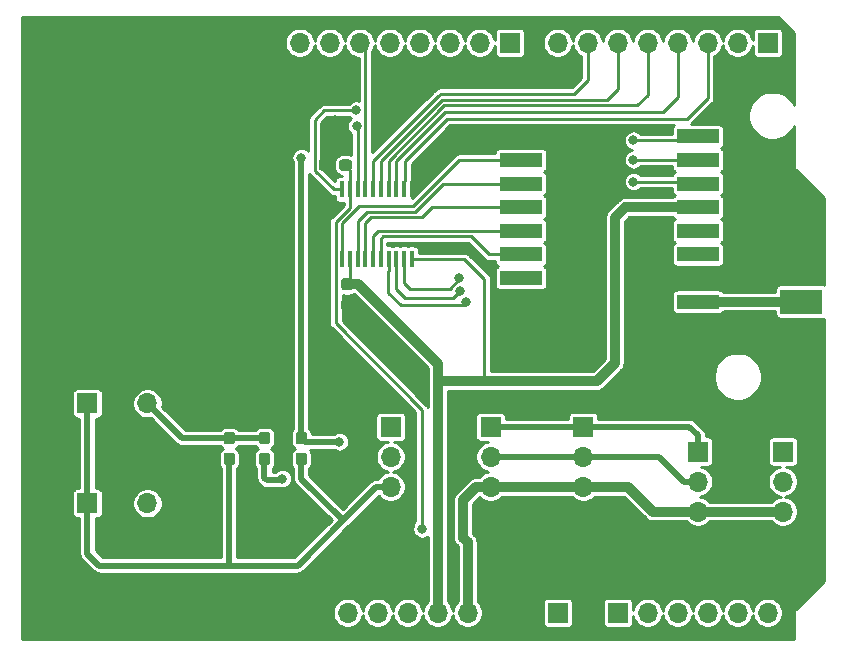
<source format=gbr>
G04 #@! TF.GenerationSoftware,KiCad,Pcbnew,(5.1.5)-3*
G04 #@! TF.CreationDate,2020-07-30T14:07:20+07:00*
G04 #@! TF.ProjectId,lora_shield,6c6f7261-5f73-4686-9965-6c642e6b6963,rev?*
G04 #@! TF.SameCoordinates,Original*
G04 #@! TF.FileFunction,Copper,L1,Top*
G04 #@! TF.FilePolarity,Positive*
%FSLAX46Y46*%
G04 Gerber Fmt 4.6, Leading zero omitted, Abs format (unit mm)*
G04 Created by KiCad (PCBNEW (5.1.5)-3) date 2020-07-30 14:07:20*
%MOMM*%
%LPD*%
G04 APERTURE LIST*
%ADD10C,0.100000*%
%ADD11O,1.700000X1.700000*%
%ADD12R,1.700000X1.700000*%
%ADD13R,0.450000X1.450000*%
%ADD14R,3.600000X2.032000*%
%ADD15R,4.199999X2.540000*%
%ADD16R,3.600000X1.200000*%
%ADD17C,0.800000*%
%ADD18C,0.250000*%
%ADD19C,0.812800*%
%ADD20C,0.508000*%
%ADD21C,0.254000*%
G04 APERTURE END LIST*
G04 #@! TA.AperFunction,SMDPad,CuDef*
D10*
G36*
X126498779Y-99982644D02*
G01*
X126521834Y-99986063D01*
X126544443Y-99991727D01*
X126566387Y-99999579D01*
X126587457Y-100009544D01*
X126607448Y-100021526D01*
X126626168Y-100035410D01*
X126643438Y-100051062D01*
X126659090Y-100068332D01*
X126672974Y-100087052D01*
X126684956Y-100107043D01*
X126694921Y-100128113D01*
X126702773Y-100150057D01*
X126708437Y-100172666D01*
X126711856Y-100195721D01*
X126713000Y-100219000D01*
X126713000Y-100794000D01*
X126711856Y-100817279D01*
X126708437Y-100840334D01*
X126702773Y-100862943D01*
X126694921Y-100884887D01*
X126684956Y-100905957D01*
X126672974Y-100925948D01*
X126659090Y-100944668D01*
X126643438Y-100961938D01*
X126626168Y-100977590D01*
X126607448Y-100991474D01*
X126587457Y-101003456D01*
X126566387Y-101013421D01*
X126544443Y-101021273D01*
X126521834Y-101026937D01*
X126498779Y-101030356D01*
X126475500Y-101031500D01*
X126000500Y-101031500D01*
X125977221Y-101030356D01*
X125954166Y-101026937D01*
X125931557Y-101021273D01*
X125909613Y-101013421D01*
X125888543Y-101003456D01*
X125868552Y-100991474D01*
X125849832Y-100977590D01*
X125832562Y-100961938D01*
X125816910Y-100944668D01*
X125803026Y-100925948D01*
X125791044Y-100905957D01*
X125781079Y-100884887D01*
X125773227Y-100862943D01*
X125767563Y-100840334D01*
X125764144Y-100817279D01*
X125763000Y-100794000D01*
X125763000Y-100219000D01*
X125764144Y-100195721D01*
X125767563Y-100172666D01*
X125773227Y-100150057D01*
X125781079Y-100128113D01*
X125791044Y-100107043D01*
X125803026Y-100087052D01*
X125816910Y-100068332D01*
X125832562Y-100051062D01*
X125849832Y-100035410D01*
X125868552Y-100021526D01*
X125888543Y-100009544D01*
X125909613Y-99999579D01*
X125931557Y-99991727D01*
X125954166Y-99986063D01*
X125977221Y-99982644D01*
X126000500Y-99981500D01*
X126475500Y-99981500D01*
X126498779Y-99982644D01*
G37*
G04 #@! TD.AperFunction*
G04 #@! TA.AperFunction,SMDPad,CuDef*
G36*
X126498779Y-98232644D02*
G01*
X126521834Y-98236063D01*
X126544443Y-98241727D01*
X126566387Y-98249579D01*
X126587457Y-98259544D01*
X126607448Y-98271526D01*
X126626168Y-98285410D01*
X126643438Y-98301062D01*
X126659090Y-98318332D01*
X126672974Y-98337052D01*
X126684956Y-98357043D01*
X126694921Y-98378113D01*
X126702773Y-98400057D01*
X126708437Y-98422666D01*
X126711856Y-98445721D01*
X126713000Y-98469000D01*
X126713000Y-99044000D01*
X126711856Y-99067279D01*
X126708437Y-99090334D01*
X126702773Y-99112943D01*
X126694921Y-99134887D01*
X126684956Y-99155957D01*
X126672974Y-99175948D01*
X126659090Y-99194668D01*
X126643438Y-99211938D01*
X126626168Y-99227590D01*
X126607448Y-99241474D01*
X126587457Y-99253456D01*
X126566387Y-99263421D01*
X126544443Y-99271273D01*
X126521834Y-99276937D01*
X126498779Y-99280356D01*
X126475500Y-99281500D01*
X126000500Y-99281500D01*
X125977221Y-99280356D01*
X125954166Y-99276937D01*
X125931557Y-99271273D01*
X125909613Y-99263421D01*
X125888543Y-99253456D01*
X125868552Y-99241474D01*
X125849832Y-99227590D01*
X125832562Y-99211938D01*
X125816910Y-99194668D01*
X125803026Y-99175948D01*
X125791044Y-99155957D01*
X125781079Y-99134887D01*
X125773227Y-99112943D01*
X125767563Y-99090334D01*
X125764144Y-99067279D01*
X125763000Y-99044000D01*
X125763000Y-98469000D01*
X125764144Y-98445721D01*
X125767563Y-98422666D01*
X125773227Y-98400057D01*
X125781079Y-98378113D01*
X125791044Y-98357043D01*
X125803026Y-98337052D01*
X125816910Y-98318332D01*
X125832562Y-98301062D01*
X125849832Y-98285410D01*
X125868552Y-98271526D01*
X125888543Y-98259544D01*
X125909613Y-98249579D01*
X125931557Y-98241727D01*
X125954166Y-98236063D01*
X125977221Y-98232644D01*
X126000500Y-98231500D01*
X126475500Y-98231500D01*
X126498779Y-98232644D01*
G37*
G04 #@! TD.AperFunction*
G04 #@! TA.AperFunction,SMDPad,CuDef*
G36*
X129483279Y-99982644D02*
G01*
X129506334Y-99986063D01*
X129528943Y-99991727D01*
X129550887Y-99999579D01*
X129571957Y-100009544D01*
X129591948Y-100021526D01*
X129610668Y-100035410D01*
X129627938Y-100051062D01*
X129643590Y-100068332D01*
X129657474Y-100087052D01*
X129669456Y-100107043D01*
X129679421Y-100128113D01*
X129687273Y-100150057D01*
X129692937Y-100172666D01*
X129696356Y-100195721D01*
X129697500Y-100219000D01*
X129697500Y-100794000D01*
X129696356Y-100817279D01*
X129692937Y-100840334D01*
X129687273Y-100862943D01*
X129679421Y-100884887D01*
X129669456Y-100905957D01*
X129657474Y-100925948D01*
X129643590Y-100944668D01*
X129627938Y-100961938D01*
X129610668Y-100977590D01*
X129591948Y-100991474D01*
X129571957Y-101003456D01*
X129550887Y-101013421D01*
X129528943Y-101021273D01*
X129506334Y-101026937D01*
X129483279Y-101030356D01*
X129460000Y-101031500D01*
X128985000Y-101031500D01*
X128961721Y-101030356D01*
X128938666Y-101026937D01*
X128916057Y-101021273D01*
X128894113Y-101013421D01*
X128873043Y-101003456D01*
X128853052Y-100991474D01*
X128834332Y-100977590D01*
X128817062Y-100961938D01*
X128801410Y-100944668D01*
X128787526Y-100925948D01*
X128775544Y-100905957D01*
X128765579Y-100884887D01*
X128757727Y-100862943D01*
X128752063Y-100840334D01*
X128748644Y-100817279D01*
X128747500Y-100794000D01*
X128747500Y-100219000D01*
X128748644Y-100195721D01*
X128752063Y-100172666D01*
X128757727Y-100150057D01*
X128765579Y-100128113D01*
X128775544Y-100107043D01*
X128787526Y-100087052D01*
X128801410Y-100068332D01*
X128817062Y-100051062D01*
X128834332Y-100035410D01*
X128853052Y-100021526D01*
X128873043Y-100009544D01*
X128894113Y-99999579D01*
X128916057Y-99991727D01*
X128938666Y-99986063D01*
X128961721Y-99982644D01*
X128985000Y-99981500D01*
X129460000Y-99981500D01*
X129483279Y-99982644D01*
G37*
G04 #@! TD.AperFunction*
G04 #@! TA.AperFunction,SMDPad,CuDef*
G36*
X129483279Y-98232644D02*
G01*
X129506334Y-98236063D01*
X129528943Y-98241727D01*
X129550887Y-98249579D01*
X129571957Y-98259544D01*
X129591948Y-98271526D01*
X129610668Y-98285410D01*
X129627938Y-98301062D01*
X129643590Y-98318332D01*
X129657474Y-98337052D01*
X129669456Y-98357043D01*
X129679421Y-98378113D01*
X129687273Y-98400057D01*
X129692937Y-98422666D01*
X129696356Y-98445721D01*
X129697500Y-98469000D01*
X129697500Y-99044000D01*
X129696356Y-99067279D01*
X129692937Y-99090334D01*
X129687273Y-99112943D01*
X129679421Y-99134887D01*
X129669456Y-99155957D01*
X129657474Y-99175948D01*
X129643590Y-99194668D01*
X129627938Y-99211938D01*
X129610668Y-99227590D01*
X129591948Y-99241474D01*
X129571957Y-99253456D01*
X129550887Y-99263421D01*
X129528943Y-99271273D01*
X129506334Y-99276937D01*
X129483279Y-99280356D01*
X129460000Y-99281500D01*
X128985000Y-99281500D01*
X128961721Y-99280356D01*
X128938666Y-99276937D01*
X128916057Y-99271273D01*
X128894113Y-99263421D01*
X128873043Y-99253456D01*
X128853052Y-99241474D01*
X128834332Y-99227590D01*
X128817062Y-99211938D01*
X128801410Y-99194668D01*
X128787526Y-99175948D01*
X128775544Y-99155957D01*
X128765579Y-99134887D01*
X128757727Y-99112943D01*
X128752063Y-99090334D01*
X128748644Y-99067279D01*
X128747500Y-99044000D01*
X128747500Y-98469000D01*
X128748644Y-98445721D01*
X128752063Y-98422666D01*
X128757727Y-98400057D01*
X128765579Y-98378113D01*
X128775544Y-98357043D01*
X128787526Y-98337052D01*
X128801410Y-98318332D01*
X128817062Y-98301062D01*
X128834332Y-98285410D01*
X128853052Y-98271526D01*
X128873043Y-98259544D01*
X128894113Y-98249579D01*
X128916057Y-98241727D01*
X128938666Y-98236063D01*
X128961721Y-98232644D01*
X128985000Y-98231500D01*
X129460000Y-98231500D01*
X129483279Y-98232644D01*
G37*
G04 #@! TD.AperFunction*
G04 #@! TA.AperFunction,SMDPad,CuDef*
G36*
X132594779Y-99982644D02*
G01*
X132617834Y-99986063D01*
X132640443Y-99991727D01*
X132662387Y-99999579D01*
X132683457Y-100009544D01*
X132703448Y-100021526D01*
X132722168Y-100035410D01*
X132739438Y-100051062D01*
X132755090Y-100068332D01*
X132768974Y-100087052D01*
X132780956Y-100107043D01*
X132790921Y-100128113D01*
X132798773Y-100150057D01*
X132804437Y-100172666D01*
X132807856Y-100195721D01*
X132809000Y-100219000D01*
X132809000Y-100794000D01*
X132807856Y-100817279D01*
X132804437Y-100840334D01*
X132798773Y-100862943D01*
X132790921Y-100884887D01*
X132780956Y-100905957D01*
X132768974Y-100925948D01*
X132755090Y-100944668D01*
X132739438Y-100961938D01*
X132722168Y-100977590D01*
X132703448Y-100991474D01*
X132683457Y-101003456D01*
X132662387Y-101013421D01*
X132640443Y-101021273D01*
X132617834Y-101026937D01*
X132594779Y-101030356D01*
X132571500Y-101031500D01*
X132096500Y-101031500D01*
X132073221Y-101030356D01*
X132050166Y-101026937D01*
X132027557Y-101021273D01*
X132005613Y-101013421D01*
X131984543Y-101003456D01*
X131964552Y-100991474D01*
X131945832Y-100977590D01*
X131928562Y-100961938D01*
X131912910Y-100944668D01*
X131899026Y-100925948D01*
X131887044Y-100905957D01*
X131877079Y-100884887D01*
X131869227Y-100862943D01*
X131863563Y-100840334D01*
X131860144Y-100817279D01*
X131859000Y-100794000D01*
X131859000Y-100219000D01*
X131860144Y-100195721D01*
X131863563Y-100172666D01*
X131869227Y-100150057D01*
X131877079Y-100128113D01*
X131887044Y-100107043D01*
X131899026Y-100087052D01*
X131912910Y-100068332D01*
X131928562Y-100051062D01*
X131945832Y-100035410D01*
X131964552Y-100021526D01*
X131984543Y-100009544D01*
X132005613Y-99999579D01*
X132027557Y-99991727D01*
X132050166Y-99986063D01*
X132073221Y-99982644D01*
X132096500Y-99981500D01*
X132571500Y-99981500D01*
X132594779Y-99982644D01*
G37*
G04 #@! TD.AperFunction*
G04 #@! TA.AperFunction,SMDPad,CuDef*
G36*
X132594779Y-98232644D02*
G01*
X132617834Y-98236063D01*
X132640443Y-98241727D01*
X132662387Y-98249579D01*
X132683457Y-98259544D01*
X132703448Y-98271526D01*
X132722168Y-98285410D01*
X132739438Y-98301062D01*
X132755090Y-98318332D01*
X132768974Y-98337052D01*
X132780956Y-98357043D01*
X132790921Y-98378113D01*
X132798773Y-98400057D01*
X132804437Y-98422666D01*
X132807856Y-98445721D01*
X132809000Y-98469000D01*
X132809000Y-99044000D01*
X132807856Y-99067279D01*
X132804437Y-99090334D01*
X132798773Y-99112943D01*
X132790921Y-99134887D01*
X132780956Y-99155957D01*
X132768974Y-99175948D01*
X132755090Y-99194668D01*
X132739438Y-99211938D01*
X132722168Y-99227590D01*
X132703448Y-99241474D01*
X132683457Y-99253456D01*
X132662387Y-99263421D01*
X132640443Y-99271273D01*
X132617834Y-99276937D01*
X132594779Y-99280356D01*
X132571500Y-99281500D01*
X132096500Y-99281500D01*
X132073221Y-99280356D01*
X132050166Y-99276937D01*
X132027557Y-99271273D01*
X132005613Y-99263421D01*
X131984543Y-99253456D01*
X131964552Y-99241474D01*
X131945832Y-99227590D01*
X131928562Y-99211938D01*
X131912910Y-99194668D01*
X131899026Y-99175948D01*
X131887044Y-99155957D01*
X131877079Y-99134887D01*
X131869227Y-99112943D01*
X131863563Y-99090334D01*
X131860144Y-99067279D01*
X131859000Y-99044000D01*
X131859000Y-98469000D01*
X131860144Y-98445721D01*
X131863563Y-98422666D01*
X131869227Y-98400057D01*
X131877079Y-98378113D01*
X131887044Y-98357043D01*
X131899026Y-98337052D01*
X131912910Y-98318332D01*
X131928562Y-98301062D01*
X131945832Y-98285410D01*
X131964552Y-98271526D01*
X131984543Y-98259544D01*
X132005613Y-98249579D01*
X132027557Y-98241727D01*
X132050166Y-98236063D01*
X132073221Y-98232644D01*
X132096500Y-98231500D01*
X132571500Y-98231500D01*
X132594779Y-98232644D01*
G37*
G04 #@! TD.AperFunction*
D11*
X156210000Y-105410000D03*
X156210000Y-102870000D03*
X156210000Y-100330000D03*
D12*
X156210000Y-97790000D03*
D11*
X148363200Y-105410000D03*
X148363200Y-102870000D03*
X148363200Y-100330000D03*
D12*
X148363200Y-97790000D03*
D11*
X139903200Y-105410000D03*
X139903200Y-102870000D03*
X139903200Y-100330000D03*
D12*
X139903200Y-97790000D03*
D11*
X119316500Y-95807000D03*
X116776500Y-95807000D03*
D12*
X114236500Y-95807000D03*
D11*
X119316500Y-104267000D03*
X116776500Y-104267000D03*
D12*
X114236500Y-104267000D03*
G04 #@! TA.AperFunction,SMDPad,CuDef*
D10*
G36*
X136391279Y-75154644D02*
G01*
X136414334Y-75158063D01*
X136436943Y-75163727D01*
X136458887Y-75171579D01*
X136479957Y-75181544D01*
X136499948Y-75193526D01*
X136518668Y-75207410D01*
X136535938Y-75223062D01*
X136551590Y-75240332D01*
X136565474Y-75259052D01*
X136577456Y-75279043D01*
X136587421Y-75300113D01*
X136595273Y-75322057D01*
X136600937Y-75344666D01*
X136604356Y-75367721D01*
X136605500Y-75391000D01*
X136605500Y-75866000D01*
X136604356Y-75889279D01*
X136600937Y-75912334D01*
X136595273Y-75934943D01*
X136587421Y-75956887D01*
X136577456Y-75977957D01*
X136565474Y-75997948D01*
X136551590Y-76016668D01*
X136535938Y-76033938D01*
X136518668Y-76049590D01*
X136499948Y-76063474D01*
X136479957Y-76075456D01*
X136458887Y-76085421D01*
X136436943Y-76093273D01*
X136414334Y-76098937D01*
X136391279Y-76102356D01*
X136368000Y-76103500D01*
X135793000Y-76103500D01*
X135769721Y-76102356D01*
X135746666Y-76098937D01*
X135724057Y-76093273D01*
X135702113Y-76085421D01*
X135681043Y-76075456D01*
X135661052Y-76063474D01*
X135642332Y-76049590D01*
X135625062Y-76033938D01*
X135609410Y-76016668D01*
X135595526Y-75997948D01*
X135583544Y-75977957D01*
X135573579Y-75956887D01*
X135565727Y-75934943D01*
X135560063Y-75912334D01*
X135556644Y-75889279D01*
X135555500Y-75866000D01*
X135555500Y-75391000D01*
X135556644Y-75367721D01*
X135560063Y-75344666D01*
X135565727Y-75322057D01*
X135573579Y-75300113D01*
X135583544Y-75279043D01*
X135595526Y-75259052D01*
X135609410Y-75240332D01*
X135625062Y-75223062D01*
X135642332Y-75207410D01*
X135661052Y-75193526D01*
X135681043Y-75181544D01*
X135702113Y-75171579D01*
X135724057Y-75163727D01*
X135746666Y-75158063D01*
X135769721Y-75154644D01*
X135793000Y-75153500D01*
X136368000Y-75153500D01*
X136391279Y-75154644D01*
G37*
G04 #@! TD.AperFunction*
G04 #@! TA.AperFunction,SMDPad,CuDef*
G36*
X134641279Y-75154644D02*
G01*
X134664334Y-75158063D01*
X134686943Y-75163727D01*
X134708887Y-75171579D01*
X134729957Y-75181544D01*
X134749948Y-75193526D01*
X134768668Y-75207410D01*
X134785938Y-75223062D01*
X134801590Y-75240332D01*
X134815474Y-75259052D01*
X134827456Y-75279043D01*
X134837421Y-75300113D01*
X134845273Y-75322057D01*
X134850937Y-75344666D01*
X134854356Y-75367721D01*
X134855500Y-75391000D01*
X134855500Y-75866000D01*
X134854356Y-75889279D01*
X134850937Y-75912334D01*
X134845273Y-75934943D01*
X134837421Y-75956887D01*
X134827456Y-75977957D01*
X134815474Y-75997948D01*
X134801590Y-76016668D01*
X134785938Y-76033938D01*
X134768668Y-76049590D01*
X134749948Y-76063474D01*
X134729957Y-76075456D01*
X134708887Y-76085421D01*
X134686943Y-76093273D01*
X134664334Y-76098937D01*
X134641279Y-76102356D01*
X134618000Y-76103500D01*
X134043000Y-76103500D01*
X134019721Y-76102356D01*
X133996666Y-76098937D01*
X133974057Y-76093273D01*
X133952113Y-76085421D01*
X133931043Y-76075456D01*
X133911052Y-76063474D01*
X133892332Y-76049590D01*
X133875062Y-76033938D01*
X133859410Y-76016668D01*
X133845526Y-75997948D01*
X133833544Y-75977957D01*
X133823579Y-75956887D01*
X133815727Y-75934943D01*
X133810063Y-75912334D01*
X133806644Y-75889279D01*
X133805500Y-75866000D01*
X133805500Y-75391000D01*
X133806644Y-75367721D01*
X133810063Y-75344666D01*
X133815727Y-75322057D01*
X133823579Y-75300113D01*
X133833544Y-75279043D01*
X133845526Y-75259052D01*
X133859410Y-75240332D01*
X133875062Y-75223062D01*
X133892332Y-75207410D01*
X133911052Y-75193526D01*
X133931043Y-75181544D01*
X133952113Y-75171579D01*
X133974057Y-75163727D01*
X133996666Y-75158063D01*
X134019721Y-75154644D01*
X134043000Y-75153500D01*
X134618000Y-75153500D01*
X134641279Y-75154644D01*
G37*
G04 #@! TD.AperFunction*
G04 #@! TA.AperFunction,SMDPad,CuDef*
G36*
X136468279Y-86951144D02*
G01*
X136491334Y-86954563D01*
X136513943Y-86960227D01*
X136535887Y-86968079D01*
X136556957Y-86978044D01*
X136576948Y-86990026D01*
X136595668Y-87003910D01*
X136612938Y-87019562D01*
X136628590Y-87036832D01*
X136642474Y-87055552D01*
X136654456Y-87075543D01*
X136664421Y-87096613D01*
X136672273Y-87118557D01*
X136677937Y-87141166D01*
X136681356Y-87164221D01*
X136682500Y-87187500D01*
X136682500Y-87762500D01*
X136681356Y-87785779D01*
X136677937Y-87808834D01*
X136672273Y-87831443D01*
X136664421Y-87853387D01*
X136654456Y-87874457D01*
X136642474Y-87894448D01*
X136628590Y-87913168D01*
X136612938Y-87930438D01*
X136595668Y-87946090D01*
X136576948Y-87959974D01*
X136556957Y-87971956D01*
X136535887Y-87981921D01*
X136513943Y-87989773D01*
X136491334Y-87995437D01*
X136468279Y-87998856D01*
X136445000Y-88000000D01*
X135970000Y-88000000D01*
X135946721Y-87998856D01*
X135923666Y-87995437D01*
X135901057Y-87989773D01*
X135879113Y-87981921D01*
X135858043Y-87971956D01*
X135838052Y-87959974D01*
X135819332Y-87946090D01*
X135802062Y-87930438D01*
X135786410Y-87913168D01*
X135772526Y-87894448D01*
X135760544Y-87874457D01*
X135750579Y-87853387D01*
X135742727Y-87831443D01*
X135737063Y-87808834D01*
X135733644Y-87785779D01*
X135732500Y-87762500D01*
X135732500Y-87187500D01*
X135733644Y-87164221D01*
X135737063Y-87141166D01*
X135742727Y-87118557D01*
X135750579Y-87096613D01*
X135760544Y-87075543D01*
X135772526Y-87055552D01*
X135786410Y-87036832D01*
X135802062Y-87019562D01*
X135819332Y-87003910D01*
X135838052Y-86990026D01*
X135858043Y-86978044D01*
X135879113Y-86968079D01*
X135901057Y-86960227D01*
X135923666Y-86954563D01*
X135946721Y-86951144D01*
X135970000Y-86950000D01*
X136445000Y-86950000D01*
X136468279Y-86951144D01*
G37*
G04 #@! TD.AperFunction*
G04 #@! TA.AperFunction,SMDPad,CuDef*
G36*
X136468279Y-85201144D02*
G01*
X136491334Y-85204563D01*
X136513943Y-85210227D01*
X136535887Y-85218079D01*
X136556957Y-85228044D01*
X136576948Y-85240026D01*
X136595668Y-85253910D01*
X136612938Y-85269562D01*
X136628590Y-85286832D01*
X136642474Y-85305552D01*
X136654456Y-85325543D01*
X136664421Y-85346613D01*
X136672273Y-85368557D01*
X136677937Y-85391166D01*
X136681356Y-85414221D01*
X136682500Y-85437500D01*
X136682500Y-86012500D01*
X136681356Y-86035779D01*
X136677937Y-86058834D01*
X136672273Y-86081443D01*
X136664421Y-86103387D01*
X136654456Y-86124457D01*
X136642474Y-86144448D01*
X136628590Y-86163168D01*
X136612938Y-86180438D01*
X136595668Y-86196090D01*
X136576948Y-86209974D01*
X136556957Y-86221956D01*
X136535887Y-86231921D01*
X136513943Y-86239773D01*
X136491334Y-86245437D01*
X136468279Y-86248856D01*
X136445000Y-86250000D01*
X135970000Y-86250000D01*
X135946721Y-86248856D01*
X135923666Y-86245437D01*
X135901057Y-86239773D01*
X135879113Y-86231921D01*
X135858043Y-86221956D01*
X135838052Y-86209974D01*
X135819332Y-86196090D01*
X135802062Y-86180438D01*
X135786410Y-86163168D01*
X135772526Y-86144448D01*
X135760544Y-86124457D01*
X135750579Y-86103387D01*
X135742727Y-86081443D01*
X135737063Y-86058834D01*
X135733644Y-86035779D01*
X135732500Y-86012500D01*
X135732500Y-85437500D01*
X135733644Y-85414221D01*
X135737063Y-85391166D01*
X135742727Y-85368557D01*
X135750579Y-85346613D01*
X135760544Y-85325543D01*
X135772526Y-85305552D01*
X135786410Y-85286832D01*
X135802062Y-85269562D01*
X135819332Y-85253910D01*
X135838052Y-85240026D01*
X135858043Y-85228044D01*
X135879113Y-85218079D01*
X135901057Y-85210227D01*
X135923666Y-85204563D01*
X135946721Y-85201144D01*
X135970000Y-85200000D01*
X136445000Y-85200000D01*
X136468279Y-85201144D01*
G37*
G04 #@! TD.AperFunction*
D13*
X135822500Y-77695000D03*
X136472500Y-77695000D03*
X137122500Y-77695000D03*
X137772500Y-77695000D03*
X138422500Y-77695000D03*
X139072500Y-77695000D03*
X139722500Y-77695000D03*
X140372500Y-77695000D03*
X141022500Y-77695000D03*
X141672500Y-77695000D03*
X141672500Y-83595000D03*
X141022500Y-83595000D03*
X140372500Y-83595000D03*
X139722500Y-83595000D03*
X139072500Y-83595000D03*
X138422500Y-83595000D03*
X137772500Y-83595000D03*
X137122500Y-83595000D03*
X136472500Y-83595000D03*
X135822500Y-83595000D03*
D14*
X174688500Y-87185500D03*
D15*
X174488500Y-84360500D03*
X174488500Y-90010500D03*
D16*
X165932500Y-87200500D03*
X165932500Y-85200500D03*
X165932500Y-83200500D03*
X165932500Y-81200500D03*
X165932500Y-79200500D03*
X165932500Y-77200500D03*
X165932500Y-75200500D03*
X150932500Y-87200500D03*
X150932500Y-85200500D03*
X150932500Y-83200500D03*
X150932500Y-81200500D03*
X150932500Y-79200500D03*
X150932500Y-77200500D03*
X165932500Y-73200500D03*
X150932500Y-75200500D03*
X150932500Y-73200500D03*
D11*
X173115500Y-107505500D03*
X173115500Y-104965500D03*
X173115500Y-102425500D03*
D12*
X173115500Y-99885500D03*
D11*
X165925500Y-107505500D03*
X165925500Y-104965500D03*
X165925500Y-102425500D03*
D12*
X165925500Y-99885500D03*
D11*
X136271000Y-113538000D03*
X138811000Y-113538000D03*
X141351000Y-113538000D03*
X143891000Y-113538000D03*
X146431000Y-113538000D03*
X148971000Y-113538000D03*
X151511000Y-113538000D03*
D12*
X154051000Y-113538000D03*
D11*
X171831000Y-113538000D03*
X169291000Y-113538000D03*
X166751000Y-113538000D03*
X164211000Y-113538000D03*
X161671000Y-113538000D03*
D12*
X159131000Y-113538000D03*
D11*
X132207000Y-65278000D03*
X134747000Y-65278000D03*
X137287000Y-65278000D03*
X139827000Y-65278000D03*
X142367000Y-65278000D03*
X144907000Y-65278000D03*
X147447000Y-65278000D03*
D12*
X149987000Y-65278000D03*
D11*
X154051000Y-65278000D03*
X156591000Y-65278000D03*
X159131000Y-65278000D03*
X161671000Y-65278000D03*
X164211000Y-65278000D03*
X166751000Y-65278000D03*
X169291000Y-65278000D03*
D12*
X171831000Y-65278000D03*
D17*
X143256000Y-75311000D03*
X144208500Y-74422000D03*
X134620000Y-72898000D03*
X135763000Y-72898000D03*
X135191500Y-71818500D03*
X149733000Y-90805000D03*
X151003000Y-90805000D03*
X152527000Y-90805000D03*
X141668500Y-92583000D03*
X140843000Y-91757500D03*
X140144500Y-90868500D03*
X139319000Y-89979500D03*
X136588500Y-92392500D03*
X137350500Y-93345000D03*
X138176000Y-94107000D03*
X168846500Y-85852000D03*
X169862500Y-85852000D03*
X170878500Y-85852000D03*
X171831000Y-85852000D03*
X168719500Y-88328500D03*
X169799000Y-88328500D03*
X170815000Y-88328500D03*
X171831000Y-88328500D03*
X142557500Y-106426000D03*
X132334000Y-74993500D03*
X135572500Y-99060000D03*
X136969500Y-70993000D03*
X137047500Y-72326500D03*
X130746500Y-102171500D03*
X145737153Y-86301153D03*
X160464500Y-75184000D03*
X145732500Y-85217000D03*
X160464500Y-73533000D03*
X146304000Y-87249000D03*
X160464500Y-77025500D03*
D18*
X136472500Y-76020500D02*
X136080500Y-75628500D01*
X136472500Y-77695000D02*
X136472500Y-76020500D01*
X136472500Y-77695000D02*
X136472500Y-79235590D01*
X135272499Y-80435591D02*
X135272499Y-89044499D01*
X136472500Y-79235590D02*
X135272499Y-80435591D01*
X135272499Y-89044499D02*
X142557500Y-96329500D01*
X142557500Y-96329500D02*
X142557500Y-106426000D01*
D19*
X165925500Y-104965500D02*
X173115500Y-104965500D01*
X147133599Y-102870000D02*
X148363200Y-102870000D01*
X146050000Y-103953599D02*
X147133599Y-102870000D01*
X146050000Y-107188000D02*
X146050000Y-103953599D01*
X146431000Y-113538000D02*
X146431000Y-107569000D01*
X146431000Y-107569000D02*
X146050000Y-107188000D01*
X162115500Y-104965500D02*
X165925500Y-104965500D01*
X148363200Y-102870000D02*
X160020000Y-102870000D01*
X160020000Y-102870000D02*
X162115500Y-104965500D01*
D20*
X139903200Y-102870000D02*
X138701119Y-102870000D01*
X114236500Y-108521500D02*
X114236500Y-104267000D01*
X115252500Y-109537500D02*
X114236500Y-108521500D01*
X114236500Y-97165000D02*
X114236500Y-104267000D01*
X114236500Y-95807000D02*
X114236500Y-97165000D01*
X126301500Y-109537500D02*
X126238000Y-109474000D01*
X126238000Y-109474000D02*
X126238000Y-100506500D01*
X126301500Y-109537500D02*
X115252500Y-109537500D01*
X132033619Y-109537500D02*
X126301500Y-109537500D01*
X132334000Y-102171500D02*
X132334000Y-100506500D01*
X135866810Y-105704310D02*
X132334000Y-102171500D01*
X135866810Y-105704310D02*
X132033619Y-109537500D01*
X138701119Y-102870000D02*
X135866810Y-105704310D01*
X132334000Y-98756500D02*
X132334000Y-74993500D01*
X132637500Y-99060000D02*
X132334000Y-98756500D01*
X135572500Y-99060000D02*
X132637500Y-99060000D01*
D18*
X156591000Y-68453000D02*
X156591000Y-65278000D01*
X138422500Y-75255000D02*
X143891000Y-69786500D01*
X143891000Y-69786500D02*
X143950270Y-69786500D01*
X143950270Y-69786500D02*
X144140770Y-69596000D01*
X155448000Y-69596000D02*
X156591000Y-68453000D01*
X138422500Y-77695000D02*
X138422500Y-75255000D01*
X144140770Y-69596000D02*
X155448000Y-69596000D01*
X139072500Y-77695000D02*
X139072500Y-75300680D01*
X139072500Y-75300680D02*
X144274690Y-70098490D01*
X144274690Y-70098490D02*
X158184010Y-70098490D01*
X159131000Y-69151500D02*
X159131000Y-65278000D01*
X158184010Y-70098490D02*
X159131000Y-69151500D01*
X139722500Y-75287090D02*
X144461090Y-70548500D01*
X139722500Y-77695000D02*
X139722500Y-75287090D01*
X144461090Y-70548500D02*
X160782000Y-70548500D01*
X161671000Y-69659500D02*
X161671000Y-65278000D01*
X160782000Y-70548500D02*
X161671000Y-69659500D01*
X140372500Y-77695000D02*
X140372500Y-75273500D01*
X140372500Y-75273500D02*
X144526000Y-71120000D01*
X144526000Y-71120000D02*
X162941000Y-71120000D01*
X164211000Y-69850000D02*
X164211000Y-65278000D01*
X162941000Y-71120000D02*
X164211000Y-69850000D01*
X141122499Y-76936501D02*
X141122499Y-75285501D01*
X141022500Y-77695000D02*
X141022500Y-77036500D01*
X141022500Y-77036500D02*
X141122499Y-76936501D01*
X141122499Y-75285501D02*
X144716500Y-71691500D01*
X144716500Y-71691500D02*
X165036500Y-71691500D01*
X166751000Y-69977000D02*
X166751000Y-65278000D01*
X165036500Y-71691500D02*
X166751000Y-69977000D01*
X137772500Y-65763500D02*
X137287000Y-65278000D01*
X137772500Y-77695000D02*
X137772500Y-65763500D01*
X134302500Y-70993000D02*
X136969500Y-70993000D01*
X133480490Y-76099000D02*
X133480490Y-71815010D01*
X135822500Y-77695000D02*
X135076490Y-77695000D01*
X133480490Y-71815010D02*
X134302500Y-70993000D01*
X135076490Y-77695000D02*
X133480490Y-76099000D01*
X137122500Y-77695000D02*
X137122500Y-72401500D01*
X137122500Y-72401500D02*
X137047500Y-72326500D01*
D20*
X129222500Y-102108000D02*
X129222500Y-100506500D01*
X130746500Y-102171500D02*
X130619500Y-102298500D01*
X129413000Y-102298500D02*
X129222500Y-102108000D01*
X130619500Y-102298500D02*
X129413000Y-102298500D01*
D19*
X137160000Y-85725000D02*
X136207500Y-85725000D01*
X143891000Y-92456000D02*
X137160000Y-85725000D01*
X143891000Y-93916500D02*
X143891000Y-92456000D01*
X143891000Y-113538000D02*
X143891000Y-93916500D01*
X157353000Y-93916500D02*
X158877000Y-92392500D01*
X158877000Y-92392500D02*
X158877000Y-80073500D01*
X159750000Y-79200500D02*
X165932500Y-79200500D01*
X158877000Y-80073500D02*
X159750000Y-79200500D01*
D18*
X136472500Y-85460000D02*
X136207500Y-85725000D01*
X136472500Y-83595000D02*
X136472500Y-85460000D01*
X141672500Y-83595000D02*
X146142500Y-83595000D01*
X146142500Y-83595000D02*
X147828000Y-85280500D01*
X147828000Y-85280500D02*
X147828000Y-92075000D01*
D19*
X143891000Y-93916500D02*
X147828000Y-93916500D01*
D18*
X147828000Y-92075000D02*
X147828000Y-93916500D01*
D19*
X147828000Y-93916500D02*
X157353000Y-93916500D01*
D20*
X157412081Y-100330000D02*
X156210000Y-100330000D01*
X164723419Y-102425500D02*
X162627919Y-100330000D01*
X162627919Y-100330000D02*
X157412081Y-100330000D01*
X165925500Y-102425500D02*
X164723419Y-102425500D01*
X156210000Y-100330000D02*
X148363200Y-100330000D01*
X149721200Y-97790000D02*
X156210000Y-97790000D01*
X148363200Y-97790000D02*
X149721200Y-97790000D01*
X165925500Y-98527500D02*
X165925500Y-99885500D01*
X165188000Y-97790000D02*
X165925500Y-98527500D01*
X156210000Y-97790000D02*
X165188000Y-97790000D01*
D19*
X165947500Y-87185500D02*
X165932500Y-87200500D01*
X174688500Y-87185500D02*
X165947500Y-87185500D01*
D18*
X137772500Y-82620000D02*
X137731500Y-82579000D01*
X137772500Y-83595000D02*
X137772500Y-82620000D01*
X137731500Y-80518000D02*
X138228482Y-80021018D01*
X137731500Y-82579000D02*
X137731500Y-80518000D01*
X138228482Y-80021018D02*
X142546482Y-80021018D01*
X143367000Y-79200500D02*
X150932500Y-79200500D01*
X142546482Y-80021018D02*
X143367000Y-79200500D01*
X137122500Y-82620000D02*
X137160000Y-82582500D01*
X137122500Y-83595000D02*
X137122500Y-82620000D01*
X137160000Y-80327500D02*
X137916490Y-79571010D01*
X137160000Y-82582500D02*
X137160000Y-80327500D01*
X137916490Y-79571010D02*
X141981901Y-79571009D01*
X144352410Y-77200500D02*
X150932500Y-77200500D01*
X141981901Y-79571009D02*
X144352410Y-77200500D01*
X135822500Y-83595000D02*
X135822500Y-80522000D01*
X135822500Y-80522000D02*
X137223500Y-79121000D01*
X137223500Y-79121000D02*
X141795500Y-79121000D01*
X145716000Y-75200500D02*
X150932500Y-75200500D01*
X141795500Y-79121000D02*
X145716000Y-75200500D01*
X139072500Y-83595000D02*
X139072500Y-81859000D01*
X139072500Y-81859000D02*
X139280990Y-81650510D01*
X139280990Y-81650510D02*
X146674510Y-81650510D01*
X148224500Y-83200500D02*
X150932500Y-83200500D01*
X146674510Y-81650510D02*
X148224500Y-83200500D01*
X138827000Y-81200500D02*
X150932500Y-81200500D01*
X138422500Y-83595000D02*
X138422500Y-81605000D01*
X138422500Y-81605000D02*
X138827000Y-81200500D01*
X140372500Y-83595000D02*
X140372500Y-86143500D01*
X140372500Y-86143500D02*
X141097000Y-86868000D01*
X141097000Y-86868000D02*
X144526000Y-86868000D01*
X144526000Y-86868000D02*
X145170306Y-86868000D01*
X145170306Y-86868000D02*
X145737153Y-86301153D01*
X165916000Y-75184000D02*
X165932500Y-75200500D01*
X160464500Y-75184000D02*
X165916000Y-75184000D01*
X141022500Y-83595000D02*
X141022500Y-85587000D01*
X141022500Y-85587000D02*
X141541500Y-86106000D01*
X141541500Y-86106000D02*
X144907000Y-86106000D01*
X144907000Y-86106000D02*
X145732500Y-85280500D01*
X145732500Y-85280500D02*
X145732500Y-85217000D01*
X165600000Y-73533000D02*
X165932500Y-73200500D01*
X160464500Y-73533000D02*
X165600000Y-73533000D01*
X139722500Y-84570000D02*
X139700000Y-84592500D01*
X139722500Y-83595000D02*
X139722500Y-84570000D01*
X139700000Y-84592500D02*
X139700000Y-86423500D01*
X139700000Y-86423500D02*
X140779500Y-87503000D01*
X140779500Y-87503000D02*
X146050000Y-87503000D01*
X146050000Y-87503000D02*
X146304000Y-87249000D01*
X165757500Y-77025500D02*
X165932500Y-77200500D01*
X160464500Y-77025500D02*
X165757500Y-77025500D01*
D20*
X122266000Y-98756500D02*
X126238000Y-98756500D01*
X119316500Y-95807000D02*
X122266000Y-98756500D01*
X126238000Y-98756500D02*
X129222500Y-98756500D01*
D21*
G36*
X174041201Y-64451214D02*
G01*
X174041200Y-70544231D01*
X174012558Y-70475082D01*
X173790202Y-70142303D01*
X173507197Y-69859298D01*
X173174418Y-69636942D01*
X172804654Y-69483781D01*
X172412115Y-69405700D01*
X172011885Y-69405700D01*
X171619346Y-69483781D01*
X171249582Y-69636942D01*
X170916803Y-69859298D01*
X170633798Y-70142303D01*
X170411442Y-70475082D01*
X170258281Y-70844846D01*
X170180200Y-71237385D01*
X170180200Y-71637615D01*
X170258281Y-72030154D01*
X170411442Y-72399918D01*
X170633798Y-72732697D01*
X170916803Y-73015702D01*
X171249582Y-73238058D01*
X171619346Y-73391219D01*
X172011885Y-73469300D01*
X172412115Y-73469300D01*
X172804654Y-73391219D01*
X173174418Y-73238058D01*
X173507197Y-73015702D01*
X173790202Y-72732697D01*
X174012558Y-72399918D01*
X174041200Y-72330769D01*
X174041200Y-75669570D01*
X174038991Y-75692000D01*
X174041200Y-75714430D01*
X174041200Y-75714437D01*
X174043590Y-75738702D01*
X174047810Y-75781548D01*
X174071660Y-75860173D01*
X174073930Y-75867655D01*
X174116347Y-75947011D01*
X174173431Y-76016569D01*
X174190863Y-76030875D01*
X176581201Y-78421214D01*
X176581201Y-85746391D01*
X176573148Y-85743948D01*
X176488500Y-85735611D01*
X172888500Y-85735611D01*
X172803852Y-85743948D01*
X172722458Y-85768639D01*
X172647444Y-85808734D01*
X172581694Y-85862694D01*
X172527734Y-85928444D01*
X172487639Y-86003458D01*
X172462948Y-86084852D01*
X172454611Y-86169500D01*
X172454611Y-86347300D01*
X168083300Y-86347300D01*
X168039306Y-86293694D01*
X167973556Y-86239734D01*
X167898542Y-86199639D01*
X167817148Y-86174948D01*
X167732500Y-86166611D01*
X164132500Y-86166611D01*
X164047852Y-86174948D01*
X163966458Y-86199639D01*
X163891444Y-86239734D01*
X163825694Y-86293694D01*
X163771734Y-86359444D01*
X163731639Y-86434458D01*
X163706948Y-86515852D01*
X163698611Y-86600500D01*
X163698611Y-87800500D01*
X163706948Y-87885148D01*
X163731639Y-87966542D01*
X163771734Y-88041556D01*
X163825694Y-88107306D01*
X163891444Y-88161266D01*
X163966458Y-88201361D01*
X164047852Y-88226052D01*
X164132500Y-88234389D01*
X167732500Y-88234389D01*
X167817148Y-88226052D01*
X167898542Y-88201361D01*
X167973556Y-88161266D01*
X168039306Y-88107306D01*
X168093266Y-88041556D01*
X168102810Y-88023700D01*
X172454611Y-88023700D01*
X172454611Y-88201500D01*
X172462948Y-88286148D01*
X172487639Y-88367542D01*
X172527734Y-88442556D01*
X172581694Y-88508306D01*
X172647444Y-88562266D01*
X172722458Y-88602361D01*
X172803852Y-88627052D01*
X172888500Y-88635389D01*
X176488500Y-88635389D01*
X176573148Y-88627052D01*
X176581201Y-88624609D01*
X176581200Y-110808787D01*
X174190859Y-113199129D01*
X174173432Y-113213431D01*
X174159130Y-113230858D01*
X174159128Y-113230860D01*
X174116348Y-113282988D01*
X174073930Y-113362345D01*
X174047810Y-113448452D01*
X174038991Y-113538000D01*
X174041201Y-113560440D01*
X174041200Y-115748200D01*
X108660800Y-115748200D01*
X108660800Y-94957000D01*
X112952611Y-94957000D01*
X112952611Y-96657000D01*
X112960948Y-96741648D01*
X112985639Y-96823042D01*
X113025734Y-96898056D01*
X113079694Y-96963806D01*
X113145444Y-97017766D01*
X113220458Y-97057861D01*
X113301852Y-97082552D01*
X113386500Y-97090889D01*
X113550701Y-97090889D01*
X113550701Y-97131302D01*
X113550700Y-97131312D01*
X113550701Y-102983111D01*
X113386500Y-102983111D01*
X113301852Y-102991448D01*
X113220458Y-103016139D01*
X113145444Y-103056234D01*
X113079694Y-103110194D01*
X113025734Y-103175944D01*
X112985639Y-103250958D01*
X112960948Y-103332352D01*
X112952611Y-103417000D01*
X112952611Y-105117000D01*
X112960948Y-105201648D01*
X112985639Y-105283042D01*
X113025734Y-105358056D01*
X113079694Y-105423806D01*
X113145444Y-105477766D01*
X113220458Y-105517861D01*
X113301852Y-105542552D01*
X113386500Y-105550889D01*
X113550701Y-105550889D01*
X113550700Y-108487821D01*
X113547383Y-108521500D01*
X113550700Y-108555179D01*
X113550700Y-108555188D01*
X113560623Y-108655939D01*
X113599838Y-108785213D01*
X113627700Y-108837339D01*
X113663520Y-108904353D01*
X113713493Y-108965245D01*
X113749220Y-109008779D01*
X113775386Y-109030253D01*
X114743746Y-109998614D01*
X114765220Y-110024780D01*
X114869647Y-110110481D01*
X114988786Y-110174162D01*
X115118060Y-110213377D01*
X115218811Y-110223300D01*
X115218821Y-110223300D01*
X115252500Y-110226617D01*
X115286179Y-110223300D01*
X126267811Y-110223300D01*
X126301500Y-110226618D01*
X126335189Y-110223300D01*
X131999940Y-110223300D01*
X132033619Y-110226617D01*
X132067298Y-110223300D01*
X132067308Y-110223300D01*
X132168059Y-110213377D01*
X132297333Y-110174162D01*
X132416472Y-110110481D01*
X132520899Y-110024780D01*
X132542377Y-109998609D01*
X136327926Y-106213062D01*
X136354090Y-106191590D01*
X136375562Y-106165426D01*
X136375565Y-106165423D01*
X136375570Y-106165417D01*
X138886062Y-103654924D01*
X138907561Y-103687100D01*
X139086100Y-103865639D01*
X139296040Y-104005916D01*
X139529313Y-104102541D01*
X139776954Y-104151800D01*
X140029446Y-104151800D01*
X140277087Y-104102541D01*
X140510360Y-104005916D01*
X140720300Y-103865639D01*
X140898839Y-103687100D01*
X141039116Y-103477160D01*
X141135741Y-103243887D01*
X141185000Y-102996246D01*
X141185000Y-102743754D01*
X141135741Y-102496113D01*
X141039116Y-102262840D01*
X140898839Y-102052900D01*
X140720300Y-101874361D01*
X140510360Y-101734084D01*
X140277087Y-101637459D01*
X140088768Y-101600000D01*
X140277087Y-101562541D01*
X140510360Y-101465916D01*
X140720300Y-101325639D01*
X140898839Y-101147100D01*
X141039116Y-100937160D01*
X141135741Y-100703887D01*
X141185000Y-100456246D01*
X141185000Y-100203754D01*
X141135741Y-99956113D01*
X141039116Y-99722840D01*
X140898839Y-99512900D01*
X140720300Y-99334361D01*
X140510360Y-99194084D01*
X140277087Y-99097459D01*
X140158593Y-99073889D01*
X140753200Y-99073889D01*
X140837848Y-99065552D01*
X140919242Y-99040861D01*
X140994256Y-99000766D01*
X141060006Y-98946806D01*
X141113966Y-98881056D01*
X141154061Y-98806042D01*
X141178752Y-98724648D01*
X141187089Y-98640000D01*
X141187089Y-96940000D01*
X141178752Y-96855352D01*
X141154061Y-96773958D01*
X141113966Y-96698944D01*
X141060006Y-96633194D01*
X140994256Y-96579234D01*
X140919242Y-96539139D01*
X140837848Y-96514448D01*
X140753200Y-96506111D01*
X139053200Y-96506111D01*
X138968552Y-96514448D01*
X138887158Y-96539139D01*
X138812144Y-96579234D01*
X138746394Y-96633194D01*
X138692434Y-96698944D01*
X138652339Y-96773958D01*
X138627648Y-96855352D01*
X138619311Y-96940000D01*
X138619311Y-98640000D01*
X138627648Y-98724648D01*
X138652339Y-98806042D01*
X138692434Y-98881056D01*
X138746394Y-98946806D01*
X138812144Y-99000766D01*
X138887158Y-99040861D01*
X138968552Y-99065552D01*
X139053200Y-99073889D01*
X139647807Y-99073889D01*
X139529313Y-99097459D01*
X139296040Y-99194084D01*
X139086100Y-99334361D01*
X138907561Y-99512900D01*
X138767284Y-99722840D01*
X138670659Y-99956113D01*
X138621400Y-100203754D01*
X138621400Y-100456246D01*
X138670659Y-100703887D01*
X138767284Y-100937160D01*
X138907561Y-101147100D01*
X139086100Y-101325639D01*
X139296040Y-101465916D01*
X139529313Y-101562541D01*
X139717632Y-101600000D01*
X139529313Y-101637459D01*
X139296040Y-101734084D01*
X139086100Y-101874361D01*
X138907561Y-102052900D01*
X138819829Y-102184200D01*
X138734804Y-102184200D01*
X138701118Y-102180882D01*
X138667432Y-102184200D01*
X138667430Y-102184200D01*
X138566679Y-102194123D01*
X138437405Y-102233338D01*
X138318266Y-102297019D01*
X138213839Y-102382720D01*
X138192366Y-102408885D01*
X135866810Y-104734443D01*
X133019800Y-101887433D01*
X133019800Y-101290446D01*
X133046244Y-101268744D01*
X133129740Y-101167004D01*
X133191783Y-101050929D01*
X133229988Y-100924981D01*
X133242889Y-100794000D01*
X133242889Y-100219000D01*
X133229988Y-100088019D01*
X133191783Y-99962071D01*
X133129740Y-99845996D01*
X133047511Y-99745800D01*
X135101672Y-99745800D01*
X135178495Y-99797132D01*
X135329873Y-99859835D01*
X135490575Y-99891800D01*
X135654425Y-99891800D01*
X135815127Y-99859835D01*
X135966505Y-99797132D01*
X136102742Y-99706101D01*
X136218601Y-99590242D01*
X136309632Y-99454005D01*
X136372335Y-99302627D01*
X136404300Y-99141925D01*
X136404300Y-98978075D01*
X136372335Y-98817373D01*
X136309632Y-98665995D01*
X136218601Y-98529758D01*
X136102742Y-98413899D01*
X135966505Y-98322868D01*
X135815127Y-98260165D01*
X135654425Y-98228200D01*
X135490575Y-98228200D01*
X135329873Y-98260165D01*
X135178495Y-98322868D01*
X135101672Y-98374200D01*
X133233552Y-98374200D01*
X133229988Y-98338019D01*
X133191783Y-98212071D01*
X133129740Y-98095996D01*
X133046244Y-97994256D01*
X133019800Y-97972554D01*
X133019800Y-76415336D01*
X133084868Y-76494622D01*
X133106120Y-76512063D01*
X134663432Y-78069376D01*
X134680868Y-78090622D01*
X134765652Y-78160202D01*
X134862381Y-78211905D01*
X134967338Y-78243743D01*
X135076490Y-78254494D01*
X135103841Y-78251800D01*
X135163611Y-78251800D01*
X135163611Y-78420000D01*
X135171948Y-78504648D01*
X135196639Y-78586042D01*
X135236734Y-78661056D01*
X135290694Y-78726806D01*
X135356444Y-78780766D01*
X135431458Y-78820861D01*
X135512852Y-78845552D01*
X135597500Y-78853889D01*
X135915701Y-78853889D01*
X135915701Y-79004955D01*
X134898129Y-80022528D01*
X134876877Y-80039969D01*
X134807297Y-80124753D01*
X134755594Y-80221483D01*
X134723756Y-80326440D01*
X134715699Y-80408241D01*
X134715699Y-80408247D01*
X134713006Y-80435591D01*
X134715699Y-80462935D01*
X134715700Y-89017145D01*
X134713006Y-89044499D01*
X134723756Y-89153650D01*
X134755595Y-89258608D01*
X134807298Y-89355337D01*
X134876878Y-89440121D01*
X134898124Y-89457557D01*
X142000700Y-96560134D01*
X142000701Y-105806456D01*
X141911399Y-105895758D01*
X141820368Y-106031995D01*
X141757665Y-106183373D01*
X141725700Y-106344075D01*
X141725700Y-106507925D01*
X141757665Y-106668627D01*
X141820368Y-106820005D01*
X141911399Y-106956242D01*
X142027258Y-107072101D01*
X142163495Y-107163132D01*
X142314873Y-107225835D01*
X142475575Y-107257800D01*
X142639425Y-107257800D01*
X142800127Y-107225835D01*
X142951505Y-107163132D01*
X143052800Y-107095448D01*
X143052800Y-112563461D01*
X142895361Y-112720900D01*
X142755084Y-112930840D01*
X142658459Y-113164113D01*
X142621000Y-113352432D01*
X142583541Y-113164113D01*
X142486916Y-112930840D01*
X142346639Y-112720900D01*
X142168100Y-112542361D01*
X141958160Y-112402084D01*
X141724887Y-112305459D01*
X141477246Y-112256200D01*
X141224754Y-112256200D01*
X140977113Y-112305459D01*
X140743840Y-112402084D01*
X140533900Y-112542361D01*
X140355361Y-112720900D01*
X140215084Y-112930840D01*
X140118459Y-113164113D01*
X140081000Y-113352432D01*
X140043541Y-113164113D01*
X139946916Y-112930840D01*
X139806639Y-112720900D01*
X139628100Y-112542361D01*
X139418160Y-112402084D01*
X139184887Y-112305459D01*
X138937246Y-112256200D01*
X138684754Y-112256200D01*
X138437113Y-112305459D01*
X138203840Y-112402084D01*
X137993900Y-112542361D01*
X137815361Y-112720900D01*
X137675084Y-112930840D01*
X137578459Y-113164113D01*
X137541000Y-113352432D01*
X137503541Y-113164113D01*
X137406916Y-112930840D01*
X137266639Y-112720900D01*
X137088100Y-112542361D01*
X136878160Y-112402084D01*
X136644887Y-112305459D01*
X136397246Y-112256200D01*
X136144754Y-112256200D01*
X135897113Y-112305459D01*
X135663840Y-112402084D01*
X135453900Y-112542361D01*
X135275361Y-112720900D01*
X135135084Y-112930840D01*
X135038459Y-113164113D01*
X134989200Y-113411754D01*
X134989200Y-113664246D01*
X135038459Y-113911887D01*
X135135084Y-114145160D01*
X135275361Y-114355100D01*
X135453900Y-114533639D01*
X135663840Y-114673916D01*
X135897113Y-114770541D01*
X136144754Y-114819800D01*
X136397246Y-114819800D01*
X136644887Y-114770541D01*
X136878160Y-114673916D01*
X137088100Y-114533639D01*
X137266639Y-114355100D01*
X137406916Y-114145160D01*
X137503541Y-113911887D01*
X137541000Y-113723568D01*
X137578459Y-113911887D01*
X137675084Y-114145160D01*
X137815361Y-114355100D01*
X137993900Y-114533639D01*
X138203840Y-114673916D01*
X138437113Y-114770541D01*
X138684754Y-114819800D01*
X138937246Y-114819800D01*
X139184887Y-114770541D01*
X139418160Y-114673916D01*
X139628100Y-114533639D01*
X139806639Y-114355100D01*
X139946916Y-114145160D01*
X140043541Y-113911887D01*
X140081000Y-113723568D01*
X140118459Y-113911887D01*
X140215084Y-114145160D01*
X140355361Y-114355100D01*
X140533900Y-114533639D01*
X140743840Y-114673916D01*
X140977113Y-114770541D01*
X141224754Y-114819800D01*
X141477246Y-114819800D01*
X141724887Y-114770541D01*
X141958160Y-114673916D01*
X142168100Y-114533639D01*
X142346639Y-114355100D01*
X142486916Y-114145160D01*
X142583541Y-113911887D01*
X142621000Y-113723568D01*
X142658459Y-113911887D01*
X142755084Y-114145160D01*
X142895361Y-114355100D01*
X143073900Y-114533639D01*
X143283840Y-114673916D01*
X143517113Y-114770541D01*
X143764754Y-114819800D01*
X144017246Y-114819800D01*
X144264887Y-114770541D01*
X144498160Y-114673916D01*
X144708100Y-114533639D01*
X144886639Y-114355100D01*
X145026916Y-114145160D01*
X145123541Y-113911887D01*
X145161000Y-113723568D01*
X145198459Y-113911887D01*
X145295084Y-114145160D01*
X145435361Y-114355100D01*
X145613900Y-114533639D01*
X145823840Y-114673916D01*
X146057113Y-114770541D01*
X146304754Y-114819800D01*
X146557246Y-114819800D01*
X146804887Y-114770541D01*
X147038160Y-114673916D01*
X147248100Y-114533639D01*
X147426639Y-114355100D01*
X147566916Y-114145160D01*
X147663541Y-113911887D01*
X147712800Y-113664246D01*
X147712800Y-113411754D01*
X147663541Y-113164113D01*
X147566916Y-112930840D01*
X147426639Y-112720900D01*
X147393739Y-112688000D01*
X152767111Y-112688000D01*
X152767111Y-114388000D01*
X152775448Y-114472648D01*
X152800139Y-114554042D01*
X152840234Y-114629056D01*
X152894194Y-114694806D01*
X152959944Y-114748766D01*
X153034958Y-114788861D01*
X153116352Y-114813552D01*
X153201000Y-114821889D01*
X154901000Y-114821889D01*
X154985648Y-114813552D01*
X155067042Y-114788861D01*
X155142056Y-114748766D01*
X155207806Y-114694806D01*
X155261766Y-114629056D01*
X155301861Y-114554042D01*
X155326552Y-114472648D01*
X155334889Y-114388000D01*
X155334889Y-112688000D01*
X157847111Y-112688000D01*
X157847111Y-114388000D01*
X157855448Y-114472648D01*
X157880139Y-114554042D01*
X157920234Y-114629056D01*
X157974194Y-114694806D01*
X158039944Y-114748766D01*
X158114958Y-114788861D01*
X158196352Y-114813552D01*
X158281000Y-114821889D01*
X159981000Y-114821889D01*
X160065648Y-114813552D01*
X160147042Y-114788861D01*
X160222056Y-114748766D01*
X160287806Y-114694806D01*
X160341766Y-114629056D01*
X160381861Y-114554042D01*
X160406552Y-114472648D01*
X160414889Y-114388000D01*
X160414889Y-113793393D01*
X160438459Y-113911887D01*
X160535084Y-114145160D01*
X160675361Y-114355100D01*
X160853900Y-114533639D01*
X161063840Y-114673916D01*
X161297113Y-114770541D01*
X161544754Y-114819800D01*
X161797246Y-114819800D01*
X162044887Y-114770541D01*
X162278160Y-114673916D01*
X162488100Y-114533639D01*
X162666639Y-114355100D01*
X162806916Y-114145160D01*
X162903541Y-113911887D01*
X162941000Y-113723568D01*
X162978459Y-113911887D01*
X163075084Y-114145160D01*
X163215361Y-114355100D01*
X163393900Y-114533639D01*
X163603840Y-114673916D01*
X163837113Y-114770541D01*
X164084754Y-114819800D01*
X164337246Y-114819800D01*
X164584887Y-114770541D01*
X164818160Y-114673916D01*
X165028100Y-114533639D01*
X165206639Y-114355100D01*
X165346916Y-114145160D01*
X165443541Y-113911887D01*
X165481000Y-113723568D01*
X165518459Y-113911887D01*
X165615084Y-114145160D01*
X165755361Y-114355100D01*
X165933900Y-114533639D01*
X166143840Y-114673916D01*
X166377113Y-114770541D01*
X166624754Y-114819800D01*
X166877246Y-114819800D01*
X167124887Y-114770541D01*
X167358160Y-114673916D01*
X167568100Y-114533639D01*
X167746639Y-114355100D01*
X167886916Y-114145160D01*
X167983541Y-113911887D01*
X168021000Y-113723568D01*
X168058459Y-113911887D01*
X168155084Y-114145160D01*
X168295361Y-114355100D01*
X168473900Y-114533639D01*
X168683840Y-114673916D01*
X168917113Y-114770541D01*
X169164754Y-114819800D01*
X169417246Y-114819800D01*
X169664887Y-114770541D01*
X169898160Y-114673916D01*
X170108100Y-114533639D01*
X170286639Y-114355100D01*
X170426916Y-114145160D01*
X170523541Y-113911887D01*
X170561000Y-113723568D01*
X170598459Y-113911887D01*
X170695084Y-114145160D01*
X170835361Y-114355100D01*
X171013900Y-114533639D01*
X171223840Y-114673916D01*
X171457113Y-114770541D01*
X171704754Y-114819800D01*
X171957246Y-114819800D01*
X172204887Y-114770541D01*
X172438160Y-114673916D01*
X172648100Y-114533639D01*
X172826639Y-114355100D01*
X172966916Y-114145160D01*
X173063541Y-113911887D01*
X173112800Y-113664246D01*
X173112800Y-113411754D01*
X173063541Y-113164113D01*
X172966916Y-112930840D01*
X172826639Y-112720900D01*
X172648100Y-112542361D01*
X172438160Y-112402084D01*
X172204887Y-112305459D01*
X171957246Y-112256200D01*
X171704754Y-112256200D01*
X171457113Y-112305459D01*
X171223840Y-112402084D01*
X171013900Y-112542361D01*
X170835361Y-112720900D01*
X170695084Y-112930840D01*
X170598459Y-113164113D01*
X170561000Y-113352432D01*
X170523541Y-113164113D01*
X170426916Y-112930840D01*
X170286639Y-112720900D01*
X170108100Y-112542361D01*
X169898160Y-112402084D01*
X169664887Y-112305459D01*
X169417246Y-112256200D01*
X169164754Y-112256200D01*
X168917113Y-112305459D01*
X168683840Y-112402084D01*
X168473900Y-112542361D01*
X168295361Y-112720900D01*
X168155084Y-112930840D01*
X168058459Y-113164113D01*
X168021000Y-113352432D01*
X167983541Y-113164113D01*
X167886916Y-112930840D01*
X167746639Y-112720900D01*
X167568100Y-112542361D01*
X167358160Y-112402084D01*
X167124887Y-112305459D01*
X166877246Y-112256200D01*
X166624754Y-112256200D01*
X166377113Y-112305459D01*
X166143840Y-112402084D01*
X165933900Y-112542361D01*
X165755361Y-112720900D01*
X165615084Y-112930840D01*
X165518459Y-113164113D01*
X165481000Y-113352432D01*
X165443541Y-113164113D01*
X165346916Y-112930840D01*
X165206639Y-112720900D01*
X165028100Y-112542361D01*
X164818160Y-112402084D01*
X164584887Y-112305459D01*
X164337246Y-112256200D01*
X164084754Y-112256200D01*
X163837113Y-112305459D01*
X163603840Y-112402084D01*
X163393900Y-112542361D01*
X163215361Y-112720900D01*
X163075084Y-112930840D01*
X162978459Y-113164113D01*
X162941000Y-113352432D01*
X162903541Y-113164113D01*
X162806916Y-112930840D01*
X162666639Y-112720900D01*
X162488100Y-112542361D01*
X162278160Y-112402084D01*
X162044887Y-112305459D01*
X161797246Y-112256200D01*
X161544754Y-112256200D01*
X161297113Y-112305459D01*
X161063840Y-112402084D01*
X160853900Y-112542361D01*
X160675361Y-112720900D01*
X160535084Y-112930840D01*
X160438459Y-113164113D01*
X160414889Y-113282607D01*
X160414889Y-112688000D01*
X160406552Y-112603352D01*
X160381861Y-112521958D01*
X160341766Y-112446944D01*
X160287806Y-112381194D01*
X160222056Y-112327234D01*
X160147042Y-112287139D01*
X160065648Y-112262448D01*
X159981000Y-112254111D01*
X158281000Y-112254111D01*
X158196352Y-112262448D01*
X158114958Y-112287139D01*
X158039944Y-112327234D01*
X157974194Y-112381194D01*
X157920234Y-112446944D01*
X157880139Y-112521958D01*
X157855448Y-112603352D01*
X157847111Y-112688000D01*
X155334889Y-112688000D01*
X155326552Y-112603352D01*
X155301861Y-112521958D01*
X155261766Y-112446944D01*
X155207806Y-112381194D01*
X155142056Y-112327234D01*
X155067042Y-112287139D01*
X154985648Y-112262448D01*
X154901000Y-112254111D01*
X153201000Y-112254111D01*
X153116352Y-112262448D01*
X153034958Y-112287139D01*
X152959944Y-112327234D01*
X152894194Y-112381194D01*
X152840234Y-112446944D01*
X152800139Y-112521958D01*
X152775448Y-112603352D01*
X152767111Y-112688000D01*
X147393739Y-112688000D01*
X147269200Y-112563461D01*
X147269200Y-107610159D01*
X147273254Y-107568999D01*
X147269200Y-107527839D01*
X147269200Y-107527830D01*
X147257071Y-107404684D01*
X147209142Y-107246683D01*
X147131309Y-107101068D01*
X147026564Y-106973436D01*
X146994582Y-106947189D01*
X146888200Y-106840807D01*
X146888200Y-104300792D01*
X147434727Y-103754266D01*
X147546100Y-103865639D01*
X147756040Y-104005916D01*
X147989313Y-104102541D01*
X148236954Y-104151800D01*
X148489446Y-104151800D01*
X148737087Y-104102541D01*
X148970360Y-104005916D01*
X149180300Y-103865639D01*
X149337739Y-103708200D01*
X155235461Y-103708200D01*
X155392900Y-103865639D01*
X155602840Y-104005916D01*
X155836113Y-104102541D01*
X156083754Y-104151800D01*
X156336246Y-104151800D01*
X156583887Y-104102541D01*
X156817160Y-104005916D01*
X157027100Y-103865639D01*
X157184539Y-103708200D01*
X159672807Y-103708200D01*
X161493689Y-105529082D01*
X161519936Y-105561064D01*
X161599262Y-105626165D01*
X161647568Y-105665809D01*
X161793183Y-105743642D01*
X161951184Y-105791571D01*
X162115500Y-105807755D01*
X162156670Y-105803700D01*
X164950961Y-105803700D01*
X165108400Y-105961139D01*
X165318340Y-106101416D01*
X165551613Y-106198041D01*
X165799254Y-106247300D01*
X166051746Y-106247300D01*
X166299387Y-106198041D01*
X166532660Y-106101416D01*
X166742600Y-105961139D01*
X166900039Y-105803700D01*
X172140961Y-105803700D01*
X172298400Y-105961139D01*
X172508340Y-106101416D01*
X172741613Y-106198041D01*
X172989254Y-106247300D01*
X173241746Y-106247300D01*
X173489387Y-106198041D01*
X173722660Y-106101416D01*
X173932600Y-105961139D01*
X174111139Y-105782600D01*
X174251416Y-105572660D01*
X174348041Y-105339387D01*
X174397300Y-105091746D01*
X174397300Y-104839254D01*
X174348041Y-104591613D01*
X174251416Y-104358340D01*
X174111139Y-104148400D01*
X173932600Y-103969861D01*
X173722660Y-103829584D01*
X173489387Y-103732959D01*
X173301068Y-103695500D01*
X173489387Y-103658041D01*
X173722660Y-103561416D01*
X173932600Y-103421139D01*
X174111139Y-103242600D01*
X174251416Y-103032660D01*
X174348041Y-102799387D01*
X174397300Y-102551746D01*
X174397300Y-102299254D01*
X174348041Y-102051613D01*
X174251416Y-101818340D01*
X174111139Y-101608400D01*
X173932600Y-101429861D01*
X173722660Y-101289584D01*
X173489387Y-101192959D01*
X173370893Y-101169389D01*
X173965500Y-101169389D01*
X174050148Y-101161052D01*
X174131542Y-101136361D01*
X174206556Y-101096266D01*
X174272306Y-101042306D01*
X174326266Y-100976556D01*
X174366361Y-100901542D01*
X174391052Y-100820148D01*
X174399389Y-100735500D01*
X174399389Y-99035500D01*
X174391052Y-98950852D01*
X174366361Y-98869458D01*
X174326266Y-98794444D01*
X174272306Y-98728694D01*
X174206556Y-98674734D01*
X174131542Y-98634639D01*
X174050148Y-98609948D01*
X173965500Y-98601611D01*
X172265500Y-98601611D01*
X172180852Y-98609948D01*
X172099458Y-98634639D01*
X172024444Y-98674734D01*
X171958694Y-98728694D01*
X171904734Y-98794444D01*
X171864639Y-98869458D01*
X171839948Y-98950852D01*
X171831611Y-99035500D01*
X171831611Y-100735500D01*
X171839948Y-100820148D01*
X171864639Y-100901542D01*
X171904734Y-100976556D01*
X171958694Y-101042306D01*
X172024444Y-101096266D01*
X172099458Y-101136361D01*
X172180852Y-101161052D01*
X172265500Y-101169389D01*
X172860107Y-101169389D01*
X172741613Y-101192959D01*
X172508340Y-101289584D01*
X172298400Y-101429861D01*
X172119861Y-101608400D01*
X171979584Y-101818340D01*
X171882959Y-102051613D01*
X171833700Y-102299254D01*
X171833700Y-102551746D01*
X171882959Y-102799387D01*
X171979584Y-103032660D01*
X172119861Y-103242600D01*
X172298400Y-103421139D01*
X172508340Y-103561416D01*
X172741613Y-103658041D01*
X172929932Y-103695500D01*
X172741613Y-103732959D01*
X172508340Y-103829584D01*
X172298400Y-103969861D01*
X172140961Y-104127300D01*
X166900039Y-104127300D01*
X166742600Y-103969861D01*
X166532660Y-103829584D01*
X166299387Y-103732959D01*
X166111068Y-103695500D01*
X166299387Y-103658041D01*
X166532660Y-103561416D01*
X166742600Y-103421139D01*
X166921139Y-103242600D01*
X167061416Y-103032660D01*
X167158041Y-102799387D01*
X167207300Y-102551746D01*
X167207300Y-102299254D01*
X167158041Y-102051613D01*
X167061416Y-101818340D01*
X166921139Y-101608400D01*
X166742600Y-101429861D01*
X166532660Y-101289584D01*
X166299387Y-101192959D01*
X166180893Y-101169389D01*
X166775500Y-101169389D01*
X166860148Y-101161052D01*
X166941542Y-101136361D01*
X167016556Y-101096266D01*
X167082306Y-101042306D01*
X167136266Y-100976556D01*
X167176361Y-100901542D01*
X167201052Y-100820148D01*
X167209389Y-100735500D01*
X167209389Y-99035500D01*
X167201052Y-98950852D01*
X167176361Y-98869458D01*
X167136266Y-98794444D01*
X167082306Y-98728694D01*
X167016556Y-98674734D01*
X166941542Y-98634639D01*
X166860148Y-98609948D01*
X166775500Y-98601611D01*
X166611300Y-98601611D01*
X166611300Y-98561189D01*
X166614618Y-98527500D01*
X166601377Y-98393059D01*
X166562162Y-98263786D01*
X166513557Y-98172853D01*
X166498481Y-98144647D01*
X166437794Y-98070700D01*
X166434255Y-98066388D01*
X166434254Y-98066387D01*
X166412779Y-98040220D01*
X166386614Y-98018747D01*
X165696758Y-97328891D01*
X165675280Y-97302720D01*
X165570853Y-97217019D01*
X165451714Y-97153338D01*
X165322440Y-97114123D01*
X165221689Y-97104200D01*
X165221679Y-97104200D01*
X165188000Y-97100883D01*
X165154321Y-97104200D01*
X157493889Y-97104200D01*
X157493889Y-96940000D01*
X157485552Y-96855352D01*
X157460861Y-96773958D01*
X157420766Y-96698944D01*
X157366806Y-96633194D01*
X157301056Y-96579234D01*
X157226042Y-96539139D01*
X157144648Y-96514448D01*
X157060000Y-96506111D01*
X155360000Y-96506111D01*
X155275352Y-96514448D01*
X155193958Y-96539139D01*
X155118944Y-96579234D01*
X155053194Y-96633194D01*
X154999234Y-96698944D01*
X154959139Y-96773958D01*
X154934448Y-96855352D01*
X154926111Y-96940000D01*
X154926111Y-97104200D01*
X149647089Y-97104200D01*
X149647089Y-96940000D01*
X149638752Y-96855352D01*
X149614061Y-96773958D01*
X149573966Y-96698944D01*
X149520006Y-96633194D01*
X149454256Y-96579234D01*
X149379242Y-96539139D01*
X149297848Y-96514448D01*
X149213200Y-96506111D01*
X147513200Y-96506111D01*
X147428552Y-96514448D01*
X147347158Y-96539139D01*
X147272144Y-96579234D01*
X147206394Y-96633194D01*
X147152434Y-96698944D01*
X147112339Y-96773958D01*
X147087648Y-96855352D01*
X147079311Y-96940000D01*
X147079311Y-98640000D01*
X147087648Y-98724648D01*
X147112339Y-98806042D01*
X147152434Y-98881056D01*
X147206394Y-98946806D01*
X147272144Y-99000766D01*
X147347158Y-99040861D01*
X147428552Y-99065552D01*
X147513200Y-99073889D01*
X148107807Y-99073889D01*
X147989313Y-99097459D01*
X147756040Y-99194084D01*
X147546100Y-99334361D01*
X147367561Y-99512900D01*
X147227284Y-99722840D01*
X147130659Y-99956113D01*
X147081400Y-100203754D01*
X147081400Y-100456246D01*
X147130659Y-100703887D01*
X147227284Y-100937160D01*
X147367561Y-101147100D01*
X147546100Y-101325639D01*
X147756040Y-101465916D01*
X147989313Y-101562541D01*
X148177632Y-101600000D01*
X147989313Y-101637459D01*
X147756040Y-101734084D01*
X147546100Y-101874361D01*
X147388661Y-102031800D01*
X147174758Y-102031800D01*
X147133598Y-102027746D01*
X147092438Y-102031800D01*
X147092429Y-102031800D01*
X146969283Y-102043929D01*
X146811282Y-102091858D01*
X146781083Y-102108000D01*
X146665667Y-102169691D01*
X146588112Y-102233339D01*
X146538035Y-102274436D01*
X146511792Y-102306413D01*
X145486413Y-103331793D01*
X145454437Y-103358035D01*
X145428195Y-103390011D01*
X145428192Y-103390014D01*
X145349691Y-103485668D01*
X145271858Y-103631283D01*
X145223929Y-103789284D01*
X145207746Y-103953599D01*
X145211801Y-103994771D01*
X145211800Y-107146837D01*
X145207746Y-107188000D01*
X145211800Y-107229163D01*
X145211800Y-107229169D01*
X145223929Y-107352315D01*
X145271858Y-107510316D01*
X145349691Y-107655931D01*
X145454436Y-107783564D01*
X145486418Y-107809811D01*
X145592801Y-107916194D01*
X145592800Y-112563461D01*
X145435361Y-112720900D01*
X145295084Y-112930840D01*
X145198459Y-113164113D01*
X145161000Y-113352432D01*
X145123541Y-113164113D01*
X145026916Y-112930840D01*
X144886639Y-112720900D01*
X144729200Y-112563461D01*
X144729200Y-94754700D01*
X157311837Y-94754700D01*
X157353000Y-94758754D01*
X157394163Y-94754700D01*
X157394170Y-94754700D01*
X157517316Y-94742571D01*
X157675317Y-94694642D01*
X157820932Y-94616809D01*
X157948564Y-94512064D01*
X157974811Y-94480082D01*
X159119508Y-93335385D01*
X167259200Y-93335385D01*
X167259200Y-93735615D01*
X167337281Y-94128154D01*
X167490442Y-94497918D01*
X167712798Y-94830697D01*
X167995803Y-95113702D01*
X168328582Y-95336058D01*
X168698346Y-95489219D01*
X169090885Y-95567300D01*
X169491115Y-95567300D01*
X169883654Y-95489219D01*
X170253418Y-95336058D01*
X170586197Y-95113702D01*
X170869202Y-94830697D01*
X171091558Y-94497918D01*
X171244719Y-94128154D01*
X171322800Y-93735615D01*
X171322800Y-93335385D01*
X171244719Y-92942846D01*
X171091558Y-92573082D01*
X170869202Y-92240303D01*
X170586197Y-91957298D01*
X170253418Y-91734942D01*
X169883654Y-91581781D01*
X169491115Y-91503700D01*
X169090885Y-91503700D01*
X168698346Y-91581781D01*
X168328582Y-91734942D01*
X167995803Y-91957298D01*
X167712798Y-92240303D01*
X167490442Y-92573082D01*
X167337281Y-92942846D01*
X167259200Y-93335385D01*
X159119508Y-93335385D01*
X159440589Y-93014305D01*
X159472564Y-92988064D01*
X159509674Y-92942846D01*
X159577309Y-92860432D01*
X159655141Y-92714818D01*
X159655142Y-92714817D01*
X159703071Y-92556816D01*
X159715200Y-92433670D01*
X159715200Y-92433661D01*
X159719254Y-92392501D01*
X159715200Y-92351341D01*
X159715200Y-80420693D01*
X160097194Y-80038700D01*
X163770207Y-80038700D01*
X163771734Y-80041556D01*
X163825694Y-80107306D01*
X163891444Y-80161266D01*
X163964847Y-80200500D01*
X163891444Y-80239734D01*
X163825694Y-80293694D01*
X163771734Y-80359444D01*
X163731639Y-80434458D01*
X163706948Y-80515852D01*
X163698611Y-80600500D01*
X163698611Y-81800500D01*
X163706948Y-81885148D01*
X163731639Y-81966542D01*
X163771734Y-82041556D01*
X163825694Y-82107306D01*
X163891444Y-82161266D01*
X163964847Y-82200500D01*
X163891444Y-82239734D01*
X163825694Y-82293694D01*
X163771734Y-82359444D01*
X163731639Y-82434458D01*
X163706948Y-82515852D01*
X163698611Y-82600500D01*
X163698611Y-83800500D01*
X163706948Y-83885148D01*
X163731639Y-83966542D01*
X163771734Y-84041556D01*
X163825694Y-84107306D01*
X163891444Y-84161266D01*
X163966458Y-84201361D01*
X164047852Y-84226052D01*
X164132500Y-84234389D01*
X167732500Y-84234389D01*
X167817148Y-84226052D01*
X167898542Y-84201361D01*
X167973556Y-84161266D01*
X168039306Y-84107306D01*
X168093266Y-84041556D01*
X168133361Y-83966542D01*
X168158052Y-83885148D01*
X168166389Y-83800500D01*
X168166389Y-82600500D01*
X168158052Y-82515852D01*
X168133361Y-82434458D01*
X168093266Y-82359444D01*
X168039306Y-82293694D01*
X167973556Y-82239734D01*
X167900153Y-82200500D01*
X167973556Y-82161266D01*
X168039306Y-82107306D01*
X168093266Y-82041556D01*
X168133361Y-81966542D01*
X168158052Y-81885148D01*
X168166389Y-81800500D01*
X168166389Y-80600500D01*
X168158052Y-80515852D01*
X168133361Y-80434458D01*
X168093266Y-80359444D01*
X168039306Y-80293694D01*
X167973556Y-80239734D01*
X167900153Y-80200500D01*
X167973556Y-80161266D01*
X168039306Y-80107306D01*
X168093266Y-80041556D01*
X168133361Y-79966542D01*
X168158052Y-79885148D01*
X168166389Y-79800500D01*
X168166389Y-78600500D01*
X168158052Y-78515852D01*
X168133361Y-78434458D01*
X168093266Y-78359444D01*
X168039306Y-78293694D01*
X167973556Y-78239734D01*
X167900153Y-78200500D01*
X167973556Y-78161266D01*
X168039306Y-78107306D01*
X168093266Y-78041556D01*
X168133361Y-77966542D01*
X168158052Y-77885148D01*
X168166389Y-77800500D01*
X168166389Y-76600500D01*
X168158052Y-76515852D01*
X168133361Y-76434458D01*
X168093266Y-76359444D01*
X168039306Y-76293694D01*
X167973556Y-76239734D01*
X167900153Y-76200500D01*
X167973556Y-76161266D01*
X168039306Y-76107306D01*
X168093266Y-76041556D01*
X168133361Y-75966542D01*
X168158052Y-75885148D01*
X168166389Y-75800500D01*
X168166389Y-74600500D01*
X168158052Y-74515852D01*
X168133361Y-74434458D01*
X168093266Y-74359444D01*
X168039306Y-74293694D01*
X167973556Y-74239734D01*
X167900153Y-74200500D01*
X167973556Y-74161266D01*
X168039306Y-74107306D01*
X168093266Y-74041556D01*
X168133361Y-73966542D01*
X168158052Y-73885148D01*
X168166389Y-73800500D01*
X168166389Y-72600500D01*
X168158052Y-72515852D01*
X168133361Y-72434458D01*
X168093266Y-72359444D01*
X168039306Y-72293694D01*
X167973556Y-72239734D01*
X167898542Y-72199639D01*
X167817148Y-72174948D01*
X167732500Y-72166611D01*
X165328800Y-72166611D01*
X165347338Y-72156702D01*
X165432122Y-72087122D01*
X165449563Y-72065870D01*
X167125381Y-70390054D01*
X167146622Y-70372622D01*
X167164054Y-70351381D01*
X167164057Y-70351378D01*
X167195881Y-70312599D01*
X167216202Y-70287838D01*
X167267905Y-70191109D01*
X167299743Y-70086152D01*
X167307800Y-70004351D01*
X167307800Y-70004345D01*
X167310493Y-69977001D01*
X167307800Y-69949657D01*
X167307800Y-66434776D01*
X167358160Y-66413916D01*
X167568100Y-66273639D01*
X167746639Y-66095100D01*
X167886916Y-65885160D01*
X167983541Y-65651887D01*
X168021000Y-65463568D01*
X168058459Y-65651887D01*
X168155084Y-65885160D01*
X168295361Y-66095100D01*
X168473900Y-66273639D01*
X168683840Y-66413916D01*
X168917113Y-66510541D01*
X169164754Y-66559800D01*
X169417246Y-66559800D01*
X169664887Y-66510541D01*
X169898160Y-66413916D01*
X170108100Y-66273639D01*
X170286639Y-66095100D01*
X170426916Y-65885160D01*
X170523541Y-65651887D01*
X170547111Y-65533393D01*
X170547111Y-66128000D01*
X170555448Y-66212648D01*
X170580139Y-66294042D01*
X170620234Y-66369056D01*
X170674194Y-66434806D01*
X170739944Y-66488766D01*
X170814958Y-66528861D01*
X170896352Y-66553552D01*
X170981000Y-66561889D01*
X172681000Y-66561889D01*
X172765648Y-66553552D01*
X172847042Y-66528861D01*
X172922056Y-66488766D01*
X172987806Y-66434806D01*
X173041766Y-66369056D01*
X173081861Y-66294042D01*
X173106552Y-66212648D01*
X173114889Y-66128000D01*
X173114889Y-64428000D01*
X173106552Y-64343352D01*
X173081861Y-64261958D01*
X173041766Y-64186944D01*
X172987806Y-64121194D01*
X172922056Y-64067234D01*
X172847042Y-64027139D01*
X172765648Y-64002448D01*
X172681000Y-63994111D01*
X170981000Y-63994111D01*
X170896352Y-64002448D01*
X170814958Y-64027139D01*
X170739944Y-64067234D01*
X170674194Y-64121194D01*
X170620234Y-64186944D01*
X170580139Y-64261958D01*
X170555448Y-64343352D01*
X170547111Y-64428000D01*
X170547111Y-65022607D01*
X170523541Y-64904113D01*
X170426916Y-64670840D01*
X170286639Y-64460900D01*
X170108100Y-64282361D01*
X169898160Y-64142084D01*
X169664887Y-64045459D01*
X169417246Y-63996200D01*
X169164754Y-63996200D01*
X168917113Y-64045459D01*
X168683840Y-64142084D01*
X168473900Y-64282361D01*
X168295361Y-64460900D01*
X168155084Y-64670840D01*
X168058459Y-64904113D01*
X168021000Y-65092432D01*
X167983541Y-64904113D01*
X167886916Y-64670840D01*
X167746639Y-64460900D01*
X167568100Y-64282361D01*
X167358160Y-64142084D01*
X167124887Y-64045459D01*
X166877246Y-63996200D01*
X166624754Y-63996200D01*
X166377113Y-64045459D01*
X166143840Y-64142084D01*
X165933900Y-64282361D01*
X165755361Y-64460900D01*
X165615084Y-64670840D01*
X165518459Y-64904113D01*
X165481000Y-65092432D01*
X165443541Y-64904113D01*
X165346916Y-64670840D01*
X165206639Y-64460900D01*
X165028100Y-64282361D01*
X164818160Y-64142084D01*
X164584887Y-64045459D01*
X164337246Y-63996200D01*
X164084754Y-63996200D01*
X163837113Y-64045459D01*
X163603840Y-64142084D01*
X163393900Y-64282361D01*
X163215361Y-64460900D01*
X163075084Y-64670840D01*
X162978459Y-64904113D01*
X162941000Y-65092432D01*
X162903541Y-64904113D01*
X162806916Y-64670840D01*
X162666639Y-64460900D01*
X162488100Y-64282361D01*
X162278160Y-64142084D01*
X162044887Y-64045459D01*
X161797246Y-63996200D01*
X161544754Y-63996200D01*
X161297113Y-64045459D01*
X161063840Y-64142084D01*
X160853900Y-64282361D01*
X160675361Y-64460900D01*
X160535084Y-64670840D01*
X160438459Y-64904113D01*
X160401000Y-65092432D01*
X160363541Y-64904113D01*
X160266916Y-64670840D01*
X160126639Y-64460900D01*
X159948100Y-64282361D01*
X159738160Y-64142084D01*
X159504887Y-64045459D01*
X159257246Y-63996200D01*
X159004754Y-63996200D01*
X158757113Y-64045459D01*
X158523840Y-64142084D01*
X158313900Y-64282361D01*
X158135361Y-64460900D01*
X157995084Y-64670840D01*
X157898459Y-64904113D01*
X157861000Y-65092432D01*
X157823541Y-64904113D01*
X157726916Y-64670840D01*
X157586639Y-64460900D01*
X157408100Y-64282361D01*
X157198160Y-64142084D01*
X156964887Y-64045459D01*
X156717246Y-63996200D01*
X156464754Y-63996200D01*
X156217113Y-64045459D01*
X155983840Y-64142084D01*
X155773900Y-64282361D01*
X155595361Y-64460900D01*
X155455084Y-64670840D01*
X155358459Y-64904113D01*
X155321000Y-65092432D01*
X155283541Y-64904113D01*
X155186916Y-64670840D01*
X155046639Y-64460900D01*
X154868100Y-64282361D01*
X154658160Y-64142084D01*
X154424887Y-64045459D01*
X154177246Y-63996200D01*
X153924754Y-63996200D01*
X153677113Y-64045459D01*
X153443840Y-64142084D01*
X153233900Y-64282361D01*
X153055361Y-64460900D01*
X152915084Y-64670840D01*
X152818459Y-64904113D01*
X152769200Y-65151754D01*
X152769200Y-65404246D01*
X152818459Y-65651887D01*
X152915084Y-65885160D01*
X153055361Y-66095100D01*
X153233900Y-66273639D01*
X153443840Y-66413916D01*
X153677113Y-66510541D01*
X153924754Y-66559800D01*
X154177246Y-66559800D01*
X154424887Y-66510541D01*
X154658160Y-66413916D01*
X154868100Y-66273639D01*
X155046639Y-66095100D01*
X155186916Y-65885160D01*
X155283541Y-65651887D01*
X155321000Y-65463568D01*
X155358459Y-65651887D01*
X155455084Y-65885160D01*
X155595361Y-66095100D01*
X155773900Y-66273639D01*
X155983840Y-66413916D01*
X156034201Y-66434776D01*
X156034200Y-68222365D01*
X155217367Y-69039200D01*
X144168121Y-69039200D01*
X144140770Y-69036506D01*
X144113419Y-69039200D01*
X144031618Y-69047257D01*
X143926661Y-69079095D01*
X143829932Y-69130798D01*
X143745148Y-69200378D01*
X143727707Y-69221630D01*
X143680984Y-69268353D01*
X143676890Y-69269595D01*
X143617654Y-69301258D01*
X143580162Y-69321298D01*
X143495378Y-69390878D01*
X143477942Y-69412124D01*
X138329300Y-74560767D01*
X138329300Y-66025267D01*
X138422916Y-65885160D01*
X138519541Y-65651887D01*
X138557000Y-65463568D01*
X138594459Y-65651887D01*
X138691084Y-65885160D01*
X138831361Y-66095100D01*
X139009900Y-66273639D01*
X139219840Y-66413916D01*
X139453113Y-66510541D01*
X139700754Y-66559800D01*
X139953246Y-66559800D01*
X140200887Y-66510541D01*
X140434160Y-66413916D01*
X140644100Y-66273639D01*
X140822639Y-66095100D01*
X140962916Y-65885160D01*
X141059541Y-65651887D01*
X141097000Y-65463568D01*
X141134459Y-65651887D01*
X141231084Y-65885160D01*
X141371361Y-66095100D01*
X141549900Y-66273639D01*
X141759840Y-66413916D01*
X141993113Y-66510541D01*
X142240754Y-66559800D01*
X142493246Y-66559800D01*
X142740887Y-66510541D01*
X142974160Y-66413916D01*
X143184100Y-66273639D01*
X143362639Y-66095100D01*
X143502916Y-65885160D01*
X143599541Y-65651887D01*
X143637000Y-65463568D01*
X143674459Y-65651887D01*
X143771084Y-65885160D01*
X143911361Y-66095100D01*
X144089900Y-66273639D01*
X144299840Y-66413916D01*
X144533113Y-66510541D01*
X144780754Y-66559800D01*
X145033246Y-66559800D01*
X145280887Y-66510541D01*
X145514160Y-66413916D01*
X145724100Y-66273639D01*
X145902639Y-66095100D01*
X146042916Y-65885160D01*
X146139541Y-65651887D01*
X146177000Y-65463568D01*
X146214459Y-65651887D01*
X146311084Y-65885160D01*
X146451361Y-66095100D01*
X146629900Y-66273639D01*
X146839840Y-66413916D01*
X147073113Y-66510541D01*
X147320754Y-66559800D01*
X147573246Y-66559800D01*
X147820887Y-66510541D01*
X148054160Y-66413916D01*
X148264100Y-66273639D01*
X148442639Y-66095100D01*
X148582916Y-65885160D01*
X148679541Y-65651887D01*
X148703111Y-65533393D01*
X148703111Y-66128000D01*
X148711448Y-66212648D01*
X148736139Y-66294042D01*
X148776234Y-66369056D01*
X148830194Y-66434806D01*
X148895944Y-66488766D01*
X148970958Y-66528861D01*
X149052352Y-66553552D01*
X149137000Y-66561889D01*
X150837000Y-66561889D01*
X150921648Y-66553552D01*
X151003042Y-66528861D01*
X151078056Y-66488766D01*
X151143806Y-66434806D01*
X151197766Y-66369056D01*
X151237861Y-66294042D01*
X151262552Y-66212648D01*
X151270889Y-66128000D01*
X151270889Y-64428000D01*
X151262552Y-64343352D01*
X151237861Y-64261958D01*
X151197766Y-64186944D01*
X151143806Y-64121194D01*
X151078056Y-64067234D01*
X151003042Y-64027139D01*
X150921648Y-64002448D01*
X150837000Y-63994111D01*
X149137000Y-63994111D01*
X149052352Y-64002448D01*
X148970958Y-64027139D01*
X148895944Y-64067234D01*
X148830194Y-64121194D01*
X148776234Y-64186944D01*
X148736139Y-64261958D01*
X148711448Y-64343352D01*
X148703111Y-64428000D01*
X148703111Y-65022607D01*
X148679541Y-64904113D01*
X148582916Y-64670840D01*
X148442639Y-64460900D01*
X148264100Y-64282361D01*
X148054160Y-64142084D01*
X147820887Y-64045459D01*
X147573246Y-63996200D01*
X147320754Y-63996200D01*
X147073113Y-64045459D01*
X146839840Y-64142084D01*
X146629900Y-64282361D01*
X146451361Y-64460900D01*
X146311084Y-64670840D01*
X146214459Y-64904113D01*
X146177000Y-65092432D01*
X146139541Y-64904113D01*
X146042916Y-64670840D01*
X145902639Y-64460900D01*
X145724100Y-64282361D01*
X145514160Y-64142084D01*
X145280887Y-64045459D01*
X145033246Y-63996200D01*
X144780754Y-63996200D01*
X144533113Y-64045459D01*
X144299840Y-64142084D01*
X144089900Y-64282361D01*
X143911361Y-64460900D01*
X143771084Y-64670840D01*
X143674459Y-64904113D01*
X143637000Y-65092432D01*
X143599541Y-64904113D01*
X143502916Y-64670840D01*
X143362639Y-64460900D01*
X143184100Y-64282361D01*
X142974160Y-64142084D01*
X142740887Y-64045459D01*
X142493246Y-63996200D01*
X142240754Y-63996200D01*
X141993113Y-64045459D01*
X141759840Y-64142084D01*
X141549900Y-64282361D01*
X141371361Y-64460900D01*
X141231084Y-64670840D01*
X141134459Y-64904113D01*
X141097000Y-65092432D01*
X141059541Y-64904113D01*
X140962916Y-64670840D01*
X140822639Y-64460900D01*
X140644100Y-64282361D01*
X140434160Y-64142084D01*
X140200887Y-64045459D01*
X139953246Y-63996200D01*
X139700754Y-63996200D01*
X139453113Y-64045459D01*
X139219840Y-64142084D01*
X139009900Y-64282361D01*
X138831361Y-64460900D01*
X138691084Y-64670840D01*
X138594459Y-64904113D01*
X138557000Y-65092432D01*
X138519541Y-64904113D01*
X138422916Y-64670840D01*
X138282639Y-64460900D01*
X138104100Y-64282361D01*
X137894160Y-64142084D01*
X137660887Y-64045459D01*
X137413246Y-63996200D01*
X137160754Y-63996200D01*
X136913113Y-64045459D01*
X136679840Y-64142084D01*
X136469900Y-64282361D01*
X136291361Y-64460900D01*
X136151084Y-64670840D01*
X136054459Y-64904113D01*
X136017000Y-65092432D01*
X135979541Y-64904113D01*
X135882916Y-64670840D01*
X135742639Y-64460900D01*
X135564100Y-64282361D01*
X135354160Y-64142084D01*
X135120887Y-64045459D01*
X134873246Y-63996200D01*
X134620754Y-63996200D01*
X134373113Y-64045459D01*
X134139840Y-64142084D01*
X133929900Y-64282361D01*
X133751361Y-64460900D01*
X133611084Y-64670840D01*
X133514459Y-64904113D01*
X133477000Y-65092432D01*
X133439541Y-64904113D01*
X133342916Y-64670840D01*
X133202639Y-64460900D01*
X133024100Y-64282361D01*
X132814160Y-64142084D01*
X132580887Y-64045459D01*
X132333246Y-63996200D01*
X132080754Y-63996200D01*
X131833113Y-64045459D01*
X131599840Y-64142084D01*
X131389900Y-64282361D01*
X131211361Y-64460900D01*
X131071084Y-64670840D01*
X130974459Y-64904113D01*
X130925200Y-65151754D01*
X130925200Y-65404246D01*
X130974459Y-65651887D01*
X131071084Y-65885160D01*
X131211361Y-66095100D01*
X131389900Y-66273639D01*
X131599840Y-66413916D01*
X131833113Y-66510541D01*
X132080754Y-66559800D01*
X132333246Y-66559800D01*
X132580887Y-66510541D01*
X132814160Y-66413916D01*
X133024100Y-66273639D01*
X133202639Y-66095100D01*
X133342916Y-65885160D01*
X133439541Y-65651887D01*
X133477000Y-65463568D01*
X133514459Y-65651887D01*
X133611084Y-65885160D01*
X133751361Y-66095100D01*
X133929900Y-66273639D01*
X134139840Y-66413916D01*
X134373113Y-66510541D01*
X134620754Y-66559800D01*
X134873246Y-66559800D01*
X135120887Y-66510541D01*
X135354160Y-66413916D01*
X135564100Y-66273639D01*
X135742639Y-66095100D01*
X135882916Y-65885160D01*
X135979541Y-65651887D01*
X136017000Y-65463568D01*
X136054459Y-65651887D01*
X136151084Y-65885160D01*
X136291361Y-66095100D01*
X136469900Y-66273639D01*
X136679840Y-66413916D01*
X136913113Y-66510541D01*
X137160754Y-66559800D01*
X137215701Y-66559800D01*
X137215701Y-70194645D01*
X137212127Y-70193165D01*
X137051425Y-70161200D01*
X136887575Y-70161200D01*
X136726873Y-70193165D01*
X136575495Y-70255868D01*
X136439258Y-70346899D01*
X136349957Y-70436200D01*
X134329851Y-70436200D01*
X134302500Y-70433506D01*
X134275149Y-70436200D01*
X134193348Y-70444257D01*
X134088391Y-70476095D01*
X133991662Y-70527798D01*
X133906878Y-70597378D01*
X133889442Y-70618624D01*
X133106115Y-71401952D01*
X133084869Y-71419388D01*
X133067433Y-71440634D01*
X133015288Y-71504173D01*
X132963586Y-71600901D01*
X132931747Y-71705859D01*
X132920997Y-71815010D01*
X132923691Y-71842364D01*
X132923690Y-74406847D01*
X132864242Y-74347399D01*
X132728005Y-74256368D01*
X132576627Y-74193665D01*
X132415925Y-74161700D01*
X132252075Y-74161700D01*
X132091373Y-74193665D01*
X131939995Y-74256368D01*
X131803758Y-74347399D01*
X131687899Y-74463258D01*
X131596868Y-74599495D01*
X131534165Y-74750873D01*
X131502200Y-74911575D01*
X131502200Y-75075425D01*
X131534165Y-75236127D01*
X131596868Y-75387505D01*
X131648201Y-75464330D01*
X131648200Y-97972554D01*
X131621756Y-97994256D01*
X131538260Y-98095996D01*
X131476217Y-98212071D01*
X131438012Y-98338019D01*
X131425111Y-98469000D01*
X131425111Y-99044000D01*
X131438012Y-99174981D01*
X131476217Y-99300929D01*
X131538260Y-99417004D01*
X131621756Y-99518744D01*
X131723496Y-99602240D01*
X131778238Y-99631500D01*
X131723496Y-99660760D01*
X131621756Y-99744256D01*
X131538260Y-99845996D01*
X131476217Y-99962071D01*
X131438012Y-100088019D01*
X131425111Y-100219000D01*
X131425111Y-100794000D01*
X131438012Y-100924981D01*
X131476217Y-101050929D01*
X131538260Y-101167004D01*
X131621756Y-101268744D01*
X131648201Y-101290446D01*
X131648200Y-102137821D01*
X131644883Y-102171500D01*
X131648200Y-102205179D01*
X131648200Y-102205188D01*
X131658123Y-102305939D01*
X131697338Y-102435213D01*
X131761019Y-102554352D01*
X131846720Y-102658779D01*
X131872887Y-102680254D01*
X134896943Y-105704310D01*
X131749552Y-108851700D01*
X126923800Y-108851700D01*
X126923800Y-101290446D01*
X126950244Y-101268744D01*
X127033740Y-101167004D01*
X127095783Y-101050929D01*
X127133988Y-100924981D01*
X127146889Y-100794000D01*
X127146889Y-100219000D01*
X127133988Y-100088019D01*
X127095783Y-99962071D01*
X127033740Y-99845996D01*
X126950244Y-99744256D01*
X126848504Y-99660760D01*
X126793762Y-99631500D01*
X126848504Y-99602240D01*
X126950244Y-99518744D01*
X127012980Y-99442300D01*
X128447520Y-99442300D01*
X128510256Y-99518744D01*
X128611996Y-99602240D01*
X128666738Y-99631500D01*
X128611996Y-99660760D01*
X128510256Y-99744256D01*
X128426760Y-99845996D01*
X128364717Y-99962071D01*
X128326512Y-100088019D01*
X128313611Y-100219000D01*
X128313611Y-100794000D01*
X128326512Y-100924981D01*
X128364717Y-101050929D01*
X128426760Y-101167004D01*
X128510256Y-101268744D01*
X128536701Y-101290446D01*
X128536700Y-102074321D01*
X128533383Y-102108000D01*
X128536700Y-102141679D01*
X128536700Y-102141688D01*
X128546623Y-102242439D01*
X128585838Y-102371713D01*
X128649519Y-102490852D01*
X128735220Y-102595279D01*
X128761388Y-102616755D01*
X128904238Y-102759605D01*
X128925720Y-102785780D01*
X129030147Y-102871481D01*
X129149286Y-102935162D01*
X129278560Y-102974377D01*
X129379311Y-102984300D01*
X129379314Y-102984300D01*
X129413000Y-102987618D01*
X129446686Y-102984300D01*
X130569054Y-102984300D01*
X130664575Y-103003300D01*
X130828425Y-103003300D01*
X130989127Y-102971335D01*
X131140505Y-102908632D01*
X131276742Y-102817601D01*
X131392601Y-102701742D01*
X131483632Y-102565505D01*
X131546335Y-102414127D01*
X131578300Y-102253425D01*
X131578300Y-102089575D01*
X131546335Y-101928873D01*
X131483632Y-101777495D01*
X131392601Y-101641258D01*
X131276742Y-101525399D01*
X131140505Y-101434368D01*
X130989127Y-101371665D01*
X130828425Y-101339700D01*
X130664575Y-101339700D01*
X130503873Y-101371665D01*
X130352495Y-101434368D01*
X130216258Y-101525399D01*
X130128957Y-101612700D01*
X129908300Y-101612700D01*
X129908300Y-101290446D01*
X129934744Y-101268744D01*
X130018240Y-101167004D01*
X130080283Y-101050929D01*
X130118488Y-100924981D01*
X130131389Y-100794000D01*
X130131389Y-100219000D01*
X130118488Y-100088019D01*
X130080283Y-99962071D01*
X130018240Y-99845996D01*
X129934744Y-99744256D01*
X129833004Y-99660760D01*
X129778262Y-99631500D01*
X129833004Y-99602240D01*
X129934744Y-99518744D01*
X130018240Y-99417004D01*
X130080283Y-99300929D01*
X130118488Y-99174981D01*
X130131389Y-99044000D01*
X130131389Y-98469000D01*
X130118488Y-98338019D01*
X130080283Y-98212071D01*
X130018240Y-98095996D01*
X129934744Y-97994256D01*
X129833004Y-97910760D01*
X129716929Y-97848717D01*
X129590981Y-97810512D01*
X129460000Y-97797611D01*
X128985000Y-97797611D01*
X128854019Y-97810512D01*
X128728071Y-97848717D01*
X128611996Y-97910760D01*
X128510256Y-97994256D01*
X128447520Y-98070700D01*
X127012980Y-98070700D01*
X126950244Y-97994256D01*
X126848504Y-97910760D01*
X126732429Y-97848717D01*
X126606481Y-97810512D01*
X126475500Y-97797611D01*
X126000500Y-97797611D01*
X125869519Y-97810512D01*
X125743571Y-97848717D01*
X125627496Y-97910760D01*
X125525756Y-97994256D01*
X125463020Y-98070700D01*
X122550068Y-98070700D01*
X120567493Y-96088125D01*
X120598300Y-95933246D01*
X120598300Y-95680754D01*
X120549041Y-95433113D01*
X120452416Y-95199840D01*
X120312139Y-94989900D01*
X120133600Y-94811361D01*
X119923660Y-94671084D01*
X119690387Y-94574459D01*
X119442746Y-94525200D01*
X119190254Y-94525200D01*
X118942613Y-94574459D01*
X118709340Y-94671084D01*
X118499400Y-94811361D01*
X118320861Y-94989900D01*
X118180584Y-95199840D01*
X118083959Y-95433113D01*
X118034700Y-95680754D01*
X118034700Y-95933246D01*
X118083959Y-96180887D01*
X118180584Y-96414160D01*
X118320861Y-96624100D01*
X118499400Y-96802639D01*
X118709340Y-96942916D01*
X118942613Y-97039541D01*
X119190254Y-97088800D01*
X119442746Y-97088800D01*
X119597625Y-97057993D01*
X121757244Y-99217612D01*
X121778720Y-99243780D01*
X121883147Y-99329481D01*
X122002286Y-99393162D01*
X122131560Y-99432377D01*
X122232311Y-99442300D01*
X122232314Y-99442300D01*
X122266000Y-99445618D01*
X122299686Y-99442300D01*
X125463020Y-99442300D01*
X125525756Y-99518744D01*
X125627496Y-99602240D01*
X125682238Y-99631500D01*
X125627496Y-99660760D01*
X125525756Y-99744256D01*
X125442260Y-99845996D01*
X125380217Y-99962071D01*
X125342012Y-100088019D01*
X125329111Y-100219000D01*
X125329111Y-100794000D01*
X125342012Y-100924981D01*
X125380217Y-101050929D01*
X125442260Y-101167004D01*
X125525756Y-101268744D01*
X125552201Y-101290447D01*
X125552200Y-108851700D01*
X115536568Y-108851700D01*
X114922300Y-108237433D01*
X114922300Y-105550889D01*
X115086500Y-105550889D01*
X115171148Y-105542552D01*
X115252542Y-105517861D01*
X115327556Y-105477766D01*
X115393306Y-105423806D01*
X115447266Y-105358056D01*
X115487361Y-105283042D01*
X115512052Y-105201648D01*
X115520389Y-105117000D01*
X115520389Y-104140754D01*
X118034700Y-104140754D01*
X118034700Y-104393246D01*
X118083959Y-104640887D01*
X118180584Y-104874160D01*
X118320861Y-105084100D01*
X118499400Y-105262639D01*
X118709340Y-105402916D01*
X118942613Y-105499541D01*
X119190254Y-105548800D01*
X119442746Y-105548800D01*
X119690387Y-105499541D01*
X119923660Y-105402916D01*
X120133600Y-105262639D01*
X120312139Y-105084100D01*
X120452416Y-104874160D01*
X120549041Y-104640887D01*
X120598300Y-104393246D01*
X120598300Y-104140754D01*
X120549041Y-103893113D01*
X120452416Y-103659840D01*
X120312139Y-103449900D01*
X120133600Y-103271361D01*
X119923660Y-103131084D01*
X119690387Y-103034459D01*
X119442746Y-102985200D01*
X119190254Y-102985200D01*
X118942613Y-103034459D01*
X118709340Y-103131084D01*
X118499400Y-103271361D01*
X118320861Y-103449900D01*
X118180584Y-103659840D01*
X118083959Y-103893113D01*
X118034700Y-104140754D01*
X115520389Y-104140754D01*
X115520389Y-103417000D01*
X115512052Y-103332352D01*
X115487361Y-103250958D01*
X115447266Y-103175944D01*
X115393306Y-103110194D01*
X115327556Y-103056234D01*
X115252542Y-103016139D01*
X115171148Y-102991448D01*
X115086500Y-102983111D01*
X114922300Y-102983111D01*
X114922300Y-97090889D01*
X115086500Y-97090889D01*
X115171148Y-97082552D01*
X115252542Y-97057861D01*
X115327556Y-97017766D01*
X115393306Y-96963806D01*
X115447266Y-96898056D01*
X115487361Y-96823042D01*
X115512052Y-96741648D01*
X115520389Y-96657000D01*
X115520389Y-94957000D01*
X115512052Y-94872352D01*
X115487361Y-94790958D01*
X115447266Y-94715944D01*
X115393306Y-94650194D01*
X115327556Y-94596234D01*
X115252542Y-94556139D01*
X115171148Y-94531448D01*
X115086500Y-94523111D01*
X113386500Y-94523111D01*
X113301852Y-94531448D01*
X113220458Y-94556139D01*
X113145444Y-94596234D01*
X113079694Y-94650194D01*
X113025734Y-94715944D01*
X112985639Y-94790958D01*
X112960948Y-94872352D01*
X112952611Y-94957000D01*
X108660800Y-94957000D01*
X108660800Y-63067800D01*
X172657788Y-63067800D01*
X174041201Y-64451214D01*
G37*
X174041201Y-64451214D02*
X174041200Y-70544231D01*
X174012558Y-70475082D01*
X173790202Y-70142303D01*
X173507197Y-69859298D01*
X173174418Y-69636942D01*
X172804654Y-69483781D01*
X172412115Y-69405700D01*
X172011885Y-69405700D01*
X171619346Y-69483781D01*
X171249582Y-69636942D01*
X170916803Y-69859298D01*
X170633798Y-70142303D01*
X170411442Y-70475082D01*
X170258281Y-70844846D01*
X170180200Y-71237385D01*
X170180200Y-71637615D01*
X170258281Y-72030154D01*
X170411442Y-72399918D01*
X170633798Y-72732697D01*
X170916803Y-73015702D01*
X171249582Y-73238058D01*
X171619346Y-73391219D01*
X172011885Y-73469300D01*
X172412115Y-73469300D01*
X172804654Y-73391219D01*
X173174418Y-73238058D01*
X173507197Y-73015702D01*
X173790202Y-72732697D01*
X174012558Y-72399918D01*
X174041200Y-72330769D01*
X174041200Y-75669570D01*
X174038991Y-75692000D01*
X174041200Y-75714430D01*
X174041200Y-75714437D01*
X174043590Y-75738702D01*
X174047810Y-75781548D01*
X174071660Y-75860173D01*
X174073930Y-75867655D01*
X174116347Y-75947011D01*
X174173431Y-76016569D01*
X174190863Y-76030875D01*
X176581201Y-78421214D01*
X176581201Y-85746391D01*
X176573148Y-85743948D01*
X176488500Y-85735611D01*
X172888500Y-85735611D01*
X172803852Y-85743948D01*
X172722458Y-85768639D01*
X172647444Y-85808734D01*
X172581694Y-85862694D01*
X172527734Y-85928444D01*
X172487639Y-86003458D01*
X172462948Y-86084852D01*
X172454611Y-86169500D01*
X172454611Y-86347300D01*
X168083300Y-86347300D01*
X168039306Y-86293694D01*
X167973556Y-86239734D01*
X167898542Y-86199639D01*
X167817148Y-86174948D01*
X167732500Y-86166611D01*
X164132500Y-86166611D01*
X164047852Y-86174948D01*
X163966458Y-86199639D01*
X163891444Y-86239734D01*
X163825694Y-86293694D01*
X163771734Y-86359444D01*
X163731639Y-86434458D01*
X163706948Y-86515852D01*
X163698611Y-86600500D01*
X163698611Y-87800500D01*
X163706948Y-87885148D01*
X163731639Y-87966542D01*
X163771734Y-88041556D01*
X163825694Y-88107306D01*
X163891444Y-88161266D01*
X163966458Y-88201361D01*
X164047852Y-88226052D01*
X164132500Y-88234389D01*
X167732500Y-88234389D01*
X167817148Y-88226052D01*
X167898542Y-88201361D01*
X167973556Y-88161266D01*
X168039306Y-88107306D01*
X168093266Y-88041556D01*
X168102810Y-88023700D01*
X172454611Y-88023700D01*
X172454611Y-88201500D01*
X172462948Y-88286148D01*
X172487639Y-88367542D01*
X172527734Y-88442556D01*
X172581694Y-88508306D01*
X172647444Y-88562266D01*
X172722458Y-88602361D01*
X172803852Y-88627052D01*
X172888500Y-88635389D01*
X176488500Y-88635389D01*
X176573148Y-88627052D01*
X176581201Y-88624609D01*
X176581200Y-110808787D01*
X174190859Y-113199129D01*
X174173432Y-113213431D01*
X174159130Y-113230858D01*
X174159128Y-113230860D01*
X174116348Y-113282988D01*
X174073930Y-113362345D01*
X174047810Y-113448452D01*
X174038991Y-113538000D01*
X174041201Y-113560440D01*
X174041200Y-115748200D01*
X108660800Y-115748200D01*
X108660800Y-94957000D01*
X112952611Y-94957000D01*
X112952611Y-96657000D01*
X112960948Y-96741648D01*
X112985639Y-96823042D01*
X113025734Y-96898056D01*
X113079694Y-96963806D01*
X113145444Y-97017766D01*
X113220458Y-97057861D01*
X113301852Y-97082552D01*
X113386500Y-97090889D01*
X113550701Y-97090889D01*
X113550701Y-97131302D01*
X113550700Y-97131312D01*
X113550701Y-102983111D01*
X113386500Y-102983111D01*
X113301852Y-102991448D01*
X113220458Y-103016139D01*
X113145444Y-103056234D01*
X113079694Y-103110194D01*
X113025734Y-103175944D01*
X112985639Y-103250958D01*
X112960948Y-103332352D01*
X112952611Y-103417000D01*
X112952611Y-105117000D01*
X112960948Y-105201648D01*
X112985639Y-105283042D01*
X113025734Y-105358056D01*
X113079694Y-105423806D01*
X113145444Y-105477766D01*
X113220458Y-105517861D01*
X113301852Y-105542552D01*
X113386500Y-105550889D01*
X113550701Y-105550889D01*
X113550700Y-108487821D01*
X113547383Y-108521500D01*
X113550700Y-108555179D01*
X113550700Y-108555188D01*
X113560623Y-108655939D01*
X113599838Y-108785213D01*
X113627700Y-108837339D01*
X113663520Y-108904353D01*
X113713493Y-108965245D01*
X113749220Y-109008779D01*
X113775386Y-109030253D01*
X114743746Y-109998614D01*
X114765220Y-110024780D01*
X114869647Y-110110481D01*
X114988786Y-110174162D01*
X115118060Y-110213377D01*
X115218811Y-110223300D01*
X115218821Y-110223300D01*
X115252500Y-110226617D01*
X115286179Y-110223300D01*
X126267811Y-110223300D01*
X126301500Y-110226618D01*
X126335189Y-110223300D01*
X131999940Y-110223300D01*
X132033619Y-110226617D01*
X132067298Y-110223300D01*
X132067308Y-110223300D01*
X132168059Y-110213377D01*
X132297333Y-110174162D01*
X132416472Y-110110481D01*
X132520899Y-110024780D01*
X132542377Y-109998609D01*
X136327926Y-106213062D01*
X136354090Y-106191590D01*
X136375562Y-106165426D01*
X136375565Y-106165423D01*
X136375570Y-106165417D01*
X138886062Y-103654924D01*
X138907561Y-103687100D01*
X139086100Y-103865639D01*
X139296040Y-104005916D01*
X139529313Y-104102541D01*
X139776954Y-104151800D01*
X140029446Y-104151800D01*
X140277087Y-104102541D01*
X140510360Y-104005916D01*
X140720300Y-103865639D01*
X140898839Y-103687100D01*
X141039116Y-103477160D01*
X141135741Y-103243887D01*
X141185000Y-102996246D01*
X141185000Y-102743754D01*
X141135741Y-102496113D01*
X141039116Y-102262840D01*
X140898839Y-102052900D01*
X140720300Y-101874361D01*
X140510360Y-101734084D01*
X140277087Y-101637459D01*
X140088768Y-101600000D01*
X140277087Y-101562541D01*
X140510360Y-101465916D01*
X140720300Y-101325639D01*
X140898839Y-101147100D01*
X141039116Y-100937160D01*
X141135741Y-100703887D01*
X141185000Y-100456246D01*
X141185000Y-100203754D01*
X141135741Y-99956113D01*
X141039116Y-99722840D01*
X140898839Y-99512900D01*
X140720300Y-99334361D01*
X140510360Y-99194084D01*
X140277087Y-99097459D01*
X140158593Y-99073889D01*
X140753200Y-99073889D01*
X140837848Y-99065552D01*
X140919242Y-99040861D01*
X140994256Y-99000766D01*
X141060006Y-98946806D01*
X141113966Y-98881056D01*
X141154061Y-98806042D01*
X141178752Y-98724648D01*
X141187089Y-98640000D01*
X141187089Y-96940000D01*
X141178752Y-96855352D01*
X141154061Y-96773958D01*
X141113966Y-96698944D01*
X141060006Y-96633194D01*
X140994256Y-96579234D01*
X140919242Y-96539139D01*
X140837848Y-96514448D01*
X140753200Y-96506111D01*
X139053200Y-96506111D01*
X138968552Y-96514448D01*
X138887158Y-96539139D01*
X138812144Y-96579234D01*
X138746394Y-96633194D01*
X138692434Y-96698944D01*
X138652339Y-96773958D01*
X138627648Y-96855352D01*
X138619311Y-96940000D01*
X138619311Y-98640000D01*
X138627648Y-98724648D01*
X138652339Y-98806042D01*
X138692434Y-98881056D01*
X138746394Y-98946806D01*
X138812144Y-99000766D01*
X138887158Y-99040861D01*
X138968552Y-99065552D01*
X139053200Y-99073889D01*
X139647807Y-99073889D01*
X139529313Y-99097459D01*
X139296040Y-99194084D01*
X139086100Y-99334361D01*
X138907561Y-99512900D01*
X138767284Y-99722840D01*
X138670659Y-99956113D01*
X138621400Y-100203754D01*
X138621400Y-100456246D01*
X138670659Y-100703887D01*
X138767284Y-100937160D01*
X138907561Y-101147100D01*
X139086100Y-101325639D01*
X139296040Y-101465916D01*
X139529313Y-101562541D01*
X139717632Y-101600000D01*
X139529313Y-101637459D01*
X139296040Y-101734084D01*
X139086100Y-101874361D01*
X138907561Y-102052900D01*
X138819829Y-102184200D01*
X138734804Y-102184200D01*
X138701118Y-102180882D01*
X138667432Y-102184200D01*
X138667430Y-102184200D01*
X138566679Y-102194123D01*
X138437405Y-102233338D01*
X138318266Y-102297019D01*
X138213839Y-102382720D01*
X138192366Y-102408885D01*
X135866810Y-104734443D01*
X133019800Y-101887433D01*
X133019800Y-101290446D01*
X133046244Y-101268744D01*
X133129740Y-101167004D01*
X133191783Y-101050929D01*
X133229988Y-100924981D01*
X133242889Y-100794000D01*
X133242889Y-100219000D01*
X133229988Y-100088019D01*
X133191783Y-99962071D01*
X133129740Y-99845996D01*
X133047511Y-99745800D01*
X135101672Y-99745800D01*
X135178495Y-99797132D01*
X135329873Y-99859835D01*
X135490575Y-99891800D01*
X135654425Y-99891800D01*
X135815127Y-99859835D01*
X135966505Y-99797132D01*
X136102742Y-99706101D01*
X136218601Y-99590242D01*
X136309632Y-99454005D01*
X136372335Y-99302627D01*
X136404300Y-99141925D01*
X136404300Y-98978075D01*
X136372335Y-98817373D01*
X136309632Y-98665995D01*
X136218601Y-98529758D01*
X136102742Y-98413899D01*
X135966505Y-98322868D01*
X135815127Y-98260165D01*
X135654425Y-98228200D01*
X135490575Y-98228200D01*
X135329873Y-98260165D01*
X135178495Y-98322868D01*
X135101672Y-98374200D01*
X133233552Y-98374200D01*
X133229988Y-98338019D01*
X133191783Y-98212071D01*
X133129740Y-98095996D01*
X133046244Y-97994256D01*
X133019800Y-97972554D01*
X133019800Y-76415336D01*
X133084868Y-76494622D01*
X133106120Y-76512063D01*
X134663432Y-78069376D01*
X134680868Y-78090622D01*
X134765652Y-78160202D01*
X134862381Y-78211905D01*
X134967338Y-78243743D01*
X135076490Y-78254494D01*
X135103841Y-78251800D01*
X135163611Y-78251800D01*
X135163611Y-78420000D01*
X135171948Y-78504648D01*
X135196639Y-78586042D01*
X135236734Y-78661056D01*
X135290694Y-78726806D01*
X135356444Y-78780766D01*
X135431458Y-78820861D01*
X135512852Y-78845552D01*
X135597500Y-78853889D01*
X135915701Y-78853889D01*
X135915701Y-79004955D01*
X134898129Y-80022528D01*
X134876877Y-80039969D01*
X134807297Y-80124753D01*
X134755594Y-80221483D01*
X134723756Y-80326440D01*
X134715699Y-80408241D01*
X134715699Y-80408247D01*
X134713006Y-80435591D01*
X134715699Y-80462935D01*
X134715700Y-89017145D01*
X134713006Y-89044499D01*
X134723756Y-89153650D01*
X134755595Y-89258608D01*
X134807298Y-89355337D01*
X134876878Y-89440121D01*
X134898124Y-89457557D01*
X142000700Y-96560134D01*
X142000701Y-105806456D01*
X141911399Y-105895758D01*
X141820368Y-106031995D01*
X141757665Y-106183373D01*
X141725700Y-106344075D01*
X141725700Y-106507925D01*
X141757665Y-106668627D01*
X141820368Y-106820005D01*
X141911399Y-106956242D01*
X142027258Y-107072101D01*
X142163495Y-107163132D01*
X142314873Y-107225835D01*
X142475575Y-107257800D01*
X142639425Y-107257800D01*
X142800127Y-107225835D01*
X142951505Y-107163132D01*
X143052800Y-107095448D01*
X143052800Y-112563461D01*
X142895361Y-112720900D01*
X142755084Y-112930840D01*
X142658459Y-113164113D01*
X142621000Y-113352432D01*
X142583541Y-113164113D01*
X142486916Y-112930840D01*
X142346639Y-112720900D01*
X142168100Y-112542361D01*
X141958160Y-112402084D01*
X141724887Y-112305459D01*
X141477246Y-112256200D01*
X141224754Y-112256200D01*
X140977113Y-112305459D01*
X140743840Y-112402084D01*
X140533900Y-112542361D01*
X140355361Y-112720900D01*
X140215084Y-112930840D01*
X140118459Y-113164113D01*
X140081000Y-113352432D01*
X140043541Y-113164113D01*
X139946916Y-112930840D01*
X139806639Y-112720900D01*
X139628100Y-112542361D01*
X139418160Y-112402084D01*
X139184887Y-112305459D01*
X138937246Y-112256200D01*
X138684754Y-112256200D01*
X138437113Y-112305459D01*
X138203840Y-112402084D01*
X137993900Y-112542361D01*
X137815361Y-112720900D01*
X137675084Y-112930840D01*
X137578459Y-113164113D01*
X137541000Y-113352432D01*
X137503541Y-113164113D01*
X137406916Y-112930840D01*
X137266639Y-112720900D01*
X137088100Y-112542361D01*
X136878160Y-112402084D01*
X136644887Y-112305459D01*
X136397246Y-112256200D01*
X136144754Y-112256200D01*
X135897113Y-112305459D01*
X135663840Y-112402084D01*
X135453900Y-112542361D01*
X135275361Y-112720900D01*
X135135084Y-112930840D01*
X135038459Y-113164113D01*
X134989200Y-113411754D01*
X134989200Y-113664246D01*
X135038459Y-113911887D01*
X135135084Y-114145160D01*
X135275361Y-114355100D01*
X135453900Y-114533639D01*
X135663840Y-114673916D01*
X135897113Y-114770541D01*
X136144754Y-114819800D01*
X136397246Y-114819800D01*
X136644887Y-114770541D01*
X136878160Y-114673916D01*
X137088100Y-114533639D01*
X137266639Y-114355100D01*
X137406916Y-114145160D01*
X137503541Y-113911887D01*
X137541000Y-113723568D01*
X137578459Y-113911887D01*
X137675084Y-114145160D01*
X137815361Y-114355100D01*
X137993900Y-114533639D01*
X138203840Y-114673916D01*
X138437113Y-114770541D01*
X138684754Y-114819800D01*
X138937246Y-114819800D01*
X139184887Y-114770541D01*
X139418160Y-114673916D01*
X139628100Y-114533639D01*
X139806639Y-114355100D01*
X139946916Y-114145160D01*
X140043541Y-113911887D01*
X140081000Y-113723568D01*
X140118459Y-113911887D01*
X140215084Y-114145160D01*
X140355361Y-114355100D01*
X140533900Y-114533639D01*
X140743840Y-114673916D01*
X140977113Y-114770541D01*
X141224754Y-114819800D01*
X141477246Y-114819800D01*
X141724887Y-114770541D01*
X141958160Y-114673916D01*
X142168100Y-114533639D01*
X142346639Y-114355100D01*
X142486916Y-114145160D01*
X142583541Y-113911887D01*
X142621000Y-113723568D01*
X142658459Y-113911887D01*
X142755084Y-114145160D01*
X142895361Y-114355100D01*
X143073900Y-114533639D01*
X143283840Y-114673916D01*
X143517113Y-114770541D01*
X143764754Y-114819800D01*
X144017246Y-114819800D01*
X144264887Y-114770541D01*
X144498160Y-114673916D01*
X144708100Y-114533639D01*
X144886639Y-114355100D01*
X145026916Y-114145160D01*
X145123541Y-113911887D01*
X145161000Y-113723568D01*
X145198459Y-113911887D01*
X145295084Y-114145160D01*
X145435361Y-114355100D01*
X145613900Y-114533639D01*
X145823840Y-114673916D01*
X146057113Y-114770541D01*
X146304754Y-114819800D01*
X146557246Y-114819800D01*
X146804887Y-114770541D01*
X147038160Y-114673916D01*
X147248100Y-114533639D01*
X147426639Y-114355100D01*
X147566916Y-114145160D01*
X147663541Y-113911887D01*
X147712800Y-113664246D01*
X147712800Y-113411754D01*
X147663541Y-113164113D01*
X147566916Y-112930840D01*
X147426639Y-112720900D01*
X147393739Y-112688000D01*
X152767111Y-112688000D01*
X152767111Y-114388000D01*
X152775448Y-114472648D01*
X152800139Y-114554042D01*
X152840234Y-114629056D01*
X152894194Y-114694806D01*
X152959944Y-114748766D01*
X153034958Y-114788861D01*
X153116352Y-114813552D01*
X153201000Y-114821889D01*
X154901000Y-114821889D01*
X154985648Y-114813552D01*
X155067042Y-114788861D01*
X155142056Y-114748766D01*
X155207806Y-114694806D01*
X155261766Y-114629056D01*
X155301861Y-114554042D01*
X155326552Y-114472648D01*
X155334889Y-114388000D01*
X155334889Y-112688000D01*
X157847111Y-112688000D01*
X157847111Y-114388000D01*
X157855448Y-114472648D01*
X157880139Y-114554042D01*
X157920234Y-114629056D01*
X157974194Y-114694806D01*
X158039944Y-114748766D01*
X158114958Y-114788861D01*
X158196352Y-114813552D01*
X158281000Y-114821889D01*
X159981000Y-114821889D01*
X160065648Y-114813552D01*
X160147042Y-114788861D01*
X160222056Y-114748766D01*
X160287806Y-114694806D01*
X160341766Y-114629056D01*
X160381861Y-114554042D01*
X160406552Y-114472648D01*
X160414889Y-114388000D01*
X160414889Y-113793393D01*
X160438459Y-113911887D01*
X160535084Y-114145160D01*
X160675361Y-114355100D01*
X160853900Y-114533639D01*
X161063840Y-114673916D01*
X161297113Y-114770541D01*
X161544754Y-114819800D01*
X161797246Y-114819800D01*
X162044887Y-114770541D01*
X162278160Y-114673916D01*
X162488100Y-114533639D01*
X162666639Y-114355100D01*
X162806916Y-114145160D01*
X162903541Y-113911887D01*
X162941000Y-113723568D01*
X162978459Y-113911887D01*
X163075084Y-114145160D01*
X163215361Y-114355100D01*
X163393900Y-114533639D01*
X163603840Y-114673916D01*
X163837113Y-114770541D01*
X164084754Y-114819800D01*
X164337246Y-114819800D01*
X164584887Y-114770541D01*
X164818160Y-114673916D01*
X165028100Y-114533639D01*
X165206639Y-114355100D01*
X165346916Y-114145160D01*
X165443541Y-113911887D01*
X165481000Y-113723568D01*
X165518459Y-113911887D01*
X165615084Y-114145160D01*
X165755361Y-114355100D01*
X165933900Y-114533639D01*
X166143840Y-114673916D01*
X166377113Y-114770541D01*
X166624754Y-114819800D01*
X166877246Y-114819800D01*
X167124887Y-114770541D01*
X167358160Y-114673916D01*
X167568100Y-114533639D01*
X167746639Y-114355100D01*
X167886916Y-114145160D01*
X167983541Y-113911887D01*
X168021000Y-113723568D01*
X168058459Y-113911887D01*
X168155084Y-114145160D01*
X168295361Y-114355100D01*
X168473900Y-114533639D01*
X168683840Y-114673916D01*
X168917113Y-114770541D01*
X169164754Y-114819800D01*
X169417246Y-114819800D01*
X169664887Y-114770541D01*
X169898160Y-114673916D01*
X170108100Y-114533639D01*
X170286639Y-114355100D01*
X170426916Y-114145160D01*
X170523541Y-113911887D01*
X170561000Y-113723568D01*
X170598459Y-113911887D01*
X170695084Y-114145160D01*
X170835361Y-114355100D01*
X171013900Y-114533639D01*
X171223840Y-114673916D01*
X171457113Y-114770541D01*
X171704754Y-114819800D01*
X171957246Y-114819800D01*
X172204887Y-114770541D01*
X172438160Y-114673916D01*
X172648100Y-114533639D01*
X172826639Y-114355100D01*
X172966916Y-114145160D01*
X173063541Y-113911887D01*
X173112800Y-113664246D01*
X173112800Y-113411754D01*
X173063541Y-113164113D01*
X172966916Y-112930840D01*
X172826639Y-112720900D01*
X172648100Y-112542361D01*
X172438160Y-112402084D01*
X172204887Y-112305459D01*
X171957246Y-112256200D01*
X171704754Y-112256200D01*
X171457113Y-112305459D01*
X171223840Y-112402084D01*
X171013900Y-112542361D01*
X170835361Y-112720900D01*
X170695084Y-112930840D01*
X170598459Y-113164113D01*
X170561000Y-113352432D01*
X170523541Y-113164113D01*
X170426916Y-112930840D01*
X170286639Y-112720900D01*
X170108100Y-112542361D01*
X169898160Y-112402084D01*
X169664887Y-112305459D01*
X169417246Y-112256200D01*
X169164754Y-112256200D01*
X168917113Y-112305459D01*
X168683840Y-112402084D01*
X168473900Y-112542361D01*
X168295361Y-112720900D01*
X168155084Y-112930840D01*
X168058459Y-113164113D01*
X168021000Y-113352432D01*
X167983541Y-113164113D01*
X167886916Y-112930840D01*
X167746639Y-112720900D01*
X167568100Y-112542361D01*
X167358160Y-112402084D01*
X167124887Y-112305459D01*
X166877246Y-112256200D01*
X166624754Y-112256200D01*
X166377113Y-112305459D01*
X166143840Y-112402084D01*
X165933900Y-112542361D01*
X165755361Y-112720900D01*
X165615084Y-112930840D01*
X165518459Y-113164113D01*
X165481000Y-113352432D01*
X165443541Y-113164113D01*
X165346916Y-112930840D01*
X165206639Y-112720900D01*
X165028100Y-112542361D01*
X164818160Y-112402084D01*
X164584887Y-112305459D01*
X164337246Y-112256200D01*
X164084754Y-112256200D01*
X163837113Y-112305459D01*
X163603840Y-112402084D01*
X163393900Y-112542361D01*
X163215361Y-112720900D01*
X163075084Y-112930840D01*
X162978459Y-113164113D01*
X162941000Y-113352432D01*
X162903541Y-113164113D01*
X162806916Y-112930840D01*
X162666639Y-112720900D01*
X162488100Y-112542361D01*
X162278160Y-112402084D01*
X162044887Y-112305459D01*
X161797246Y-112256200D01*
X161544754Y-112256200D01*
X161297113Y-112305459D01*
X161063840Y-112402084D01*
X160853900Y-112542361D01*
X160675361Y-112720900D01*
X160535084Y-112930840D01*
X160438459Y-113164113D01*
X160414889Y-113282607D01*
X160414889Y-112688000D01*
X160406552Y-112603352D01*
X160381861Y-112521958D01*
X160341766Y-112446944D01*
X160287806Y-112381194D01*
X160222056Y-112327234D01*
X160147042Y-112287139D01*
X160065648Y-112262448D01*
X159981000Y-112254111D01*
X158281000Y-112254111D01*
X158196352Y-112262448D01*
X158114958Y-112287139D01*
X158039944Y-112327234D01*
X157974194Y-112381194D01*
X157920234Y-112446944D01*
X157880139Y-112521958D01*
X157855448Y-112603352D01*
X157847111Y-112688000D01*
X155334889Y-112688000D01*
X155326552Y-112603352D01*
X155301861Y-112521958D01*
X155261766Y-112446944D01*
X155207806Y-112381194D01*
X155142056Y-112327234D01*
X155067042Y-112287139D01*
X154985648Y-112262448D01*
X154901000Y-112254111D01*
X153201000Y-112254111D01*
X153116352Y-112262448D01*
X153034958Y-112287139D01*
X152959944Y-112327234D01*
X152894194Y-112381194D01*
X152840234Y-112446944D01*
X152800139Y-112521958D01*
X152775448Y-112603352D01*
X152767111Y-112688000D01*
X147393739Y-112688000D01*
X147269200Y-112563461D01*
X147269200Y-107610159D01*
X147273254Y-107568999D01*
X147269200Y-107527839D01*
X147269200Y-107527830D01*
X147257071Y-107404684D01*
X147209142Y-107246683D01*
X147131309Y-107101068D01*
X147026564Y-106973436D01*
X146994582Y-106947189D01*
X146888200Y-106840807D01*
X146888200Y-104300792D01*
X147434727Y-103754266D01*
X147546100Y-103865639D01*
X147756040Y-104005916D01*
X147989313Y-104102541D01*
X148236954Y-104151800D01*
X148489446Y-104151800D01*
X148737087Y-104102541D01*
X148970360Y-104005916D01*
X149180300Y-103865639D01*
X149337739Y-103708200D01*
X155235461Y-103708200D01*
X155392900Y-103865639D01*
X155602840Y-104005916D01*
X155836113Y-104102541D01*
X156083754Y-104151800D01*
X156336246Y-104151800D01*
X156583887Y-104102541D01*
X156817160Y-104005916D01*
X157027100Y-103865639D01*
X157184539Y-103708200D01*
X159672807Y-103708200D01*
X161493689Y-105529082D01*
X161519936Y-105561064D01*
X161599262Y-105626165D01*
X161647568Y-105665809D01*
X161793183Y-105743642D01*
X161951184Y-105791571D01*
X162115500Y-105807755D01*
X162156670Y-105803700D01*
X164950961Y-105803700D01*
X165108400Y-105961139D01*
X165318340Y-106101416D01*
X165551613Y-106198041D01*
X165799254Y-106247300D01*
X166051746Y-106247300D01*
X166299387Y-106198041D01*
X166532660Y-106101416D01*
X166742600Y-105961139D01*
X166900039Y-105803700D01*
X172140961Y-105803700D01*
X172298400Y-105961139D01*
X172508340Y-106101416D01*
X172741613Y-106198041D01*
X172989254Y-106247300D01*
X173241746Y-106247300D01*
X173489387Y-106198041D01*
X173722660Y-106101416D01*
X173932600Y-105961139D01*
X174111139Y-105782600D01*
X174251416Y-105572660D01*
X174348041Y-105339387D01*
X174397300Y-105091746D01*
X174397300Y-104839254D01*
X174348041Y-104591613D01*
X174251416Y-104358340D01*
X174111139Y-104148400D01*
X173932600Y-103969861D01*
X173722660Y-103829584D01*
X173489387Y-103732959D01*
X173301068Y-103695500D01*
X173489387Y-103658041D01*
X173722660Y-103561416D01*
X173932600Y-103421139D01*
X174111139Y-103242600D01*
X174251416Y-103032660D01*
X174348041Y-102799387D01*
X174397300Y-102551746D01*
X174397300Y-102299254D01*
X174348041Y-102051613D01*
X174251416Y-101818340D01*
X174111139Y-101608400D01*
X173932600Y-101429861D01*
X173722660Y-101289584D01*
X173489387Y-101192959D01*
X173370893Y-101169389D01*
X173965500Y-101169389D01*
X174050148Y-101161052D01*
X174131542Y-101136361D01*
X174206556Y-101096266D01*
X174272306Y-101042306D01*
X174326266Y-100976556D01*
X174366361Y-100901542D01*
X174391052Y-100820148D01*
X174399389Y-100735500D01*
X174399389Y-99035500D01*
X174391052Y-98950852D01*
X174366361Y-98869458D01*
X174326266Y-98794444D01*
X174272306Y-98728694D01*
X174206556Y-98674734D01*
X174131542Y-98634639D01*
X174050148Y-98609948D01*
X173965500Y-98601611D01*
X172265500Y-98601611D01*
X172180852Y-98609948D01*
X172099458Y-98634639D01*
X172024444Y-98674734D01*
X171958694Y-98728694D01*
X171904734Y-98794444D01*
X171864639Y-98869458D01*
X171839948Y-98950852D01*
X171831611Y-99035500D01*
X171831611Y-100735500D01*
X171839948Y-100820148D01*
X171864639Y-100901542D01*
X171904734Y-100976556D01*
X171958694Y-101042306D01*
X172024444Y-101096266D01*
X172099458Y-101136361D01*
X172180852Y-101161052D01*
X172265500Y-101169389D01*
X172860107Y-101169389D01*
X172741613Y-101192959D01*
X172508340Y-101289584D01*
X172298400Y-101429861D01*
X172119861Y-101608400D01*
X171979584Y-101818340D01*
X171882959Y-102051613D01*
X171833700Y-102299254D01*
X171833700Y-102551746D01*
X171882959Y-102799387D01*
X171979584Y-103032660D01*
X172119861Y-103242600D01*
X172298400Y-103421139D01*
X172508340Y-103561416D01*
X172741613Y-103658041D01*
X172929932Y-103695500D01*
X172741613Y-103732959D01*
X172508340Y-103829584D01*
X172298400Y-103969861D01*
X172140961Y-104127300D01*
X166900039Y-104127300D01*
X166742600Y-103969861D01*
X166532660Y-103829584D01*
X166299387Y-103732959D01*
X166111068Y-103695500D01*
X166299387Y-103658041D01*
X166532660Y-103561416D01*
X166742600Y-103421139D01*
X166921139Y-103242600D01*
X167061416Y-103032660D01*
X167158041Y-102799387D01*
X167207300Y-102551746D01*
X167207300Y-102299254D01*
X167158041Y-102051613D01*
X167061416Y-101818340D01*
X166921139Y-101608400D01*
X166742600Y-101429861D01*
X166532660Y-101289584D01*
X166299387Y-101192959D01*
X166180893Y-101169389D01*
X166775500Y-101169389D01*
X166860148Y-101161052D01*
X166941542Y-101136361D01*
X167016556Y-101096266D01*
X167082306Y-101042306D01*
X167136266Y-100976556D01*
X167176361Y-100901542D01*
X167201052Y-100820148D01*
X167209389Y-100735500D01*
X167209389Y-99035500D01*
X167201052Y-98950852D01*
X167176361Y-98869458D01*
X167136266Y-98794444D01*
X167082306Y-98728694D01*
X167016556Y-98674734D01*
X166941542Y-98634639D01*
X166860148Y-98609948D01*
X166775500Y-98601611D01*
X166611300Y-98601611D01*
X166611300Y-98561189D01*
X166614618Y-98527500D01*
X166601377Y-98393059D01*
X166562162Y-98263786D01*
X166513557Y-98172853D01*
X166498481Y-98144647D01*
X166437794Y-98070700D01*
X166434255Y-98066388D01*
X166434254Y-98066387D01*
X166412779Y-98040220D01*
X166386614Y-98018747D01*
X165696758Y-97328891D01*
X165675280Y-97302720D01*
X165570853Y-97217019D01*
X165451714Y-97153338D01*
X165322440Y-97114123D01*
X165221689Y-97104200D01*
X165221679Y-97104200D01*
X165188000Y-97100883D01*
X165154321Y-97104200D01*
X157493889Y-97104200D01*
X157493889Y-96940000D01*
X157485552Y-96855352D01*
X157460861Y-96773958D01*
X157420766Y-96698944D01*
X157366806Y-96633194D01*
X157301056Y-96579234D01*
X157226042Y-96539139D01*
X157144648Y-96514448D01*
X157060000Y-96506111D01*
X155360000Y-96506111D01*
X155275352Y-96514448D01*
X155193958Y-96539139D01*
X155118944Y-96579234D01*
X155053194Y-96633194D01*
X154999234Y-96698944D01*
X154959139Y-96773958D01*
X154934448Y-96855352D01*
X154926111Y-96940000D01*
X154926111Y-97104200D01*
X149647089Y-97104200D01*
X149647089Y-96940000D01*
X149638752Y-96855352D01*
X149614061Y-96773958D01*
X149573966Y-96698944D01*
X149520006Y-96633194D01*
X149454256Y-96579234D01*
X149379242Y-96539139D01*
X149297848Y-96514448D01*
X149213200Y-96506111D01*
X147513200Y-96506111D01*
X147428552Y-96514448D01*
X147347158Y-96539139D01*
X147272144Y-96579234D01*
X147206394Y-96633194D01*
X147152434Y-96698944D01*
X147112339Y-96773958D01*
X147087648Y-96855352D01*
X147079311Y-96940000D01*
X147079311Y-98640000D01*
X147087648Y-98724648D01*
X147112339Y-98806042D01*
X147152434Y-98881056D01*
X147206394Y-98946806D01*
X147272144Y-99000766D01*
X147347158Y-99040861D01*
X147428552Y-99065552D01*
X147513200Y-99073889D01*
X148107807Y-99073889D01*
X147989313Y-99097459D01*
X147756040Y-99194084D01*
X147546100Y-99334361D01*
X147367561Y-99512900D01*
X147227284Y-99722840D01*
X147130659Y-99956113D01*
X147081400Y-100203754D01*
X147081400Y-100456246D01*
X147130659Y-100703887D01*
X147227284Y-100937160D01*
X147367561Y-101147100D01*
X147546100Y-101325639D01*
X147756040Y-101465916D01*
X147989313Y-101562541D01*
X148177632Y-101600000D01*
X147989313Y-101637459D01*
X147756040Y-101734084D01*
X147546100Y-101874361D01*
X147388661Y-102031800D01*
X147174758Y-102031800D01*
X147133598Y-102027746D01*
X147092438Y-102031800D01*
X147092429Y-102031800D01*
X146969283Y-102043929D01*
X146811282Y-102091858D01*
X146781083Y-102108000D01*
X146665667Y-102169691D01*
X146588112Y-102233339D01*
X146538035Y-102274436D01*
X146511792Y-102306413D01*
X145486413Y-103331793D01*
X145454437Y-103358035D01*
X145428195Y-103390011D01*
X145428192Y-103390014D01*
X145349691Y-103485668D01*
X145271858Y-103631283D01*
X145223929Y-103789284D01*
X145207746Y-103953599D01*
X145211801Y-103994771D01*
X145211800Y-107146837D01*
X145207746Y-107188000D01*
X145211800Y-107229163D01*
X145211800Y-107229169D01*
X145223929Y-107352315D01*
X145271858Y-107510316D01*
X145349691Y-107655931D01*
X145454436Y-107783564D01*
X145486418Y-107809811D01*
X145592801Y-107916194D01*
X145592800Y-112563461D01*
X145435361Y-112720900D01*
X145295084Y-112930840D01*
X145198459Y-113164113D01*
X145161000Y-113352432D01*
X145123541Y-113164113D01*
X145026916Y-112930840D01*
X144886639Y-112720900D01*
X144729200Y-112563461D01*
X144729200Y-94754700D01*
X157311837Y-94754700D01*
X157353000Y-94758754D01*
X157394163Y-94754700D01*
X157394170Y-94754700D01*
X157517316Y-94742571D01*
X157675317Y-94694642D01*
X157820932Y-94616809D01*
X157948564Y-94512064D01*
X157974811Y-94480082D01*
X159119508Y-93335385D01*
X167259200Y-93335385D01*
X167259200Y-93735615D01*
X167337281Y-94128154D01*
X167490442Y-94497918D01*
X167712798Y-94830697D01*
X167995803Y-95113702D01*
X168328582Y-95336058D01*
X168698346Y-95489219D01*
X169090885Y-95567300D01*
X169491115Y-95567300D01*
X169883654Y-95489219D01*
X170253418Y-95336058D01*
X170586197Y-95113702D01*
X170869202Y-94830697D01*
X171091558Y-94497918D01*
X171244719Y-94128154D01*
X171322800Y-93735615D01*
X171322800Y-93335385D01*
X171244719Y-92942846D01*
X171091558Y-92573082D01*
X170869202Y-92240303D01*
X170586197Y-91957298D01*
X170253418Y-91734942D01*
X169883654Y-91581781D01*
X169491115Y-91503700D01*
X169090885Y-91503700D01*
X168698346Y-91581781D01*
X168328582Y-91734942D01*
X167995803Y-91957298D01*
X167712798Y-92240303D01*
X167490442Y-92573082D01*
X167337281Y-92942846D01*
X167259200Y-93335385D01*
X159119508Y-93335385D01*
X159440589Y-93014305D01*
X159472564Y-92988064D01*
X159509674Y-92942846D01*
X159577309Y-92860432D01*
X159655141Y-92714818D01*
X159655142Y-92714817D01*
X159703071Y-92556816D01*
X159715200Y-92433670D01*
X159715200Y-92433661D01*
X159719254Y-92392501D01*
X159715200Y-92351341D01*
X159715200Y-80420693D01*
X160097194Y-80038700D01*
X163770207Y-80038700D01*
X163771734Y-80041556D01*
X163825694Y-80107306D01*
X163891444Y-80161266D01*
X163964847Y-80200500D01*
X163891444Y-80239734D01*
X163825694Y-80293694D01*
X163771734Y-80359444D01*
X163731639Y-80434458D01*
X163706948Y-80515852D01*
X163698611Y-80600500D01*
X163698611Y-81800500D01*
X163706948Y-81885148D01*
X163731639Y-81966542D01*
X163771734Y-82041556D01*
X163825694Y-82107306D01*
X163891444Y-82161266D01*
X163964847Y-82200500D01*
X163891444Y-82239734D01*
X163825694Y-82293694D01*
X163771734Y-82359444D01*
X163731639Y-82434458D01*
X163706948Y-82515852D01*
X163698611Y-82600500D01*
X163698611Y-83800500D01*
X163706948Y-83885148D01*
X163731639Y-83966542D01*
X163771734Y-84041556D01*
X163825694Y-84107306D01*
X163891444Y-84161266D01*
X163966458Y-84201361D01*
X164047852Y-84226052D01*
X164132500Y-84234389D01*
X167732500Y-84234389D01*
X167817148Y-84226052D01*
X167898542Y-84201361D01*
X167973556Y-84161266D01*
X168039306Y-84107306D01*
X168093266Y-84041556D01*
X168133361Y-83966542D01*
X168158052Y-83885148D01*
X168166389Y-83800500D01*
X168166389Y-82600500D01*
X168158052Y-82515852D01*
X168133361Y-82434458D01*
X168093266Y-82359444D01*
X168039306Y-82293694D01*
X167973556Y-82239734D01*
X167900153Y-82200500D01*
X167973556Y-82161266D01*
X168039306Y-82107306D01*
X168093266Y-82041556D01*
X168133361Y-81966542D01*
X168158052Y-81885148D01*
X168166389Y-81800500D01*
X168166389Y-80600500D01*
X168158052Y-80515852D01*
X168133361Y-80434458D01*
X168093266Y-80359444D01*
X168039306Y-80293694D01*
X167973556Y-80239734D01*
X167900153Y-80200500D01*
X167973556Y-80161266D01*
X168039306Y-80107306D01*
X168093266Y-80041556D01*
X168133361Y-79966542D01*
X168158052Y-79885148D01*
X168166389Y-79800500D01*
X168166389Y-78600500D01*
X168158052Y-78515852D01*
X168133361Y-78434458D01*
X168093266Y-78359444D01*
X168039306Y-78293694D01*
X167973556Y-78239734D01*
X167900153Y-78200500D01*
X167973556Y-78161266D01*
X168039306Y-78107306D01*
X168093266Y-78041556D01*
X168133361Y-77966542D01*
X168158052Y-77885148D01*
X168166389Y-77800500D01*
X168166389Y-76600500D01*
X168158052Y-76515852D01*
X168133361Y-76434458D01*
X168093266Y-76359444D01*
X168039306Y-76293694D01*
X167973556Y-76239734D01*
X167900153Y-76200500D01*
X167973556Y-76161266D01*
X168039306Y-76107306D01*
X168093266Y-76041556D01*
X168133361Y-75966542D01*
X168158052Y-75885148D01*
X168166389Y-75800500D01*
X168166389Y-74600500D01*
X168158052Y-74515852D01*
X168133361Y-74434458D01*
X168093266Y-74359444D01*
X168039306Y-74293694D01*
X167973556Y-74239734D01*
X167900153Y-74200500D01*
X167973556Y-74161266D01*
X168039306Y-74107306D01*
X168093266Y-74041556D01*
X168133361Y-73966542D01*
X168158052Y-73885148D01*
X168166389Y-73800500D01*
X168166389Y-72600500D01*
X168158052Y-72515852D01*
X168133361Y-72434458D01*
X168093266Y-72359444D01*
X168039306Y-72293694D01*
X167973556Y-72239734D01*
X167898542Y-72199639D01*
X167817148Y-72174948D01*
X167732500Y-72166611D01*
X165328800Y-72166611D01*
X165347338Y-72156702D01*
X165432122Y-72087122D01*
X165449563Y-72065870D01*
X167125381Y-70390054D01*
X167146622Y-70372622D01*
X167164054Y-70351381D01*
X167164057Y-70351378D01*
X167195881Y-70312599D01*
X167216202Y-70287838D01*
X167267905Y-70191109D01*
X167299743Y-70086152D01*
X167307800Y-70004351D01*
X167307800Y-70004345D01*
X167310493Y-69977001D01*
X167307800Y-69949657D01*
X167307800Y-66434776D01*
X167358160Y-66413916D01*
X167568100Y-66273639D01*
X167746639Y-66095100D01*
X167886916Y-65885160D01*
X167983541Y-65651887D01*
X168021000Y-65463568D01*
X168058459Y-65651887D01*
X168155084Y-65885160D01*
X168295361Y-66095100D01*
X168473900Y-66273639D01*
X168683840Y-66413916D01*
X168917113Y-66510541D01*
X169164754Y-66559800D01*
X169417246Y-66559800D01*
X169664887Y-66510541D01*
X169898160Y-66413916D01*
X170108100Y-66273639D01*
X170286639Y-66095100D01*
X170426916Y-65885160D01*
X170523541Y-65651887D01*
X170547111Y-65533393D01*
X170547111Y-66128000D01*
X170555448Y-66212648D01*
X170580139Y-66294042D01*
X170620234Y-66369056D01*
X170674194Y-66434806D01*
X170739944Y-66488766D01*
X170814958Y-66528861D01*
X170896352Y-66553552D01*
X170981000Y-66561889D01*
X172681000Y-66561889D01*
X172765648Y-66553552D01*
X172847042Y-66528861D01*
X172922056Y-66488766D01*
X172987806Y-66434806D01*
X173041766Y-66369056D01*
X173081861Y-66294042D01*
X173106552Y-66212648D01*
X173114889Y-66128000D01*
X173114889Y-64428000D01*
X173106552Y-64343352D01*
X173081861Y-64261958D01*
X173041766Y-64186944D01*
X172987806Y-64121194D01*
X172922056Y-64067234D01*
X172847042Y-64027139D01*
X172765648Y-64002448D01*
X172681000Y-63994111D01*
X170981000Y-63994111D01*
X170896352Y-64002448D01*
X170814958Y-64027139D01*
X170739944Y-64067234D01*
X170674194Y-64121194D01*
X170620234Y-64186944D01*
X170580139Y-64261958D01*
X170555448Y-64343352D01*
X170547111Y-64428000D01*
X170547111Y-65022607D01*
X170523541Y-64904113D01*
X170426916Y-64670840D01*
X170286639Y-64460900D01*
X170108100Y-64282361D01*
X169898160Y-64142084D01*
X169664887Y-64045459D01*
X169417246Y-63996200D01*
X169164754Y-63996200D01*
X168917113Y-64045459D01*
X168683840Y-64142084D01*
X168473900Y-64282361D01*
X168295361Y-64460900D01*
X168155084Y-64670840D01*
X168058459Y-64904113D01*
X168021000Y-65092432D01*
X167983541Y-64904113D01*
X167886916Y-64670840D01*
X167746639Y-64460900D01*
X167568100Y-64282361D01*
X167358160Y-64142084D01*
X167124887Y-64045459D01*
X166877246Y-63996200D01*
X166624754Y-63996200D01*
X166377113Y-64045459D01*
X166143840Y-64142084D01*
X165933900Y-64282361D01*
X165755361Y-64460900D01*
X165615084Y-64670840D01*
X165518459Y-64904113D01*
X165481000Y-65092432D01*
X165443541Y-64904113D01*
X165346916Y-64670840D01*
X165206639Y-64460900D01*
X165028100Y-64282361D01*
X164818160Y-64142084D01*
X164584887Y-64045459D01*
X164337246Y-63996200D01*
X164084754Y-63996200D01*
X163837113Y-64045459D01*
X163603840Y-64142084D01*
X163393900Y-64282361D01*
X163215361Y-64460900D01*
X163075084Y-64670840D01*
X162978459Y-64904113D01*
X162941000Y-65092432D01*
X162903541Y-64904113D01*
X162806916Y-64670840D01*
X162666639Y-64460900D01*
X162488100Y-64282361D01*
X162278160Y-64142084D01*
X162044887Y-64045459D01*
X161797246Y-63996200D01*
X161544754Y-63996200D01*
X161297113Y-64045459D01*
X161063840Y-64142084D01*
X160853900Y-64282361D01*
X160675361Y-64460900D01*
X160535084Y-64670840D01*
X160438459Y-64904113D01*
X160401000Y-65092432D01*
X160363541Y-64904113D01*
X160266916Y-64670840D01*
X160126639Y-64460900D01*
X159948100Y-64282361D01*
X159738160Y-64142084D01*
X159504887Y-64045459D01*
X159257246Y-63996200D01*
X159004754Y-63996200D01*
X158757113Y-64045459D01*
X158523840Y-64142084D01*
X158313900Y-64282361D01*
X158135361Y-64460900D01*
X157995084Y-64670840D01*
X157898459Y-64904113D01*
X157861000Y-65092432D01*
X157823541Y-64904113D01*
X157726916Y-64670840D01*
X157586639Y-64460900D01*
X157408100Y-64282361D01*
X157198160Y-64142084D01*
X156964887Y-64045459D01*
X156717246Y-63996200D01*
X156464754Y-63996200D01*
X156217113Y-64045459D01*
X155983840Y-64142084D01*
X155773900Y-64282361D01*
X155595361Y-64460900D01*
X155455084Y-64670840D01*
X155358459Y-64904113D01*
X155321000Y-65092432D01*
X155283541Y-64904113D01*
X155186916Y-64670840D01*
X155046639Y-64460900D01*
X154868100Y-64282361D01*
X154658160Y-64142084D01*
X154424887Y-64045459D01*
X154177246Y-63996200D01*
X153924754Y-63996200D01*
X153677113Y-64045459D01*
X153443840Y-64142084D01*
X153233900Y-64282361D01*
X153055361Y-64460900D01*
X152915084Y-64670840D01*
X152818459Y-64904113D01*
X152769200Y-65151754D01*
X152769200Y-65404246D01*
X152818459Y-65651887D01*
X152915084Y-65885160D01*
X153055361Y-66095100D01*
X153233900Y-66273639D01*
X153443840Y-66413916D01*
X153677113Y-66510541D01*
X153924754Y-66559800D01*
X154177246Y-66559800D01*
X154424887Y-66510541D01*
X154658160Y-66413916D01*
X154868100Y-66273639D01*
X155046639Y-66095100D01*
X155186916Y-65885160D01*
X155283541Y-65651887D01*
X155321000Y-65463568D01*
X155358459Y-65651887D01*
X155455084Y-65885160D01*
X155595361Y-66095100D01*
X155773900Y-66273639D01*
X155983840Y-66413916D01*
X156034201Y-66434776D01*
X156034200Y-68222365D01*
X155217367Y-69039200D01*
X144168121Y-69039200D01*
X144140770Y-69036506D01*
X144113419Y-69039200D01*
X144031618Y-69047257D01*
X143926661Y-69079095D01*
X143829932Y-69130798D01*
X143745148Y-69200378D01*
X143727707Y-69221630D01*
X143680984Y-69268353D01*
X143676890Y-69269595D01*
X143617654Y-69301258D01*
X143580162Y-69321298D01*
X143495378Y-69390878D01*
X143477942Y-69412124D01*
X138329300Y-74560767D01*
X138329300Y-66025267D01*
X138422916Y-65885160D01*
X138519541Y-65651887D01*
X138557000Y-65463568D01*
X138594459Y-65651887D01*
X138691084Y-65885160D01*
X138831361Y-66095100D01*
X139009900Y-66273639D01*
X139219840Y-66413916D01*
X139453113Y-66510541D01*
X139700754Y-66559800D01*
X139953246Y-66559800D01*
X140200887Y-66510541D01*
X140434160Y-66413916D01*
X140644100Y-66273639D01*
X140822639Y-66095100D01*
X140962916Y-65885160D01*
X141059541Y-65651887D01*
X141097000Y-65463568D01*
X141134459Y-65651887D01*
X141231084Y-65885160D01*
X141371361Y-66095100D01*
X141549900Y-66273639D01*
X141759840Y-66413916D01*
X141993113Y-66510541D01*
X142240754Y-66559800D01*
X142493246Y-66559800D01*
X142740887Y-66510541D01*
X142974160Y-66413916D01*
X143184100Y-66273639D01*
X143362639Y-66095100D01*
X143502916Y-65885160D01*
X143599541Y-65651887D01*
X143637000Y-65463568D01*
X143674459Y-65651887D01*
X143771084Y-65885160D01*
X143911361Y-66095100D01*
X144089900Y-66273639D01*
X144299840Y-66413916D01*
X144533113Y-66510541D01*
X144780754Y-66559800D01*
X145033246Y-66559800D01*
X145280887Y-66510541D01*
X145514160Y-66413916D01*
X145724100Y-66273639D01*
X145902639Y-66095100D01*
X146042916Y-65885160D01*
X146139541Y-65651887D01*
X146177000Y-65463568D01*
X146214459Y-65651887D01*
X146311084Y-65885160D01*
X146451361Y-66095100D01*
X146629900Y-66273639D01*
X146839840Y-66413916D01*
X147073113Y-66510541D01*
X147320754Y-66559800D01*
X147573246Y-66559800D01*
X147820887Y-66510541D01*
X148054160Y-66413916D01*
X148264100Y-66273639D01*
X148442639Y-66095100D01*
X148582916Y-65885160D01*
X148679541Y-65651887D01*
X148703111Y-65533393D01*
X148703111Y-66128000D01*
X148711448Y-66212648D01*
X148736139Y-66294042D01*
X148776234Y-66369056D01*
X148830194Y-66434806D01*
X148895944Y-66488766D01*
X148970958Y-66528861D01*
X149052352Y-66553552D01*
X149137000Y-66561889D01*
X150837000Y-66561889D01*
X150921648Y-66553552D01*
X151003042Y-66528861D01*
X151078056Y-66488766D01*
X151143806Y-66434806D01*
X151197766Y-66369056D01*
X151237861Y-66294042D01*
X151262552Y-66212648D01*
X151270889Y-66128000D01*
X151270889Y-64428000D01*
X151262552Y-64343352D01*
X151237861Y-64261958D01*
X151197766Y-64186944D01*
X151143806Y-64121194D01*
X151078056Y-64067234D01*
X151003042Y-64027139D01*
X150921648Y-64002448D01*
X150837000Y-63994111D01*
X149137000Y-63994111D01*
X149052352Y-64002448D01*
X148970958Y-64027139D01*
X148895944Y-64067234D01*
X148830194Y-64121194D01*
X148776234Y-64186944D01*
X148736139Y-64261958D01*
X148711448Y-64343352D01*
X148703111Y-64428000D01*
X148703111Y-65022607D01*
X148679541Y-64904113D01*
X148582916Y-64670840D01*
X148442639Y-64460900D01*
X148264100Y-64282361D01*
X148054160Y-64142084D01*
X147820887Y-64045459D01*
X147573246Y-63996200D01*
X147320754Y-63996200D01*
X147073113Y-64045459D01*
X146839840Y-64142084D01*
X146629900Y-64282361D01*
X146451361Y-64460900D01*
X146311084Y-64670840D01*
X146214459Y-64904113D01*
X146177000Y-65092432D01*
X146139541Y-64904113D01*
X146042916Y-64670840D01*
X145902639Y-64460900D01*
X145724100Y-64282361D01*
X145514160Y-64142084D01*
X145280887Y-64045459D01*
X145033246Y-63996200D01*
X144780754Y-63996200D01*
X144533113Y-64045459D01*
X144299840Y-64142084D01*
X144089900Y-64282361D01*
X143911361Y-64460900D01*
X143771084Y-64670840D01*
X143674459Y-64904113D01*
X143637000Y-65092432D01*
X143599541Y-64904113D01*
X143502916Y-64670840D01*
X143362639Y-64460900D01*
X143184100Y-64282361D01*
X142974160Y-64142084D01*
X142740887Y-64045459D01*
X142493246Y-63996200D01*
X142240754Y-63996200D01*
X141993113Y-64045459D01*
X141759840Y-64142084D01*
X141549900Y-64282361D01*
X141371361Y-64460900D01*
X141231084Y-64670840D01*
X141134459Y-64904113D01*
X141097000Y-65092432D01*
X141059541Y-64904113D01*
X140962916Y-64670840D01*
X140822639Y-64460900D01*
X140644100Y-64282361D01*
X140434160Y-64142084D01*
X140200887Y-64045459D01*
X139953246Y-63996200D01*
X139700754Y-63996200D01*
X139453113Y-64045459D01*
X139219840Y-64142084D01*
X139009900Y-64282361D01*
X138831361Y-64460900D01*
X138691084Y-64670840D01*
X138594459Y-64904113D01*
X138557000Y-65092432D01*
X138519541Y-64904113D01*
X138422916Y-64670840D01*
X138282639Y-64460900D01*
X138104100Y-64282361D01*
X137894160Y-64142084D01*
X137660887Y-64045459D01*
X137413246Y-63996200D01*
X137160754Y-63996200D01*
X136913113Y-64045459D01*
X136679840Y-64142084D01*
X136469900Y-64282361D01*
X136291361Y-64460900D01*
X136151084Y-64670840D01*
X136054459Y-64904113D01*
X136017000Y-65092432D01*
X135979541Y-64904113D01*
X135882916Y-64670840D01*
X135742639Y-64460900D01*
X135564100Y-64282361D01*
X135354160Y-64142084D01*
X135120887Y-64045459D01*
X134873246Y-63996200D01*
X134620754Y-63996200D01*
X134373113Y-64045459D01*
X134139840Y-64142084D01*
X133929900Y-64282361D01*
X133751361Y-64460900D01*
X133611084Y-64670840D01*
X133514459Y-64904113D01*
X133477000Y-65092432D01*
X133439541Y-64904113D01*
X133342916Y-64670840D01*
X133202639Y-64460900D01*
X133024100Y-64282361D01*
X132814160Y-64142084D01*
X132580887Y-64045459D01*
X132333246Y-63996200D01*
X132080754Y-63996200D01*
X131833113Y-64045459D01*
X131599840Y-64142084D01*
X131389900Y-64282361D01*
X131211361Y-64460900D01*
X131071084Y-64670840D01*
X130974459Y-64904113D01*
X130925200Y-65151754D01*
X130925200Y-65404246D01*
X130974459Y-65651887D01*
X131071084Y-65885160D01*
X131211361Y-66095100D01*
X131389900Y-66273639D01*
X131599840Y-66413916D01*
X131833113Y-66510541D01*
X132080754Y-66559800D01*
X132333246Y-66559800D01*
X132580887Y-66510541D01*
X132814160Y-66413916D01*
X133024100Y-66273639D01*
X133202639Y-66095100D01*
X133342916Y-65885160D01*
X133439541Y-65651887D01*
X133477000Y-65463568D01*
X133514459Y-65651887D01*
X133611084Y-65885160D01*
X133751361Y-66095100D01*
X133929900Y-66273639D01*
X134139840Y-66413916D01*
X134373113Y-66510541D01*
X134620754Y-66559800D01*
X134873246Y-66559800D01*
X135120887Y-66510541D01*
X135354160Y-66413916D01*
X135564100Y-66273639D01*
X135742639Y-66095100D01*
X135882916Y-65885160D01*
X135979541Y-65651887D01*
X136017000Y-65463568D01*
X136054459Y-65651887D01*
X136151084Y-65885160D01*
X136291361Y-66095100D01*
X136469900Y-66273639D01*
X136679840Y-66413916D01*
X136913113Y-66510541D01*
X137160754Y-66559800D01*
X137215701Y-66559800D01*
X137215701Y-70194645D01*
X137212127Y-70193165D01*
X137051425Y-70161200D01*
X136887575Y-70161200D01*
X136726873Y-70193165D01*
X136575495Y-70255868D01*
X136439258Y-70346899D01*
X136349957Y-70436200D01*
X134329851Y-70436200D01*
X134302500Y-70433506D01*
X134275149Y-70436200D01*
X134193348Y-70444257D01*
X134088391Y-70476095D01*
X133991662Y-70527798D01*
X133906878Y-70597378D01*
X133889442Y-70618624D01*
X133106115Y-71401952D01*
X133084869Y-71419388D01*
X133067433Y-71440634D01*
X133015288Y-71504173D01*
X132963586Y-71600901D01*
X132931747Y-71705859D01*
X132920997Y-71815010D01*
X132923691Y-71842364D01*
X132923690Y-74406847D01*
X132864242Y-74347399D01*
X132728005Y-74256368D01*
X132576627Y-74193665D01*
X132415925Y-74161700D01*
X132252075Y-74161700D01*
X132091373Y-74193665D01*
X131939995Y-74256368D01*
X131803758Y-74347399D01*
X131687899Y-74463258D01*
X131596868Y-74599495D01*
X131534165Y-74750873D01*
X131502200Y-74911575D01*
X131502200Y-75075425D01*
X131534165Y-75236127D01*
X131596868Y-75387505D01*
X131648201Y-75464330D01*
X131648200Y-97972554D01*
X131621756Y-97994256D01*
X131538260Y-98095996D01*
X131476217Y-98212071D01*
X131438012Y-98338019D01*
X131425111Y-98469000D01*
X131425111Y-99044000D01*
X131438012Y-99174981D01*
X131476217Y-99300929D01*
X131538260Y-99417004D01*
X131621756Y-99518744D01*
X131723496Y-99602240D01*
X131778238Y-99631500D01*
X131723496Y-99660760D01*
X131621756Y-99744256D01*
X131538260Y-99845996D01*
X131476217Y-99962071D01*
X131438012Y-100088019D01*
X131425111Y-100219000D01*
X131425111Y-100794000D01*
X131438012Y-100924981D01*
X131476217Y-101050929D01*
X131538260Y-101167004D01*
X131621756Y-101268744D01*
X131648201Y-101290446D01*
X131648200Y-102137821D01*
X131644883Y-102171500D01*
X131648200Y-102205179D01*
X131648200Y-102205188D01*
X131658123Y-102305939D01*
X131697338Y-102435213D01*
X131761019Y-102554352D01*
X131846720Y-102658779D01*
X131872887Y-102680254D01*
X134896943Y-105704310D01*
X131749552Y-108851700D01*
X126923800Y-108851700D01*
X126923800Y-101290446D01*
X126950244Y-101268744D01*
X127033740Y-101167004D01*
X127095783Y-101050929D01*
X127133988Y-100924981D01*
X127146889Y-100794000D01*
X127146889Y-100219000D01*
X127133988Y-100088019D01*
X127095783Y-99962071D01*
X127033740Y-99845996D01*
X126950244Y-99744256D01*
X126848504Y-99660760D01*
X126793762Y-99631500D01*
X126848504Y-99602240D01*
X126950244Y-99518744D01*
X127012980Y-99442300D01*
X128447520Y-99442300D01*
X128510256Y-99518744D01*
X128611996Y-99602240D01*
X128666738Y-99631500D01*
X128611996Y-99660760D01*
X128510256Y-99744256D01*
X128426760Y-99845996D01*
X128364717Y-99962071D01*
X128326512Y-100088019D01*
X128313611Y-100219000D01*
X128313611Y-100794000D01*
X128326512Y-100924981D01*
X128364717Y-101050929D01*
X128426760Y-101167004D01*
X128510256Y-101268744D01*
X128536701Y-101290446D01*
X128536700Y-102074321D01*
X128533383Y-102108000D01*
X128536700Y-102141679D01*
X128536700Y-102141688D01*
X128546623Y-102242439D01*
X128585838Y-102371713D01*
X128649519Y-102490852D01*
X128735220Y-102595279D01*
X128761388Y-102616755D01*
X128904238Y-102759605D01*
X128925720Y-102785780D01*
X129030147Y-102871481D01*
X129149286Y-102935162D01*
X129278560Y-102974377D01*
X129379311Y-102984300D01*
X129379314Y-102984300D01*
X129413000Y-102987618D01*
X129446686Y-102984300D01*
X130569054Y-102984300D01*
X130664575Y-103003300D01*
X130828425Y-103003300D01*
X130989127Y-102971335D01*
X131140505Y-102908632D01*
X131276742Y-102817601D01*
X131392601Y-102701742D01*
X131483632Y-102565505D01*
X131546335Y-102414127D01*
X131578300Y-102253425D01*
X131578300Y-102089575D01*
X131546335Y-101928873D01*
X131483632Y-101777495D01*
X131392601Y-101641258D01*
X131276742Y-101525399D01*
X131140505Y-101434368D01*
X130989127Y-101371665D01*
X130828425Y-101339700D01*
X130664575Y-101339700D01*
X130503873Y-101371665D01*
X130352495Y-101434368D01*
X130216258Y-101525399D01*
X130128957Y-101612700D01*
X129908300Y-101612700D01*
X129908300Y-101290446D01*
X129934744Y-101268744D01*
X130018240Y-101167004D01*
X130080283Y-101050929D01*
X130118488Y-100924981D01*
X130131389Y-100794000D01*
X130131389Y-100219000D01*
X130118488Y-100088019D01*
X130080283Y-99962071D01*
X130018240Y-99845996D01*
X129934744Y-99744256D01*
X129833004Y-99660760D01*
X129778262Y-99631500D01*
X129833004Y-99602240D01*
X129934744Y-99518744D01*
X130018240Y-99417004D01*
X130080283Y-99300929D01*
X130118488Y-99174981D01*
X130131389Y-99044000D01*
X130131389Y-98469000D01*
X130118488Y-98338019D01*
X130080283Y-98212071D01*
X130018240Y-98095996D01*
X129934744Y-97994256D01*
X129833004Y-97910760D01*
X129716929Y-97848717D01*
X129590981Y-97810512D01*
X129460000Y-97797611D01*
X128985000Y-97797611D01*
X128854019Y-97810512D01*
X128728071Y-97848717D01*
X128611996Y-97910760D01*
X128510256Y-97994256D01*
X128447520Y-98070700D01*
X127012980Y-98070700D01*
X126950244Y-97994256D01*
X126848504Y-97910760D01*
X126732429Y-97848717D01*
X126606481Y-97810512D01*
X126475500Y-97797611D01*
X126000500Y-97797611D01*
X125869519Y-97810512D01*
X125743571Y-97848717D01*
X125627496Y-97910760D01*
X125525756Y-97994256D01*
X125463020Y-98070700D01*
X122550068Y-98070700D01*
X120567493Y-96088125D01*
X120598300Y-95933246D01*
X120598300Y-95680754D01*
X120549041Y-95433113D01*
X120452416Y-95199840D01*
X120312139Y-94989900D01*
X120133600Y-94811361D01*
X119923660Y-94671084D01*
X119690387Y-94574459D01*
X119442746Y-94525200D01*
X119190254Y-94525200D01*
X118942613Y-94574459D01*
X118709340Y-94671084D01*
X118499400Y-94811361D01*
X118320861Y-94989900D01*
X118180584Y-95199840D01*
X118083959Y-95433113D01*
X118034700Y-95680754D01*
X118034700Y-95933246D01*
X118083959Y-96180887D01*
X118180584Y-96414160D01*
X118320861Y-96624100D01*
X118499400Y-96802639D01*
X118709340Y-96942916D01*
X118942613Y-97039541D01*
X119190254Y-97088800D01*
X119442746Y-97088800D01*
X119597625Y-97057993D01*
X121757244Y-99217612D01*
X121778720Y-99243780D01*
X121883147Y-99329481D01*
X122002286Y-99393162D01*
X122131560Y-99432377D01*
X122232311Y-99442300D01*
X122232314Y-99442300D01*
X122266000Y-99445618D01*
X122299686Y-99442300D01*
X125463020Y-99442300D01*
X125525756Y-99518744D01*
X125627496Y-99602240D01*
X125682238Y-99631500D01*
X125627496Y-99660760D01*
X125525756Y-99744256D01*
X125442260Y-99845996D01*
X125380217Y-99962071D01*
X125342012Y-100088019D01*
X125329111Y-100219000D01*
X125329111Y-100794000D01*
X125342012Y-100924981D01*
X125380217Y-101050929D01*
X125442260Y-101167004D01*
X125525756Y-101268744D01*
X125552201Y-101290447D01*
X125552200Y-108851700D01*
X115536568Y-108851700D01*
X114922300Y-108237433D01*
X114922300Y-105550889D01*
X115086500Y-105550889D01*
X115171148Y-105542552D01*
X115252542Y-105517861D01*
X115327556Y-105477766D01*
X115393306Y-105423806D01*
X115447266Y-105358056D01*
X115487361Y-105283042D01*
X115512052Y-105201648D01*
X115520389Y-105117000D01*
X115520389Y-104140754D01*
X118034700Y-104140754D01*
X118034700Y-104393246D01*
X118083959Y-104640887D01*
X118180584Y-104874160D01*
X118320861Y-105084100D01*
X118499400Y-105262639D01*
X118709340Y-105402916D01*
X118942613Y-105499541D01*
X119190254Y-105548800D01*
X119442746Y-105548800D01*
X119690387Y-105499541D01*
X119923660Y-105402916D01*
X120133600Y-105262639D01*
X120312139Y-105084100D01*
X120452416Y-104874160D01*
X120549041Y-104640887D01*
X120598300Y-104393246D01*
X120598300Y-104140754D01*
X120549041Y-103893113D01*
X120452416Y-103659840D01*
X120312139Y-103449900D01*
X120133600Y-103271361D01*
X119923660Y-103131084D01*
X119690387Y-103034459D01*
X119442746Y-102985200D01*
X119190254Y-102985200D01*
X118942613Y-103034459D01*
X118709340Y-103131084D01*
X118499400Y-103271361D01*
X118320861Y-103449900D01*
X118180584Y-103659840D01*
X118083959Y-103893113D01*
X118034700Y-104140754D01*
X115520389Y-104140754D01*
X115520389Y-103417000D01*
X115512052Y-103332352D01*
X115487361Y-103250958D01*
X115447266Y-103175944D01*
X115393306Y-103110194D01*
X115327556Y-103056234D01*
X115252542Y-103016139D01*
X115171148Y-102991448D01*
X115086500Y-102983111D01*
X114922300Y-102983111D01*
X114922300Y-97090889D01*
X115086500Y-97090889D01*
X115171148Y-97082552D01*
X115252542Y-97057861D01*
X115327556Y-97017766D01*
X115393306Y-96963806D01*
X115447266Y-96898056D01*
X115487361Y-96823042D01*
X115512052Y-96741648D01*
X115520389Y-96657000D01*
X115520389Y-94957000D01*
X115512052Y-94872352D01*
X115487361Y-94790958D01*
X115447266Y-94715944D01*
X115393306Y-94650194D01*
X115327556Y-94596234D01*
X115252542Y-94556139D01*
X115171148Y-94531448D01*
X115086500Y-94523111D01*
X113386500Y-94523111D01*
X113301852Y-94531448D01*
X113220458Y-94556139D01*
X113145444Y-94596234D01*
X113079694Y-94650194D01*
X113025734Y-94715944D01*
X112985639Y-94790958D01*
X112960948Y-94872352D01*
X112952611Y-94957000D01*
X108660800Y-94957000D01*
X108660800Y-63067800D01*
X172657788Y-63067800D01*
X174041201Y-64451214D01*
G36*
X143052801Y-92803195D02*
G01*
X143052800Y-93875329D01*
X143048745Y-93916500D01*
X143052801Y-93957680D01*
X143052801Y-96074973D01*
X143022702Y-96018662D01*
X142953122Y-95933878D01*
X142931876Y-95916442D01*
X135829299Y-88813866D01*
X135829299Y-86668040D01*
X135839019Y-86670988D01*
X135970000Y-86683889D01*
X136445000Y-86683889D01*
X136575981Y-86670988D01*
X136701929Y-86632783D01*
X136818004Y-86570740D01*
X136819291Y-86569684D01*
X143052801Y-92803195D01*
G37*
X143052801Y-92803195D02*
X143052800Y-93875329D01*
X143048745Y-93916500D01*
X143052801Y-93957680D01*
X143052801Y-96074973D01*
X143022702Y-96018662D01*
X142953122Y-95933878D01*
X142931876Y-95916442D01*
X135829299Y-88813866D01*
X135829299Y-86668040D01*
X135839019Y-86670988D01*
X135970000Y-86683889D01*
X136445000Y-86683889D01*
X136575981Y-86670988D01*
X136701929Y-86632783D01*
X136818004Y-86570740D01*
X136819291Y-86569684D01*
X143052801Y-92803195D01*
G36*
X163825694Y-72293694D02*
G01*
X163771734Y-72359444D01*
X163731639Y-72434458D01*
X163706948Y-72515852D01*
X163698611Y-72600500D01*
X163698611Y-72976200D01*
X161084043Y-72976200D01*
X160994742Y-72886899D01*
X160858505Y-72795868D01*
X160707127Y-72733165D01*
X160546425Y-72701200D01*
X160382575Y-72701200D01*
X160221873Y-72733165D01*
X160070495Y-72795868D01*
X159934258Y-72886899D01*
X159818399Y-73002758D01*
X159727368Y-73138995D01*
X159664665Y-73290373D01*
X159632700Y-73451075D01*
X159632700Y-73614925D01*
X159664665Y-73775627D01*
X159727368Y-73927005D01*
X159818399Y-74063242D01*
X159934258Y-74179101D01*
X160070495Y-74270132D01*
X160221873Y-74332835D01*
X160350902Y-74358500D01*
X160221873Y-74384165D01*
X160070495Y-74446868D01*
X159934258Y-74537899D01*
X159818399Y-74653758D01*
X159727368Y-74789995D01*
X159664665Y-74941373D01*
X159632700Y-75102075D01*
X159632700Y-75265925D01*
X159664665Y-75426627D01*
X159727368Y-75578005D01*
X159818399Y-75714242D01*
X159934258Y-75830101D01*
X160070495Y-75921132D01*
X160221873Y-75983835D01*
X160382575Y-76015800D01*
X160546425Y-76015800D01*
X160707127Y-75983835D01*
X160858505Y-75921132D01*
X160994742Y-75830101D01*
X161084043Y-75740800D01*
X163698611Y-75740800D01*
X163698611Y-75800500D01*
X163706948Y-75885148D01*
X163731639Y-75966542D01*
X163771734Y-76041556D01*
X163825694Y-76107306D01*
X163891444Y-76161266D01*
X163964847Y-76200500D01*
X163891444Y-76239734D01*
X163825694Y-76293694D01*
X163771734Y-76359444D01*
X163731639Y-76434458D01*
X163721252Y-76468700D01*
X161084043Y-76468700D01*
X160994742Y-76379399D01*
X160858505Y-76288368D01*
X160707127Y-76225665D01*
X160546425Y-76193700D01*
X160382575Y-76193700D01*
X160221873Y-76225665D01*
X160070495Y-76288368D01*
X159934258Y-76379399D01*
X159818399Y-76495258D01*
X159727368Y-76631495D01*
X159664665Y-76782873D01*
X159632700Y-76943575D01*
X159632700Y-77107425D01*
X159664665Y-77268127D01*
X159727368Y-77419505D01*
X159818399Y-77555742D01*
X159934258Y-77671601D01*
X160070495Y-77762632D01*
X160221873Y-77825335D01*
X160382575Y-77857300D01*
X160546425Y-77857300D01*
X160707127Y-77825335D01*
X160858505Y-77762632D01*
X160994742Y-77671601D01*
X161084043Y-77582300D01*
X163698611Y-77582300D01*
X163698611Y-77800500D01*
X163706948Y-77885148D01*
X163731639Y-77966542D01*
X163771734Y-78041556D01*
X163825694Y-78107306D01*
X163891444Y-78161266D01*
X163964847Y-78200500D01*
X163891444Y-78239734D01*
X163825694Y-78293694D01*
X163771734Y-78359444D01*
X163770207Y-78362300D01*
X159791159Y-78362300D01*
X159749999Y-78358246D01*
X159708839Y-78362300D01*
X159708830Y-78362300D01*
X159585684Y-78374429D01*
X159427683Y-78422358D01*
X159405046Y-78434458D01*
X159282068Y-78500191D01*
X159213373Y-78556568D01*
X159154436Y-78604936D01*
X159128193Y-78636913D01*
X158313413Y-79451694D01*
X158281437Y-79477936D01*
X158255195Y-79509912D01*
X158255192Y-79509915D01*
X158176691Y-79605569D01*
X158098858Y-79751184D01*
X158050929Y-79909185D01*
X158034746Y-80073500D01*
X158038801Y-80114673D01*
X158038800Y-92045306D01*
X157005807Y-93078300D01*
X148384800Y-93078300D01*
X148384800Y-85307850D01*
X148387494Y-85280500D01*
X148376743Y-85171348D01*
X148361712Y-85121798D01*
X148344905Y-85066391D01*
X148293202Y-84969662D01*
X148223622Y-84884878D01*
X148202376Y-84867442D01*
X146555563Y-83220630D01*
X146538122Y-83199378D01*
X146453338Y-83129798D01*
X146356609Y-83078095D01*
X146251652Y-83046257D01*
X146169851Y-83038200D01*
X146169844Y-83038200D01*
X146142500Y-83035507D01*
X146115156Y-83038200D01*
X142331389Y-83038200D01*
X142331389Y-82870000D01*
X142323052Y-82785352D01*
X142298361Y-82703958D01*
X142258266Y-82628944D01*
X142204306Y-82563194D01*
X142138556Y-82509234D01*
X142063542Y-82469139D01*
X141982148Y-82444448D01*
X141897500Y-82436111D01*
X141447500Y-82436111D01*
X141362852Y-82444448D01*
X141347500Y-82449105D01*
X141332148Y-82444448D01*
X141247500Y-82436111D01*
X140797500Y-82436111D01*
X140712852Y-82444448D01*
X140697500Y-82449105D01*
X140682148Y-82444448D01*
X140597500Y-82436111D01*
X140147500Y-82436111D01*
X140062852Y-82444448D01*
X140047500Y-82449105D01*
X140032148Y-82444448D01*
X139947500Y-82436111D01*
X139629300Y-82436111D01*
X139629300Y-82207310D01*
X146443877Y-82207310D01*
X147811442Y-83574876D01*
X147828878Y-83596122D01*
X147913662Y-83665702D01*
X148010390Y-83717405D01*
X148115348Y-83749243D01*
X148224500Y-83759994D01*
X148251851Y-83757300D01*
X148698611Y-83757300D01*
X148698611Y-83800500D01*
X148706948Y-83885148D01*
X148731639Y-83966542D01*
X148771734Y-84041556D01*
X148825694Y-84107306D01*
X148891444Y-84161266D01*
X148964847Y-84200500D01*
X148891444Y-84239734D01*
X148825694Y-84293694D01*
X148771734Y-84359444D01*
X148731639Y-84434458D01*
X148706948Y-84515852D01*
X148698611Y-84600500D01*
X148698611Y-85800500D01*
X148706948Y-85885148D01*
X148731639Y-85966542D01*
X148771734Y-86041556D01*
X148825694Y-86107306D01*
X148891444Y-86161266D01*
X148966458Y-86201361D01*
X149047852Y-86226052D01*
X149132500Y-86234389D01*
X152732500Y-86234389D01*
X152817148Y-86226052D01*
X152898542Y-86201361D01*
X152973556Y-86161266D01*
X153039306Y-86107306D01*
X153093266Y-86041556D01*
X153133361Y-85966542D01*
X153158052Y-85885148D01*
X153166389Y-85800500D01*
X153166389Y-84600500D01*
X153158052Y-84515852D01*
X153133361Y-84434458D01*
X153093266Y-84359444D01*
X153039306Y-84293694D01*
X152973556Y-84239734D01*
X152900153Y-84200500D01*
X152973556Y-84161266D01*
X153039306Y-84107306D01*
X153093266Y-84041556D01*
X153133361Y-83966542D01*
X153158052Y-83885148D01*
X153166389Y-83800500D01*
X153166389Y-82600500D01*
X153158052Y-82515852D01*
X153133361Y-82434458D01*
X153093266Y-82359444D01*
X153039306Y-82293694D01*
X152973556Y-82239734D01*
X152900153Y-82200500D01*
X152973556Y-82161266D01*
X153039306Y-82107306D01*
X153093266Y-82041556D01*
X153133361Y-81966542D01*
X153158052Y-81885148D01*
X153166389Y-81800500D01*
X153166389Y-80600500D01*
X153158052Y-80515852D01*
X153133361Y-80434458D01*
X153093266Y-80359444D01*
X153039306Y-80293694D01*
X152973556Y-80239734D01*
X152900153Y-80200500D01*
X152973556Y-80161266D01*
X153039306Y-80107306D01*
X153093266Y-80041556D01*
X153133361Y-79966542D01*
X153158052Y-79885148D01*
X153166389Y-79800500D01*
X153166389Y-78600500D01*
X153158052Y-78515852D01*
X153133361Y-78434458D01*
X153093266Y-78359444D01*
X153039306Y-78293694D01*
X152973556Y-78239734D01*
X152900153Y-78200500D01*
X152973556Y-78161266D01*
X153039306Y-78107306D01*
X153093266Y-78041556D01*
X153133361Y-77966542D01*
X153158052Y-77885148D01*
X153166389Y-77800500D01*
X153166389Y-76600500D01*
X153158052Y-76515852D01*
X153133361Y-76434458D01*
X153093266Y-76359444D01*
X153039306Y-76293694D01*
X152973556Y-76239734D01*
X152900153Y-76200500D01*
X152973556Y-76161266D01*
X153039306Y-76107306D01*
X153093266Y-76041556D01*
X153133361Y-75966542D01*
X153158052Y-75885148D01*
X153166389Y-75800500D01*
X153166389Y-74600500D01*
X153158052Y-74515852D01*
X153133361Y-74434458D01*
X153093266Y-74359444D01*
X153039306Y-74293694D01*
X152973556Y-74239734D01*
X152898542Y-74199639D01*
X152817148Y-74174948D01*
X152732500Y-74166611D01*
X149132500Y-74166611D01*
X149047852Y-74174948D01*
X148966458Y-74199639D01*
X148891444Y-74239734D01*
X148825694Y-74293694D01*
X148771734Y-74359444D01*
X148731639Y-74434458D01*
X148706948Y-74515852D01*
X148698611Y-74600500D01*
X148698611Y-74643700D01*
X145743340Y-74643700D01*
X145715999Y-74641007D01*
X145688658Y-74643700D01*
X145688649Y-74643700D01*
X145606848Y-74651757D01*
X145501891Y-74683595D01*
X145405162Y-74735298D01*
X145320378Y-74804878D01*
X145302942Y-74826124D01*
X141678365Y-78450702D01*
X141681389Y-78420000D01*
X141681389Y-76970000D01*
X141680041Y-76956316D01*
X141681993Y-76936501D01*
X141679299Y-76909150D01*
X141679299Y-75516134D01*
X144947134Y-72248300D01*
X163881006Y-72248300D01*
X163825694Y-72293694D01*
G37*
X163825694Y-72293694D02*
X163771734Y-72359444D01*
X163731639Y-72434458D01*
X163706948Y-72515852D01*
X163698611Y-72600500D01*
X163698611Y-72976200D01*
X161084043Y-72976200D01*
X160994742Y-72886899D01*
X160858505Y-72795868D01*
X160707127Y-72733165D01*
X160546425Y-72701200D01*
X160382575Y-72701200D01*
X160221873Y-72733165D01*
X160070495Y-72795868D01*
X159934258Y-72886899D01*
X159818399Y-73002758D01*
X159727368Y-73138995D01*
X159664665Y-73290373D01*
X159632700Y-73451075D01*
X159632700Y-73614925D01*
X159664665Y-73775627D01*
X159727368Y-73927005D01*
X159818399Y-74063242D01*
X159934258Y-74179101D01*
X160070495Y-74270132D01*
X160221873Y-74332835D01*
X160350902Y-74358500D01*
X160221873Y-74384165D01*
X160070495Y-74446868D01*
X159934258Y-74537899D01*
X159818399Y-74653758D01*
X159727368Y-74789995D01*
X159664665Y-74941373D01*
X159632700Y-75102075D01*
X159632700Y-75265925D01*
X159664665Y-75426627D01*
X159727368Y-75578005D01*
X159818399Y-75714242D01*
X159934258Y-75830101D01*
X160070495Y-75921132D01*
X160221873Y-75983835D01*
X160382575Y-76015800D01*
X160546425Y-76015800D01*
X160707127Y-75983835D01*
X160858505Y-75921132D01*
X160994742Y-75830101D01*
X161084043Y-75740800D01*
X163698611Y-75740800D01*
X163698611Y-75800500D01*
X163706948Y-75885148D01*
X163731639Y-75966542D01*
X163771734Y-76041556D01*
X163825694Y-76107306D01*
X163891444Y-76161266D01*
X163964847Y-76200500D01*
X163891444Y-76239734D01*
X163825694Y-76293694D01*
X163771734Y-76359444D01*
X163731639Y-76434458D01*
X163721252Y-76468700D01*
X161084043Y-76468700D01*
X160994742Y-76379399D01*
X160858505Y-76288368D01*
X160707127Y-76225665D01*
X160546425Y-76193700D01*
X160382575Y-76193700D01*
X160221873Y-76225665D01*
X160070495Y-76288368D01*
X159934258Y-76379399D01*
X159818399Y-76495258D01*
X159727368Y-76631495D01*
X159664665Y-76782873D01*
X159632700Y-76943575D01*
X159632700Y-77107425D01*
X159664665Y-77268127D01*
X159727368Y-77419505D01*
X159818399Y-77555742D01*
X159934258Y-77671601D01*
X160070495Y-77762632D01*
X160221873Y-77825335D01*
X160382575Y-77857300D01*
X160546425Y-77857300D01*
X160707127Y-77825335D01*
X160858505Y-77762632D01*
X160994742Y-77671601D01*
X161084043Y-77582300D01*
X163698611Y-77582300D01*
X163698611Y-77800500D01*
X163706948Y-77885148D01*
X163731639Y-77966542D01*
X163771734Y-78041556D01*
X163825694Y-78107306D01*
X163891444Y-78161266D01*
X163964847Y-78200500D01*
X163891444Y-78239734D01*
X163825694Y-78293694D01*
X163771734Y-78359444D01*
X163770207Y-78362300D01*
X159791159Y-78362300D01*
X159749999Y-78358246D01*
X159708839Y-78362300D01*
X159708830Y-78362300D01*
X159585684Y-78374429D01*
X159427683Y-78422358D01*
X159405046Y-78434458D01*
X159282068Y-78500191D01*
X159213373Y-78556568D01*
X159154436Y-78604936D01*
X159128193Y-78636913D01*
X158313413Y-79451694D01*
X158281437Y-79477936D01*
X158255195Y-79509912D01*
X158255192Y-79509915D01*
X158176691Y-79605569D01*
X158098858Y-79751184D01*
X158050929Y-79909185D01*
X158034746Y-80073500D01*
X158038801Y-80114673D01*
X158038800Y-92045306D01*
X157005807Y-93078300D01*
X148384800Y-93078300D01*
X148384800Y-85307850D01*
X148387494Y-85280500D01*
X148376743Y-85171348D01*
X148361712Y-85121798D01*
X148344905Y-85066391D01*
X148293202Y-84969662D01*
X148223622Y-84884878D01*
X148202376Y-84867442D01*
X146555563Y-83220630D01*
X146538122Y-83199378D01*
X146453338Y-83129798D01*
X146356609Y-83078095D01*
X146251652Y-83046257D01*
X146169851Y-83038200D01*
X146169844Y-83038200D01*
X146142500Y-83035507D01*
X146115156Y-83038200D01*
X142331389Y-83038200D01*
X142331389Y-82870000D01*
X142323052Y-82785352D01*
X142298361Y-82703958D01*
X142258266Y-82628944D01*
X142204306Y-82563194D01*
X142138556Y-82509234D01*
X142063542Y-82469139D01*
X141982148Y-82444448D01*
X141897500Y-82436111D01*
X141447500Y-82436111D01*
X141362852Y-82444448D01*
X141347500Y-82449105D01*
X141332148Y-82444448D01*
X141247500Y-82436111D01*
X140797500Y-82436111D01*
X140712852Y-82444448D01*
X140697500Y-82449105D01*
X140682148Y-82444448D01*
X140597500Y-82436111D01*
X140147500Y-82436111D01*
X140062852Y-82444448D01*
X140047500Y-82449105D01*
X140032148Y-82444448D01*
X139947500Y-82436111D01*
X139629300Y-82436111D01*
X139629300Y-82207310D01*
X146443877Y-82207310D01*
X147811442Y-83574876D01*
X147828878Y-83596122D01*
X147913662Y-83665702D01*
X148010390Y-83717405D01*
X148115348Y-83749243D01*
X148224500Y-83759994D01*
X148251851Y-83757300D01*
X148698611Y-83757300D01*
X148698611Y-83800500D01*
X148706948Y-83885148D01*
X148731639Y-83966542D01*
X148771734Y-84041556D01*
X148825694Y-84107306D01*
X148891444Y-84161266D01*
X148964847Y-84200500D01*
X148891444Y-84239734D01*
X148825694Y-84293694D01*
X148771734Y-84359444D01*
X148731639Y-84434458D01*
X148706948Y-84515852D01*
X148698611Y-84600500D01*
X148698611Y-85800500D01*
X148706948Y-85885148D01*
X148731639Y-85966542D01*
X148771734Y-86041556D01*
X148825694Y-86107306D01*
X148891444Y-86161266D01*
X148966458Y-86201361D01*
X149047852Y-86226052D01*
X149132500Y-86234389D01*
X152732500Y-86234389D01*
X152817148Y-86226052D01*
X152898542Y-86201361D01*
X152973556Y-86161266D01*
X153039306Y-86107306D01*
X153093266Y-86041556D01*
X153133361Y-85966542D01*
X153158052Y-85885148D01*
X153166389Y-85800500D01*
X153166389Y-84600500D01*
X153158052Y-84515852D01*
X153133361Y-84434458D01*
X153093266Y-84359444D01*
X153039306Y-84293694D01*
X152973556Y-84239734D01*
X152900153Y-84200500D01*
X152973556Y-84161266D01*
X153039306Y-84107306D01*
X153093266Y-84041556D01*
X153133361Y-83966542D01*
X153158052Y-83885148D01*
X153166389Y-83800500D01*
X153166389Y-82600500D01*
X153158052Y-82515852D01*
X153133361Y-82434458D01*
X153093266Y-82359444D01*
X153039306Y-82293694D01*
X152973556Y-82239734D01*
X152900153Y-82200500D01*
X152973556Y-82161266D01*
X153039306Y-82107306D01*
X153093266Y-82041556D01*
X153133361Y-81966542D01*
X153158052Y-81885148D01*
X153166389Y-81800500D01*
X153166389Y-80600500D01*
X153158052Y-80515852D01*
X153133361Y-80434458D01*
X153093266Y-80359444D01*
X153039306Y-80293694D01*
X152973556Y-80239734D01*
X152900153Y-80200500D01*
X152973556Y-80161266D01*
X153039306Y-80107306D01*
X153093266Y-80041556D01*
X153133361Y-79966542D01*
X153158052Y-79885148D01*
X153166389Y-79800500D01*
X153166389Y-78600500D01*
X153158052Y-78515852D01*
X153133361Y-78434458D01*
X153093266Y-78359444D01*
X153039306Y-78293694D01*
X152973556Y-78239734D01*
X152900153Y-78200500D01*
X152973556Y-78161266D01*
X153039306Y-78107306D01*
X153093266Y-78041556D01*
X153133361Y-77966542D01*
X153158052Y-77885148D01*
X153166389Y-77800500D01*
X153166389Y-76600500D01*
X153158052Y-76515852D01*
X153133361Y-76434458D01*
X153093266Y-76359444D01*
X153039306Y-76293694D01*
X152973556Y-76239734D01*
X152900153Y-76200500D01*
X152973556Y-76161266D01*
X153039306Y-76107306D01*
X153093266Y-76041556D01*
X153133361Y-75966542D01*
X153158052Y-75885148D01*
X153166389Y-75800500D01*
X153166389Y-74600500D01*
X153158052Y-74515852D01*
X153133361Y-74434458D01*
X153093266Y-74359444D01*
X153039306Y-74293694D01*
X152973556Y-74239734D01*
X152898542Y-74199639D01*
X152817148Y-74174948D01*
X152732500Y-74166611D01*
X149132500Y-74166611D01*
X149047852Y-74174948D01*
X148966458Y-74199639D01*
X148891444Y-74239734D01*
X148825694Y-74293694D01*
X148771734Y-74359444D01*
X148731639Y-74434458D01*
X148706948Y-74515852D01*
X148698611Y-74600500D01*
X148698611Y-74643700D01*
X145743340Y-74643700D01*
X145715999Y-74641007D01*
X145688658Y-74643700D01*
X145688649Y-74643700D01*
X145606848Y-74651757D01*
X145501891Y-74683595D01*
X145405162Y-74735298D01*
X145320378Y-74804878D01*
X145302942Y-74826124D01*
X141678365Y-78450702D01*
X141681389Y-78420000D01*
X141681389Y-76970000D01*
X141680041Y-76956316D01*
X141681993Y-76936501D01*
X141679299Y-76909150D01*
X141679299Y-75516134D01*
X144947134Y-72248300D01*
X163881006Y-72248300D01*
X163825694Y-72293694D01*
G36*
X136439258Y-71639101D02*
G01*
X136510772Y-71686885D01*
X136401399Y-71796258D01*
X136310368Y-71932495D01*
X136247665Y-72083873D01*
X136215700Y-72244575D01*
X136215700Y-72408425D01*
X136247665Y-72569127D01*
X136310368Y-72720505D01*
X136401399Y-72856742D01*
X136517258Y-72972601D01*
X136565701Y-73004970D01*
X136565701Y-74752751D01*
X136498981Y-74732512D01*
X136368000Y-74719611D01*
X135793000Y-74719611D01*
X135662019Y-74732512D01*
X135536071Y-74770717D01*
X135419996Y-74832760D01*
X135318256Y-74916256D01*
X135234760Y-75017996D01*
X135172717Y-75134071D01*
X135134512Y-75260019D01*
X135121611Y-75391000D01*
X135121611Y-75866000D01*
X135134512Y-75996981D01*
X135172717Y-76122929D01*
X135234760Y-76239004D01*
X135318256Y-76340744D01*
X135419996Y-76424240D01*
X135536071Y-76486283D01*
X135662019Y-76524488D01*
X135780025Y-76536111D01*
X135597500Y-76536111D01*
X135512852Y-76544448D01*
X135431458Y-76569139D01*
X135356444Y-76609234D01*
X135290694Y-76663194D01*
X135236734Y-76728944D01*
X135196639Y-76803958D01*
X135171948Y-76885352D01*
X135163611Y-76970000D01*
X135163611Y-76994687D01*
X134037290Y-75868367D01*
X134037290Y-72045643D01*
X134533134Y-71549800D01*
X136349957Y-71549800D01*
X136439258Y-71639101D01*
G37*
X136439258Y-71639101D02*
X136510772Y-71686885D01*
X136401399Y-71796258D01*
X136310368Y-71932495D01*
X136247665Y-72083873D01*
X136215700Y-72244575D01*
X136215700Y-72408425D01*
X136247665Y-72569127D01*
X136310368Y-72720505D01*
X136401399Y-72856742D01*
X136517258Y-72972601D01*
X136565701Y-73004970D01*
X136565701Y-74752751D01*
X136498981Y-74732512D01*
X136368000Y-74719611D01*
X135793000Y-74719611D01*
X135662019Y-74732512D01*
X135536071Y-74770717D01*
X135419996Y-74832760D01*
X135318256Y-74916256D01*
X135234760Y-75017996D01*
X135172717Y-75134071D01*
X135134512Y-75260019D01*
X135121611Y-75391000D01*
X135121611Y-75866000D01*
X135134512Y-75996981D01*
X135172717Y-76122929D01*
X135234760Y-76239004D01*
X135318256Y-76340744D01*
X135419996Y-76424240D01*
X135536071Y-76486283D01*
X135662019Y-76524488D01*
X135780025Y-76536111D01*
X135597500Y-76536111D01*
X135512852Y-76544448D01*
X135431458Y-76569139D01*
X135356444Y-76609234D01*
X135290694Y-76663194D01*
X135236734Y-76728944D01*
X135196639Y-76803958D01*
X135171948Y-76885352D01*
X135163611Y-76970000D01*
X135163611Y-76994687D01*
X134037290Y-75868367D01*
X134037290Y-72045643D01*
X134533134Y-71549800D01*
X136349957Y-71549800D01*
X136439258Y-71639101D01*
M02*

</source>
